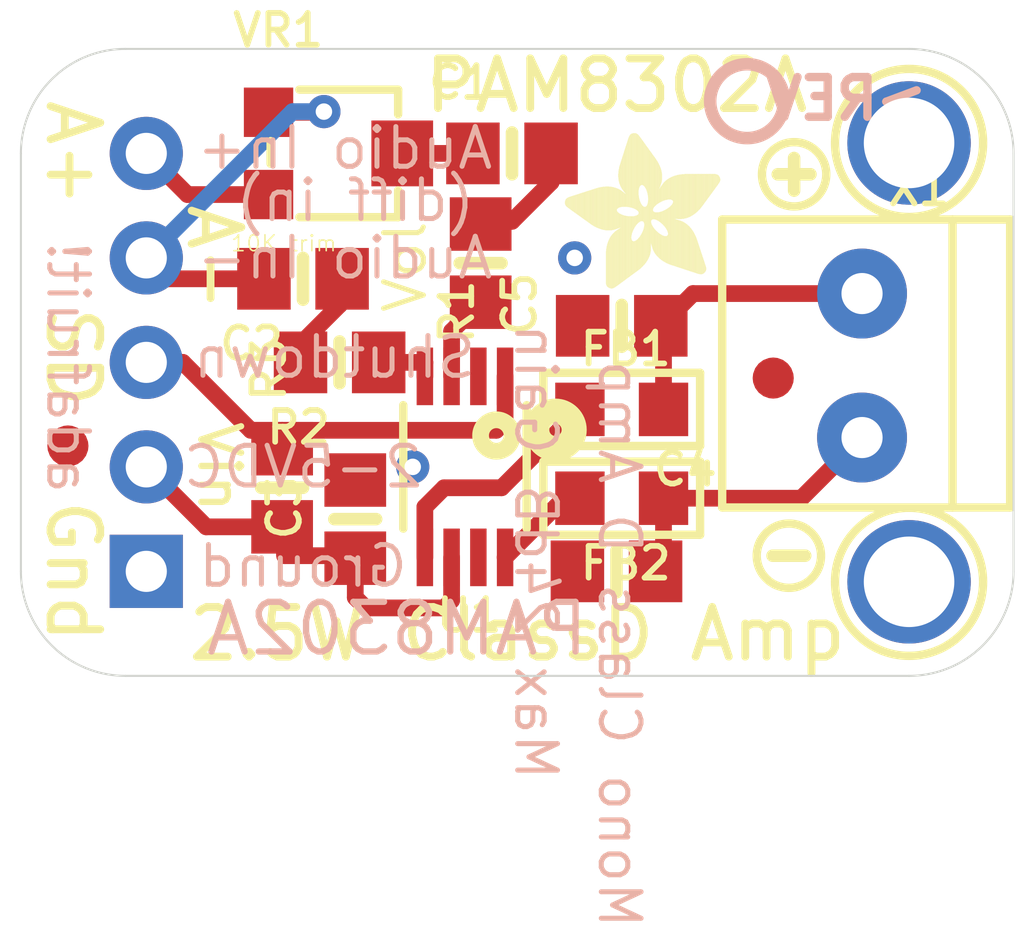
<source format=kicad_pcb>
(kicad_pcb (version 20171130) (host pcbnew "(5.1.9)-1")

  (general
    (thickness 1.6)
    (drawings 29)
    (tracks 56)
    (zones 0)
    (modules 22)
    (nets 16)
  )

  (page A4)
  (layers
    (0 Top signal)
    (31 Bottom signal)
    (32 B.Adhes user)
    (33 F.Adhes user)
    (34 B.Paste user)
    (35 F.Paste user)
    (36 B.SilkS user)
    (37 F.SilkS user)
    (38 B.Mask user)
    (39 F.Mask user)
    (40 Dwgs.User user)
    (41 Cmts.User user)
    (42 Eco1.User user)
    (43 Eco2.User user)
    (44 Edge.Cuts user)
    (45 Margin user)
    (46 B.CrtYd user)
    (47 F.CrtYd user)
    (48 B.Fab user)
    (49 F.Fab user)
  )

  (setup
    (last_trace_width 0.25)
    (trace_clearance 0.2)
    (zone_clearance 0.508)
    (zone_45_only no)
    (trace_min 0.2)
    (via_size 0.8)
    (via_drill 0.4)
    (via_min_size 0.4)
    (via_min_drill 0.3)
    (uvia_size 0.3)
    (uvia_drill 0.1)
    (uvias_allowed no)
    (uvia_min_size 0.2)
    (uvia_min_drill 0.1)
    (edge_width 0.05)
    (segment_width 0.2)
    (pcb_text_width 0.3)
    (pcb_text_size 1.5 1.5)
    (mod_edge_width 0.12)
    (mod_text_size 1 1)
    (mod_text_width 0.15)
    (pad_size 1.524 1.524)
    (pad_drill 0.762)
    (pad_to_mask_clearance 0)
    (aux_axis_origin 0 0)
    (visible_elements FFFFFF7F)
    (pcbplotparams
      (layerselection 0x010fc_ffffffff)
      (usegerberextensions false)
      (usegerberattributes true)
      (usegerberadvancedattributes true)
      (creategerberjobfile true)
      (excludeedgelayer true)
      (linewidth 0.100000)
      (plotframeref false)
      (viasonmask false)
      (mode 1)
      (useauxorigin false)
      (hpglpennumber 1)
      (hpglpenspeed 20)
      (hpglpendiameter 15.000000)
      (psnegative false)
      (psa4output false)
      (plotreference true)
      (plotvalue true)
      (plotinvisibletext false)
      (padsonsilk false)
      (subtractmaskfromsilk false)
      (outputformat 1)
      (mirror false)
      (drillshape 1)
      (scaleselection 1)
      (outputdirectory ""))
  )

  (net 0 "")
  (net 1 VCC)
  (net 2 GND)
  (net 3 "Net-(FB2-Pad1)")
  (net 4 "Net-(FB1-Pad1)")
  (net 5 "Net-(R2-Pad2)")
  (net 6 "Net-(R1-Pad2)")
  (net 7 "Net-(U1-Pad2)")
  (net 8 /SD)
  (net 9 "Net-(C2-Pad1)")
  (net 10 "Net-(C1-Pad2)")
  (net 11 "Net-(C1-Pad1)")
  (net 12 /AIN-)
  (net 13 /VO+)
  (net 14 /VO-)
  (net 15 /AIN+)

  (net_class Default "This is the default net class."
    (clearance 0.2)
    (trace_width 0.25)
    (via_dia 0.8)
    (via_drill 0.4)
    (uvia_dia 0.3)
    (uvia_drill 0.1)
    (add_net /AIN+)
    (add_net /AIN-)
    (add_net /SD)
    (add_net /VO+)
    (add_net /VO-)
    (add_net GND)
    (add_net "Net-(C1-Pad1)")
    (add_net "Net-(C1-Pad2)")
    (add_net "Net-(C2-Pad1)")
    (add_net "Net-(FB1-Pad1)")
    (add_net "Net-(FB2-Pad1)")
    (add_net "Net-(R1-Pad2)")
    (add_net "Net-(R2-Pad2)")
    (add_net "Net-(U1-Pad2)")
    (add_net VCC)
  )

  (module "Adafruit PAM8302:MSOP8_0.65MM" (layer Top) (tedit 0) (tstamp 6043CBBD)
    (at 147.2311 107.5436 180)
    (descr "<b>Source: http://www.intersil.com/data/fn/fn7833.pdf</b>")
    (path /BE654A1E)
    (fp_text reference U1 (at 0.762 -4.064) (layer F.SilkS)
      (effects (font (size 0.77216 0.77216) (thickness 0.138988)) (justify left bottom))
    )
    (fp_text value PAM8302AASCR (at 1.905 -5.842) (layer F.Fab)
      (effects (font (size 0.38608 0.38608) (thickness 0.038608)) (justify left bottom))
    )
    (fp_poly (pts (xy 0.7 3) (xy 1.25 3) (xy 1.25 1.4) (xy 0.7 1.4)) (layer F.Mask) (width 0))
    (fp_poly (pts (xy 0.05 3) (xy 0.6 3) (xy 0.6 1.4) (xy 0.05 1.4)) (layer F.Mask) (width 0))
    (fp_poly (pts (xy -0.6 3) (xy -0.05 3) (xy -0.05 1.4) (xy -0.6 1.4)) (layer F.Mask) (width 0))
    (fp_poly (pts (xy -1.25 3) (xy -0.7 3) (xy -0.7 1.4) (xy -1.25 1.4)) (layer F.Mask) (width 0))
    (fp_poly (pts (xy 0.7 -1.4) (xy 1.25 -1.4) (xy 1.25 -3) (xy 0.7 -3)) (layer F.Mask) (width 0))
    (fp_poly (pts (xy 0.05 -1.4) (xy 0.6 -1.4) (xy 0.6 -3) (xy 0.05 -3)) (layer F.Mask) (width 0))
    (fp_poly (pts (xy -0.6 -1.4) (xy -0.05 -1.4) (xy -0.05 -3) (xy -0.6 -3)) (layer F.Mask) (width 0))
    (fp_poly (pts (xy -1.25 -1.4) (xy -0.7 -1.4) (xy -0.7 -3) (xy -1.25 -3)) (layer F.Mask) (width 0))
    (fp_circle (center -2.2 0.9) (end -2.05 0.9) (layer F.SilkS) (width 0.6096))
    (fp_line (start 1.5 1.5) (end 1.5 -1.5) (layer F.SilkS) (width 0.2032))
    (fp_line (start -1.5 -1.5) (end -1.5 1.5) (layer F.SilkS) (width 0.2032))
    (fp_line (start -1.5 -1.5) (end -1.5 1.5) (layer F.Fab) (width 0.127))
    (fp_line (start 1.5 -1.5) (end -1.5 -1.5) (layer F.Fab) (width 0.2032))
    (fp_line (start 1.5 1.5) (end 1.5 -1.5) (layer F.Fab) (width 0.127))
    (fp_line (start -1.5 1.5) (end 1.5 1.5) (layer F.Fab) (width 0.2032))
    (pad 8 smd rect (at -0.975 -2.2 270) (size 1.4 0.4) (layers Top F.Paste F.Mask)
      (net 3 "Net-(FB2-Pad1)") (solder_mask_margin 0.0508))
    (pad 7 smd rect (at -0.325 -2.2 270) (size 1.4 0.4) (layers Top F.Paste F.Mask)
      (net 2 GND) (solder_mask_margin 0.0508))
    (pad 6 smd rect (at 0.325 -2.2 270) (size 1.4 0.4) (layers Top F.Paste F.Mask)
      (net 1 VCC) (solder_mask_margin 0.0508))
    (pad 5 smd rect (at 0.975 -2.2 270) (size 1.4 0.4) (layers Top F.Paste F.Mask)
      (net 4 "Net-(FB1-Pad1)") (solder_mask_margin 0.0508))
    (pad 4 smd rect (at 0.975 2.2 270) (size 1.4 0.4) (layers Top F.Paste F.Mask)
      (net 5 "Net-(R2-Pad2)") (solder_mask_margin 0.0508))
    (pad 3 smd rect (at 0.325 2.2 270) (size 1.4 0.4) (layers Top F.Paste F.Mask)
      (net 6 "Net-(R1-Pad2)") (solder_mask_margin 0.0508))
    (pad 2 smd rect (at -0.325 2.2 270) (size 1.4 0.4) (layers Top F.Paste F.Mask)
      (net 7 "Net-(U1-Pad2)") (solder_mask_margin 0.0508))
    (pad 1 smd rect (at -0.975 2.2 270) (size 1.4 0.4) (layers Top F.Paste F.Mask)
      (net 8 /SD) (solder_mask_margin 0.0508))
  )

  (module "Adafruit PAM8302:0805-NO" (layer Top) (tedit 0) (tstamp 6043CBD7)
    (at 144.1831 105.0036)
    (path /37FF1F05)
    (fp_text reference R2 (at -1.8415 2.032) (layer F.SilkS)
      (effects (font (size 0.77216 0.77216) (thickness 0.138988)) (justify left bottom))
    )
    (fp_text value 100 (at 1.143 0.4444 90) (layer F.Fab)
      (effects (font (size 0.38608 0.38608) (thickness 0.038608)) (justify left bottom))
    )
    (fp_line (start 0 -0.508) (end 0 0.508) (layer F.SilkS) (width 0.3048))
    (fp_poly (pts (xy 0.3556 0.7239) (xy 1.1057 0.7239) (xy 1.1057 -0.7262) (xy 0.3556 -0.7262)) (layer F.Fab) (width 0))
    (fp_poly (pts (xy -1.0922 0.7239) (xy -0.3421 0.7239) (xy -0.3421 -0.7262) (xy -1.0922 -0.7262)) (layer F.Fab) (width 0))
    (fp_line (start -0.356 0.66) (end 0.381 0.66) (layer F.Fab) (width 0.1016))
    (fp_line (start -0.381 -0.66) (end 0.381 -0.66) (layer F.Fab) (width 0.1016))
    (pad 2 smd rect (at 0.95 0) (size 1.3 1.5) (layers Top F.Paste F.Mask)
      (net 5 "Net-(R2-Pad2)") (solder_mask_margin 0.0508))
    (pad 1 smd rect (at -0.95 0) (size 1.3 1.5) (layers Top F.Paste F.Mask)
      (net 9 "Net-(C2-Pad1)") (solder_mask_margin 0.0508))
  )

  (module "Adafruit PAM8302:0805-NO" (layer Top) (tedit 0) (tstamp 6043CBE1)
    (at 148.3741 99.9236 180)
    (path /C8E3AF05)
    (fp_text reference C1 (at 2.0955 1.27) (layer F.SilkS)
      (effects (font (size 0.77216 0.77216) (thickness 0.138988)) (justify left bottom))
    )
    (fp_text value 1uF (at 0.3176 0.254) (layer F.Fab)
      (effects (font (size 0.38608 0.38608) (thickness 0.038608)) (justify left bottom))
    )
    (fp_line (start 0 -0.508) (end 0 0.508) (layer F.SilkS) (width 0.3048))
    (fp_poly (pts (xy 0.3556 0.7239) (xy 1.1057 0.7239) (xy 1.1057 -0.7262) (xy 0.3556 -0.7262)) (layer F.Fab) (width 0))
    (fp_poly (pts (xy -1.0922 0.7239) (xy -0.3421 0.7239) (xy -0.3421 -0.7262) (xy -1.0922 -0.7262)) (layer F.Fab) (width 0))
    (fp_line (start -0.356 0.66) (end 0.381 0.66) (layer F.Fab) (width 0.1016))
    (fp_line (start -0.381 -0.66) (end 0.381 -0.66) (layer F.Fab) (width 0.1016))
    (pad 2 smd rect (at 0.95 0 180) (size 1.3 1.5) (layers Top F.Paste F.Mask)
      (net 10 "Net-(C1-Pad2)") (solder_mask_margin 0.0508))
    (pad 1 smd rect (at -0.95 0 180) (size 1.3 1.5) (layers Top F.Paste F.Mask)
      (net 11 "Net-(C1-Pad1)") (solder_mask_margin 0.0508))
  )

  (module "Adafruit PAM8302:0805-NO" (layer Top) (tedit 0) (tstamp 6043CBEB)
    (at 143.2941 102.9716 180)
    (path /AC671DB5)
    (fp_text reference C2 (at 2.0955 -2.032) (layer F.SilkS)
      (effects (font (size 0.77216 0.77216) (thickness 0.138988)) (justify left bottom))
    )
    (fp_text value 1uF (at 0.4446 0.254) (layer F.Fab)
      (effects (font (size 0.38608 0.38608) (thickness 0.038608)) (justify left bottom))
    )
    (fp_line (start 0 -0.508) (end 0 0.508) (layer F.SilkS) (width 0.3048))
    (fp_poly (pts (xy 0.3556 0.7239) (xy 1.1057 0.7239) (xy 1.1057 -0.7262) (xy 0.3556 -0.7262)) (layer F.Fab) (width 0))
    (fp_poly (pts (xy -1.0922 0.7239) (xy -0.3421 0.7239) (xy -0.3421 -0.7262) (xy -1.0922 -0.7262)) (layer F.Fab) (width 0))
    (fp_line (start -0.356 0.66) (end 0.381 0.66) (layer F.Fab) (width 0.1016))
    (fp_line (start -0.381 -0.66) (end 0.381 -0.66) (layer F.Fab) (width 0.1016))
    (pad 2 smd rect (at 0.95 0 180) (size 1.3 1.5) (layers Top F.Paste F.Mask)
      (net 12 /AIN-) (solder_mask_margin 0.0508))
    (pad 1 smd rect (at -0.95 0 180) (size 1.3 1.5) (layers Top F.Paste F.Mask)
      (net 9 "Net-(C2-Pad1)") (solder_mask_margin 0.0508))
  )

  (module "Adafruit PAM8302:0805-NO" (layer Top) (tedit 0) (tstamp 6043CBF5)
    (at 144.5641 108.8136 90)
    (path /C3EA450F)
    (fp_text reference C3 (at -0.5715 -1.27 90) (layer F.SilkS)
      (effects (font (size 0.77216 0.77216) (thickness 0.138988)) (justify left bottom))
    )
    (fp_text value 10uF (at -0.889 0.8254) (layer F.Fab)
      (effects (font (size 0.38608 0.38608) (thickness 0.038608)) (justify left bottom))
    )
    (fp_line (start 0 -0.508) (end 0 0.508) (layer F.SilkS) (width 0.3048))
    (fp_poly (pts (xy 0.3556 0.7239) (xy 1.1057 0.7239) (xy 1.1057 -0.7262) (xy 0.3556 -0.7262)) (layer F.Fab) (width 0))
    (fp_poly (pts (xy -1.0922 0.7239) (xy -0.3421 0.7239) (xy -0.3421 -0.7262) (xy -1.0922 -0.7262)) (layer F.Fab) (width 0))
    (fp_line (start -0.356 0.66) (end 0.381 0.66) (layer F.Fab) (width 0.1016))
    (fp_line (start -0.381 -0.66) (end 0.381 -0.66) (layer F.Fab) (width 0.1016))
    (pad 2 smd rect (at 0.95 0 90) (size 1.3 1.5) (layers Top F.Paste F.Mask)
      (net 2 GND) (solder_mask_margin 0.0508))
    (pad 1 smd rect (at -0.95 0 90) (size 1.3 1.5) (layers Top F.Paste F.Mask)
      (net 1 VCC) (solder_mask_margin 0.0508))
  )

  (module "Adafruit PAM8302:FIDUCIAL_1MM" (layer Top) (tedit 0) (tstamp 6043CBFF)
    (at 154.7241 105.3846)
    (path /57AF2ED6)
    (fp_text reference FID1 (at 0 0) (layer F.SilkS) hide
      (effects (font (size 1.27 1.27) (thickness 0.15)))
    )
    (fp_text value FIDUCIAL"" (at 0 0) (layer F.SilkS) hide
      (effects (font (size 1.27 1.27) (thickness 0.15)))
    )
    (fp_arc (start 0 0) (end 0 0.75) (angle 90) (layer Dwgs.User) (width 0.5))
    (fp_arc (start 0 0) (end 0.75 0) (angle 90) (layer Dwgs.User) (width 0.5))
    (fp_arc (start 0 0) (end 0 -0.75) (angle 90) (layer Dwgs.User) (width 0.5))
    (fp_arc (start 0 0) (end -0.75 0) (angle 90) (layer Dwgs.User) (width 0.5))
    (fp_arc (start 0 0) (end 0 0.75) (angle 90) (layer Dwgs.User) (width 0.5))
    (fp_arc (start 0 0) (end 0.75 0) (angle 90) (layer Dwgs.User) (width 0.5))
    (fp_arc (start 0 0) (end 0 -0.75) (angle 90) (layer Dwgs.User) (width 0.5))
    (fp_arc (start 0 0) (end -0.75 0) (angle 90) (layer Dwgs.User) (width 0.5))
    (fp_arc (start 0 0) (end 0 0.75) (angle 90) (layer F.Mask) (width 0.5))
    (fp_arc (start 0 0) (end 0.75 0) (angle 90) (layer F.Mask) (width 0.5))
    (fp_arc (start 0 0) (end 0 -0.75) (angle 90) (layer F.Mask) (width 0.5))
    (fp_arc (start 0 0) (end -0.75 0) (angle 90) (layer F.Mask) (width 0.5))
    (pad 1 smd roundrect (at 0 0) (size 1 1) (layers Top F.Mask) (roundrect_rratio 0.5)
      (solder_mask_margin 0.0508))
  )

  (module "Adafruit PAM8302:FIDUCIAL_1MM" (layer Top) (tedit 0) (tstamp 6043CC0F)
    (at 137.5791 107.0356)
    (path /AD69ACBC)
    (fp_text reference FID2 (at 0 0) (layer F.SilkS) hide
      (effects (font (size 1.27 1.27) (thickness 0.15)))
    )
    (fp_text value FIDUCIAL"" (at 0 0) (layer F.SilkS) hide
      (effects (font (size 1.27 1.27) (thickness 0.15)))
    )
    (fp_arc (start 0 0) (end 0 0.75) (angle 90) (layer Dwgs.User) (width 0.5))
    (fp_arc (start 0 0) (end 0.75 0) (angle 90) (layer Dwgs.User) (width 0.5))
    (fp_arc (start 0 0) (end 0 -0.75) (angle 90) (layer Dwgs.User) (width 0.5))
    (fp_arc (start 0 0) (end -0.75 0) (angle 90) (layer Dwgs.User) (width 0.5))
    (fp_arc (start 0 0) (end 0 0.75) (angle 90) (layer Dwgs.User) (width 0.5))
    (fp_arc (start 0 0) (end 0.75 0) (angle 90) (layer Dwgs.User) (width 0.5))
    (fp_arc (start 0 0) (end 0 -0.75) (angle 90) (layer Dwgs.User) (width 0.5))
    (fp_arc (start 0 0) (end -0.75 0) (angle 90) (layer Dwgs.User) (width 0.5))
    (fp_arc (start 0 0) (end 0 0.75) (angle 90) (layer F.Mask) (width 0.5))
    (fp_arc (start 0 0) (end 0.75 0) (angle 90) (layer F.Mask) (width 0.5))
    (fp_arc (start 0 0) (end 0 -0.75) (angle 90) (layer F.Mask) (width 0.5))
    (fp_arc (start 0 0) (end -0.75 0) (angle 90) (layer F.Mask) (width 0.5))
    (pad 1 smd roundrect (at 0 0) (size 1 1) (layers Top F.Mask) (roundrect_rratio 0.5)
      (solder_mask_margin 0.0508))
  )

  (module "Adafruit PAM8302:_0805" (layer Top) (tedit 0) (tstamp 6043CC1F)
    (at 151.0411 106.1466)
    (descr <b>0805</b>)
    (path /3443911B)
    (fp_text reference FB1 (at -1.0795 -1.016) (layer F.SilkS)
      (effects (font (size 0.77216 0.77216) (thickness 0.138988)) (justify left bottom))
    )
    (fp_text value Ferrite (at -0.8254 0.127) (layer F.Fab)
      (effects (font (size 0.38608 0.38608) (thickness 0.038608)) (justify left bottom))
    )
    (fp_poly (pts (xy -0.1999 0.5001) (xy 0.1999 0.5001) (xy 0.1999 -0.5001) (xy -0.1999 -0.5001)) (layer F.Adhes) (width 0))
    (fp_poly (pts (xy -1.0668 0.65) (xy -0.4168 0.65) (xy -0.4168 -0.65) (xy -1.0668 -0.65)) (layer F.Fab) (width 0))
    (fp_poly (pts (xy 0.4064 0.65) (xy 1.0564 0.65) (xy 1.0564 -0.65) (xy 0.4064 -0.65)) (layer F.Fab) (width 0))
    (fp_line (start -1.905 0.889) (end -1.905 -0.889) (layer F.SilkS) (width 0.2032))
    (fp_line (start 1.905 0.889) (end -1.905 0.889) (layer F.SilkS) (width 0.2032))
    (fp_line (start 1.905 -0.889) (end 1.905 0.889) (layer F.SilkS) (width 0.2032))
    (fp_line (start -1.905 -0.889) (end 1.905 -0.889) (layer F.SilkS) (width 0.2032))
    (fp_line (start -0.41 0.585) (end 0.41 0.585) (layer F.Fab) (width 0.1016))
    (fp_line (start -0.41 -0.585) (end 0.41 -0.585) (layer F.Fab) (width 0.1016))
    (pad 2 smd rect (at 1.016 0) (size 1.2 1.3) (layers Top F.Paste F.Mask)
      (net 13 /VO+) (solder_mask_margin 0.0508))
    (pad 1 smd rect (at -1.016 0) (size 1.2 1.3) (layers Top F.Paste F.Mask)
      (net 4 "Net-(FB1-Pad1)") (solder_mask_margin 0.0508))
  )

  (module "Adafruit PAM8302:_0805" (layer Top) (tedit 0) (tstamp 6043CC2D)
    (at 151.0411 108.3056)
    (descr <b>0805</b>)
    (path /365E8BC3)
    (fp_text reference FB2 (at -1.0795 2.032) (layer F.SilkS)
      (effects (font (size 0.77216 0.77216) (thickness 0.138988)) (justify left bottom))
    )
    (fp_text value Ferrite (at -1.0794 0.127) (layer F.Fab)
      (effects (font (size 0.38608 0.38608) (thickness 0.038608)) (justify left bottom))
    )
    (fp_poly (pts (xy -0.1999 0.5001) (xy 0.1999 0.5001) (xy 0.1999 -0.5001) (xy -0.1999 -0.5001)) (layer F.Adhes) (width 0))
    (fp_poly (pts (xy -1.0668 0.65) (xy -0.4168 0.65) (xy -0.4168 -0.65) (xy -1.0668 -0.65)) (layer F.Fab) (width 0))
    (fp_poly (pts (xy 0.4064 0.65) (xy 1.0564 0.65) (xy 1.0564 -0.65) (xy 0.4064 -0.65)) (layer F.Fab) (width 0))
    (fp_line (start -1.905 0.889) (end -1.905 -0.889) (layer F.SilkS) (width 0.2032))
    (fp_line (start 1.905 0.889) (end -1.905 0.889) (layer F.SilkS) (width 0.2032))
    (fp_line (start 1.905 -0.889) (end 1.905 0.889) (layer F.SilkS) (width 0.2032))
    (fp_line (start -1.905 -0.889) (end 1.905 -0.889) (layer F.SilkS) (width 0.2032))
    (fp_line (start -0.41 0.585) (end 0.41 0.585) (layer F.Fab) (width 0.1016))
    (fp_line (start -0.41 -0.585) (end 0.41 -0.585) (layer F.Fab) (width 0.1016))
    (pad 2 smd rect (at 1.016 0) (size 1.2 1.3) (layers Top F.Paste F.Mask)
      (net 14 /VO-) (solder_mask_margin 0.0508))
    (pad 1 smd rect (at -1.016 0) (size 1.2 1.3) (layers Top F.Paste F.Mask)
      (net 3 "Net-(FB2-Pad1)") (solder_mask_margin 0.0508))
  )

  (module "Adafruit PAM8302:0805-NO" (layer Top) (tedit 0) (tstamp 6043CC3B)
    (at 150.9141 110.0836 180)
    (path /77B54C0A)
    (fp_text reference C4 (at -0.8255 2.032) (layer F.SilkS)
      (effects (font (size 0.77216 0.77216) (thickness 0.138988)) (justify left bottom))
    )
    (fp_text value 220pF (at -0.9526 -0.254) (layer F.Fab)
      (effects (font (size 0.38608 0.38608) (thickness 0.038608)) (justify left bottom))
    )
    (fp_line (start 0 -0.508) (end 0 0.508) (layer F.SilkS) (width 0.3048))
    (fp_poly (pts (xy 0.3556 0.7239) (xy 1.1057 0.7239) (xy 1.1057 -0.7262) (xy 0.3556 -0.7262)) (layer F.Fab) (width 0))
    (fp_poly (pts (xy -1.0922 0.7239) (xy -0.3421 0.7239) (xy -0.3421 -0.7262) (xy -1.0922 -0.7262)) (layer F.Fab) (width 0))
    (fp_line (start -0.356 0.66) (end 0.381 0.66) (layer F.Fab) (width 0.1016))
    (fp_line (start -0.381 -0.66) (end 0.381 -0.66) (layer F.Fab) (width 0.1016))
    (pad 2 smd rect (at 0.95 0 180) (size 1.3 1.5) (layers Top F.Paste F.Mask)
      (net 2 GND) (solder_mask_margin 0.0508))
    (pad 1 smd rect (at -0.95 0 180) (size 1.3 1.5) (layers Top F.Paste F.Mask)
      (net 14 /VO-) (solder_mask_margin 0.0508))
  )

  (module "Adafruit PAM8302:0805-NO" (layer Top) (tedit 0) (tstamp 6043CC45)
    (at 151.0411 104.1146 180)
    (path /5FB3C2EC)
    (fp_text reference C5 (at 2.032 -0.3175 90) (layer F.SilkS)
      (effects (font (size 0.77216 0.77216) (thickness 0.138988)) (justify left bottom))
    )
    (fp_text value 220pF (at 2.3494 -0.254) (layer F.Fab)
      (effects (font (size 0.38608 0.38608) (thickness 0.038608)) (justify left bottom))
    )
    (fp_line (start 0 -0.508) (end 0 0.508) (layer F.SilkS) (width 0.3048))
    (fp_poly (pts (xy 0.3556 0.7239) (xy 1.1057 0.7239) (xy 1.1057 -0.7262) (xy 0.3556 -0.7262)) (layer F.Fab) (width 0))
    (fp_poly (pts (xy -1.0922 0.7239) (xy -0.3421 0.7239) (xy -0.3421 -0.7262) (xy -1.0922 -0.7262)) (layer F.Fab) (width 0))
    (fp_line (start -0.356 0.66) (end 0.381 0.66) (layer F.Fab) (width 0.1016))
    (fp_line (start -0.381 -0.66) (end 0.381 -0.66) (layer F.Fab) (width 0.1016))
    (pad 2 smd rect (at 0.95 0 180) (size 1.3 1.5) (layers Top F.Paste F.Mask)
      (net 2 GND) (solder_mask_margin 0.0508))
    (pad 1 smd rect (at -0.95 0 180) (size 1.3 1.5) (layers Top F.Paste F.Mask)
      (net 13 /VO+) (solder_mask_margin 0.0508))
  )

  (module "Adafruit PAM8302:1X05_ROUND_70" (layer Top) (tedit 0) (tstamp 6043CC4F)
    (at 139.4841 105.0036 90)
    (path /0B60073D)
    (fp_text reference JP1 (at -6.4262 -1.8288 90) (layer F.SilkS) hide
      (effects (font (size 0.77216 0.77216) (thickness 0.146304)) (justify left bottom))
    )
    (fp_text value HEADER-1X570MIL (at -6.35 1.905 90) (layer F.Fab)
      (effects (font (size 0.38608 0.38608) (thickness 0.038608)) (justify left bottom))
    )
    (fp_poly (pts (xy 4.826 0.254) (xy 5.334 0.254) (xy 5.334 -0.254) (xy 4.826 -0.254)) (layer F.Fab) (width 0))
    (fp_poly (pts (xy -5.334 0.254) (xy -4.826 0.254) (xy -4.826 -0.254) (xy -5.334 -0.254)) (layer F.Fab) (width 0))
    (fp_poly (pts (xy -2.794 0.254) (xy -2.286 0.254) (xy -2.286 -0.254) (xy -2.794 -0.254)) (layer F.Fab) (width 0))
    (fp_poly (pts (xy -0.254 0.254) (xy 0.254 0.254) (xy 0.254 -0.254) (xy -0.254 -0.254)) (layer F.Fab) (width 0))
    (fp_poly (pts (xy 2.286 0.254) (xy 2.794 0.254) (xy 2.794 -0.254) (xy 2.286 -0.254)) (layer F.Fab) (width 0))
    (fp_line (start -6.35 -0.635) (end -6.35 0.635) (layer F.Fab) (width 0.2032))
    (pad 5 thru_hole circle (at 5.08 0 180) (size 1.778 1.778) (drill 1) (layers *.Cu *.Mask)
      (net 15 /AIN+) (solder_mask_margin 0.0508))
    (pad 4 thru_hole circle (at 2.54 0 180) (size 1.778 1.778) (drill 1) (layers *.Cu *.Mask)
      (net 12 /AIN-) (solder_mask_margin 0.0508))
    (pad 3 thru_hole circle (at 0 0 180) (size 1.778 1.778) (drill 1) (layers *.Cu *.Mask)
      (net 8 /SD) (solder_mask_margin 0.0508))
    (pad 2 thru_hole circle (at -2.54 0 180) (size 1.778 1.778) (drill 1) (layers *.Cu *.Mask)
      (net 1 VCC) (solder_mask_margin 0.0508))
    (pad 1 thru_hole rect (at -5.08 0 180) (size 1.778 1.778) (drill 1) (layers *.Cu *.Mask)
      (net 2 GND) (solder_mask_margin 0.0508))
  )

  (module "Adafruit PAM8302:TERMBLOCK_1X2-3.5MM" (layer Top) (tedit 0) (tstamp 6043CC5D)
    (at 156.8831 105.1306 90)
    (path /8679BB61)
    (fp_text reference X1 (at 3.89 0.556) (layer F.SilkS)
      (effects (font (size 0.77216 0.77216) (thickness 0.138988)) (justify left bottom))
    )
    (fp_text value TERMBLOCK_1X2 (at -3.048 3.048 90) (layer F.Fab)
      (effects (font (size 0.38608 0.38608) (thickness 0.038608)) (justify left bottom))
    )
    (fp_line (start -3.4 2.2) (end 3.6 2.2) (layer F.SilkS) (width 0.2032))
    (fp_line (start 3.6 -3.4) (end -3.4 -3.4) (layer F.SilkS) (width 0.2032))
    (fp_line (start 3.6 2.2) (end 3.6 -3.4) (layer F.SilkS) (width 0.2032))
    (fp_line (start 3.6 3.6) (end 3.6 2.2) (layer F.SilkS) (width 0.2032))
    (fp_line (start -3.4 3.6) (end 3.6 3.6) (layer F.SilkS) (width 0.2032))
    (fp_line (start -3.4 2.2) (end -3.4 3.6) (layer F.SilkS) (width 0.2032))
    (fp_line (start -3.4 -3.4) (end -3.4 2.2) (layer F.SilkS) (width 0.2032))
    (pad 2 thru_hole circle (at -1.7 0 90) (size 2.1844 2.1844) (drill 1) (layers *.Cu *.Mask)
      (net 14 /VO-) (solder_mask_margin 0.0508))
    (pad 1 thru_hole circle (at 1.8 0 90) (size 2.1844 2.1844) (drill 1) (layers *.Cu *.Mask)
      (net 13 /VO+) (solder_mask_margin 0.0508))
  )

  (module "Adafruit PAM8302:SYMBOL_PLUS" (layer Top) (tedit 0) (tstamp 6043CC69)
    (at 155.2321 100.4316 180)
    (descr "<b>ICON</b><p> Plus Sign Symbol")
    (fp_text reference U$3 (at 0 0 180) (layer F.SilkS) hide
      (effects (font (size 1.27 1.27) (thickness 0.15)) (justify right top))
    )
    (fp_text value "" (at 0 0 180) (layer F.SilkS) hide
      (effects (font (size 1.27 1.27) (thickness 0.15)) (justify right top))
    )
    (fp_circle (center 0 0) (end 0.7817 0) (layer F.SilkS) (width 0.2032))
    (fp_line (start 0 -0.3968) (end 0 0.3968) (layer F.SilkS) (width 0.3048))
    (fp_line (start 0.3968 0) (end -0.3969 0) (layer F.SilkS) (width 0.3048))
  )

  (module "Adafruit PAM8302:SYMBOL_MINUS" (layer Top) (tedit 0) (tstamp 6043CC6F)
    (at 155.1051 109.7026)
    (descr "<b>ICON</b><p> Minus Symbol")
    (fp_text reference U$4 (at 0 0) (layer F.SilkS) hide
      (effects (font (size 1.27 1.27) (thickness 0.15)))
    )
    (fp_text value "" (at 0 0) (layer F.SilkS) hide
      (effects (font (size 1.27 1.27) (thickness 0.15)))
    )
    (fp_circle (center 0 0) (end 0.7817 0) (layer F.SilkS) (width 0.2032))
    (fp_line (start 0.3968 0) (end -0.3969 0) (layer F.SilkS) (width 0.3048))
  )

  (module "Adafruit PAM8302:ADAFRUIT_3.5MM" (layer Top) (tedit 0) (tstamp 6043CC74)
    (at 153.4541 103.2256 90)
    (fp_text reference U$5 (at 0 0 90) (layer F.SilkS) hide
      (effects (font (size 1.27 1.27) (thickness 0.15)))
    )
    (fp_text value "" (at 0 0 90) (layer F.SilkS) hide
      (effects (font (size 1.27 1.27) (thickness 0.15)))
    )
    (fp_poly (pts (xy 2.0733 -3.7878) (xy 2.1368 -3.7878) (xy 2.1368 -3.7941) (xy 2.0733 -3.7941)) (layer F.SilkS) (width 0))
    (fp_poly (pts (xy 2.0542 -3.7814) (xy 2.1558 -3.7814) (xy 2.1558 -3.7878) (xy 2.0542 -3.7878)) (layer F.SilkS) (width 0))
    (fp_poly (pts (xy 2.0415 -3.7751) (xy 2.1749 -3.7751) (xy 2.1749 -3.7814) (xy 2.0415 -3.7814)) (layer F.SilkS) (width 0))
    (fp_poly (pts (xy 2.0352 -3.7687) (xy 2.1876 -3.7687) (xy 2.1876 -3.7751) (xy 2.0352 -3.7751)) (layer F.SilkS) (width 0))
    (fp_poly (pts (xy 2.0225 -3.7624) (xy 2.1939 -3.7624) (xy 2.1939 -3.7687) (xy 2.0225 -3.7687)) (layer F.SilkS) (width 0))
    (fp_poly (pts (xy 2.0161 -3.756) (xy 2.2003 -3.756) (xy 2.2003 -3.7624) (xy 2.0161 -3.7624)) (layer F.SilkS) (width 0))
    (fp_poly (pts (xy 2.0098 -3.7497) (xy 2.2066 -3.7497) (xy 2.2066 -3.756) (xy 2.0098 -3.756)) (layer F.SilkS) (width 0))
    (fp_poly (pts (xy 2.0034 -3.7433) (xy 2.213 -3.7433) (xy 2.213 -3.7497) (xy 2.0034 -3.7497)) (layer F.SilkS) (width 0))
    (fp_poly (pts (xy 1.9971 -3.737) (xy 2.2193 -3.737) (xy 2.2193 -3.7433) (xy 1.9971 -3.7433)) (layer F.SilkS) (width 0))
    (fp_poly (pts (xy 1.9971 -3.7306) (xy 2.2193 -3.7306) (xy 2.2193 -3.737) (xy 1.9971 -3.737)) (layer F.SilkS) (width 0))
    (fp_poly (pts (xy 1.9907 -3.7243) (xy 2.2257 -3.7243) (xy 2.2257 -3.7306) (xy 1.9907 -3.7306)) (layer F.SilkS) (width 0))
    (fp_poly (pts (xy 1.9844 -3.7179) (xy 2.2257 -3.7179) (xy 2.2257 -3.7243) (xy 1.9844 -3.7243)) (layer F.SilkS) (width 0))
    (fp_poly (pts (xy 1.978 -3.7116) (xy 2.232 -3.7116) (xy 2.232 -3.7179) (xy 1.978 -3.7179)) (layer F.SilkS) (width 0))
    (fp_poly (pts (xy 1.9717 -3.7052) (xy 2.232 -3.7052) (xy 2.232 -3.7116) (xy 1.9717 -3.7116)) (layer F.SilkS) (width 0))
    (fp_poly (pts (xy 1.9717 -3.6989) (xy 2.2384 -3.6989) (xy 2.2384 -3.7052) (xy 1.9717 -3.7052)) (layer F.SilkS) (width 0))
    (fp_poly (pts (xy 1.9653 -3.6925) (xy 2.2384 -3.6925) (xy 2.2384 -3.6989) (xy 1.9653 -3.6989)) (layer F.SilkS) (width 0))
    (fp_poly (pts (xy 1.959 -3.6862) (xy 2.2447 -3.6862) (xy 2.2447 -3.6925) (xy 1.959 -3.6925)) (layer F.SilkS) (width 0))
    (fp_poly (pts (xy 1.9526 -3.6798) (xy 2.2447 -3.6798) (xy 2.2447 -3.6862) (xy 1.9526 -3.6862)) (layer F.SilkS) (width 0))
    (fp_poly (pts (xy 1.9526 -3.6735) (xy 2.2447 -3.6735) (xy 2.2447 -3.6798) (xy 1.9526 -3.6798)) (layer F.SilkS) (width 0))
    (fp_poly (pts (xy 1.9463 -3.6671) (xy 2.2511 -3.6671) (xy 2.2511 -3.6735) (xy 1.9463 -3.6735)) (layer F.SilkS) (width 0))
    (fp_poly (pts (xy 1.9399 -3.6608) (xy 2.2511 -3.6608) (xy 2.2511 -3.6671) (xy 1.9399 -3.6671)) (layer F.SilkS) (width 0))
    (fp_poly (pts (xy 1.9399 -3.6544) (xy 2.2511 -3.6544) (xy 2.2511 -3.6608) (xy 1.9399 -3.6608)) (layer F.SilkS) (width 0))
    (fp_poly (pts (xy 1.9336 -3.6481) (xy 2.2574 -3.6481) (xy 2.2574 -3.6544) (xy 1.9336 -3.6544)) (layer F.SilkS) (width 0))
    (fp_poly (pts (xy 1.9272 -3.6417) (xy 2.2574 -3.6417) (xy 2.2574 -3.6481) (xy 1.9272 -3.6481)) (layer F.SilkS) (width 0))
    (fp_poly (pts (xy 1.9209 -3.6354) (xy 2.2574 -3.6354) (xy 2.2574 -3.6417) (xy 1.9209 -3.6417)) (layer F.SilkS) (width 0))
    (fp_poly (pts (xy 1.9209 -3.629) (xy 2.2638 -3.629) (xy 2.2638 -3.6354) (xy 1.9209 -3.6354)) (layer F.SilkS) (width 0))
    (fp_poly (pts (xy 1.9145 -3.6227) (xy 2.2638 -3.6227) (xy 2.2638 -3.629) (xy 1.9145 -3.629)) (layer F.SilkS) (width 0))
    (fp_poly (pts (xy 1.9082 -3.6163) (xy 2.2638 -3.6163) (xy 2.2638 -3.6227) (xy 1.9082 -3.6227)) (layer F.SilkS) (width 0))
    (fp_poly (pts (xy 1.9018 -3.61) (xy 2.2701 -3.61) (xy 2.2701 -3.6163) (xy 1.9018 -3.6163)) (layer F.SilkS) (width 0))
    (fp_poly (pts (xy 1.9018 -3.6036) (xy 2.2701 -3.6036) (xy 2.2701 -3.61) (xy 1.9018 -3.61)) (layer F.SilkS) (width 0))
    (fp_poly (pts (xy 1.8955 -3.5973) (xy 2.2701 -3.5973) (xy 2.2701 -3.6036) (xy 1.8955 -3.6036)) (layer F.SilkS) (width 0))
    (fp_poly (pts (xy 1.8891 -3.5909) (xy 2.2765 -3.5909) (xy 2.2765 -3.5973) (xy 1.8891 -3.5973)) (layer F.SilkS) (width 0))
    (fp_poly (pts (xy 1.8891 -3.5846) (xy 2.2765 -3.5846) (xy 2.2765 -3.5909) (xy 1.8891 -3.5909)) (layer F.SilkS) (width 0))
    (fp_poly (pts (xy 1.8828 -3.5782) (xy 2.2765 -3.5782) (xy 2.2765 -3.5846) (xy 1.8828 -3.5846)) (layer F.SilkS) (width 0))
    (fp_poly (pts (xy 1.8764 -3.5719) (xy 2.2828 -3.5719) (xy 2.2828 -3.5782) (xy 1.8764 -3.5782)) (layer F.SilkS) (width 0))
    (fp_poly (pts (xy 1.8701 -3.5655) (xy 2.2828 -3.5655) (xy 2.2828 -3.5719) (xy 1.8701 -3.5719)) (layer F.SilkS) (width 0))
    (fp_poly (pts (xy 1.8701 -3.5592) (xy 2.2828 -3.5592) (xy 2.2828 -3.5655) (xy 1.8701 -3.5655)) (layer F.SilkS) (width 0))
    (fp_poly (pts (xy 1.8637 -3.5528) (xy 2.2828 -3.5528) (xy 2.2828 -3.5592) (xy 1.8637 -3.5592)) (layer F.SilkS) (width 0))
    (fp_poly (pts (xy 1.8574 -3.5465) (xy 2.2892 -3.5465) (xy 2.2892 -3.5528) (xy 1.8574 -3.5528)) (layer F.SilkS) (width 0))
    (fp_poly (pts (xy 1.8574 -3.5401) (xy 2.2892 -3.5401) (xy 2.2892 -3.5465) (xy 1.8574 -3.5465)) (layer F.SilkS) (width 0))
    (fp_poly (pts (xy 1.851 -3.5338) (xy 2.2955 -3.5338) (xy 2.2955 -3.5401) (xy 1.851 -3.5401)) (layer F.SilkS) (width 0))
    (fp_poly (pts (xy 1.8447 -3.5274) (xy 2.2955 -3.5274) (xy 2.2955 -3.5338) (xy 1.8447 -3.5338)) (layer F.SilkS) (width 0))
    (fp_poly (pts (xy 1.8447 -3.5211) (xy 2.2955 -3.5211) (xy 2.2955 -3.5274) (xy 1.8447 -3.5274)) (layer F.SilkS) (width 0))
    (fp_poly (pts (xy 1.8383 -3.5147) (xy 2.2955 -3.5147) (xy 2.2955 -3.5211) (xy 1.8383 -3.5211)) (layer F.SilkS) (width 0))
    (fp_poly (pts (xy 1.832 -3.5084) (xy 2.3019 -3.5084) (xy 2.3019 -3.5147) (xy 1.832 -3.5147)) (layer F.SilkS) (width 0))
    (fp_poly (pts (xy 1.8256 -3.502) (xy 2.3019 -3.502) (xy 2.3019 -3.5084) (xy 1.8256 -3.5084)) (layer F.SilkS) (width 0))
    (fp_poly (pts (xy 1.8256 -3.4957) (xy 2.3019 -3.4957) (xy 2.3019 -3.502) (xy 1.8256 -3.502)) (layer F.SilkS) (width 0))
    (fp_poly (pts (xy 1.8193 -3.4893) (xy 2.3082 -3.4893) (xy 2.3082 -3.4957) (xy 1.8193 -3.4957)) (layer F.SilkS) (width 0))
    (fp_poly (pts (xy 1.8129 -3.483) (xy 2.3082 -3.483) (xy 2.3082 -3.4893) (xy 1.8129 -3.4893)) (layer F.SilkS) (width 0))
    (fp_poly (pts (xy 1.8066 -3.4766) (xy 2.3082 -3.4766) (xy 2.3082 -3.483) (xy 1.8066 -3.483)) (layer F.SilkS) (width 0))
    (fp_poly (pts (xy 1.8066 -3.4703) (xy 2.3146 -3.4703) (xy 2.3146 -3.4766) (xy 1.8066 -3.4766)) (layer F.SilkS) (width 0))
    (fp_poly (pts (xy 1.8002 -3.4639) (xy 2.3146 -3.4639) (xy 2.3146 -3.4703) (xy 1.8002 -3.4703)) (layer F.SilkS) (width 0))
    (fp_poly (pts (xy 1.7939 -3.4576) (xy 2.3146 -3.4576) (xy 2.3146 -3.4639) (xy 1.7939 -3.4639)) (layer F.SilkS) (width 0))
    (fp_poly (pts (xy 1.7939 -3.4512) (xy 2.3209 -3.4512) (xy 2.3209 -3.4576) (xy 1.7939 -3.4576)) (layer F.SilkS) (width 0))
    (fp_poly (pts (xy 1.7875 -3.4449) (xy 2.3209 -3.4449) (xy 2.3209 -3.4512) (xy 1.7875 -3.4512)) (layer F.SilkS) (width 0))
    (fp_poly (pts (xy 1.7812 -3.4385) (xy 2.3209 -3.4385) (xy 2.3209 -3.4449) (xy 1.7812 -3.4449)) (layer F.SilkS) (width 0))
    (fp_poly (pts (xy 1.7748 -3.4322) (xy 2.3273 -3.4322) (xy 2.3273 -3.4385) (xy 1.7748 -3.4385)) (layer F.SilkS) (width 0))
    (fp_poly (pts (xy 1.7748 -3.4258) (xy 2.3273 -3.4258) (xy 2.3273 -3.4322) (xy 1.7748 -3.4322)) (layer F.SilkS) (width 0))
    (fp_poly (pts (xy 1.7685 -3.4195) (xy 2.3273 -3.4195) (xy 2.3273 -3.4258) (xy 1.7685 -3.4258)) (layer F.SilkS) (width 0))
    (fp_poly (pts (xy 1.7621 -3.4131) (xy 2.3336 -3.4131) (xy 2.3336 -3.4195) (xy 1.7621 -3.4195)) (layer F.SilkS) (width 0))
    (fp_poly (pts (xy 1.7621 -3.4068) (xy 2.3336 -3.4068) (xy 2.3336 -3.4131) (xy 1.7621 -3.4131)) (layer F.SilkS) (width 0))
    (fp_poly (pts (xy 1.7558 -3.4004) (xy 2.3336 -3.4004) (xy 2.3336 -3.4068) (xy 1.7558 -3.4068)) (layer F.SilkS) (width 0))
    (fp_poly (pts (xy 1.7494 -3.3941) (xy 2.34 -3.3941) (xy 2.34 -3.4004) (xy 1.7494 -3.4004)) (layer F.SilkS) (width 0))
    (fp_poly (pts (xy 1.7431 -3.3877) (xy 2.34 -3.3877) (xy 2.34 -3.3941) (xy 1.7431 -3.3941)) (layer F.SilkS) (width 0))
    (fp_poly (pts (xy 1.7431 -3.3814) (xy 2.34 -3.3814) (xy 2.34 -3.3877) (xy 1.7431 -3.3877)) (layer F.SilkS) (width 0))
    (fp_poly (pts (xy 1.7367 -3.375) (xy 2.3463 -3.375) (xy 2.3463 -3.3814) (xy 1.7367 -3.3814)) (layer F.SilkS) (width 0))
    (fp_poly (pts (xy 1.7304 -3.3687) (xy 2.3463 -3.3687) (xy 2.3463 -3.375) (xy 1.7304 -3.375)) (layer F.SilkS) (width 0))
    (fp_poly (pts (xy 1.724 -3.3623) (xy 2.3463 -3.3623) (xy 2.3463 -3.3687) (xy 1.724 -3.3687)) (layer F.SilkS) (width 0))
    (fp_poly (pts (xy 1.724 -3.356) (xy 2.3527 -3.356) (xy 2.3527 -3.3623) (xy 1.724 -3.3623)) (layer F.SilkS) (width 0))
    (fp_poly (pts (xy 1.7177 -3.3496) (xy 2.3527 -3.3496) (xy 2.3527 -3.356) (xy 1.7177 -3.356)) (layer F.SilkS) (width 0))
    (fp_poly (pts (xy 1.7113 -3.3433) (xy 2.3527 -3.3433) (xy 2.3527 -3.3496) (xy 1.7113 -3.3496)) (layer F.SilkS) (width 0))
    (fp_poly (pts (xy 1.7113 -3.3369) (xy 2.3527 -3.3369) (xy 2.3527 -3.3433) (xy 1.7113 -3.3433)) (layer F.SilkS) (width 0))
    (fp_poly (pts (xy 1.705 -3.3306) (xy 2.359 -3.3306) (xy 2.359 -3.3369) (xy 1.705 -3.3369)) (layer F.SilkS) (width 0))
    (fp_poly (pts (xy 1.6986 -3.3242) (xy 2.359 -3.3242) (xy 2.359 -3.3306) (xy 1.6986 -3.3306)) (layer F.SilkS) (width 0))
    (fp_poly (pts (xy 1.6923 -3.3179) (xy 2.359 -3.3179) (xy 2.359 -3.3242) (xy 1.6923 -3.3242)) (layer F.SilkS) (width 0))
    (fp_poly (pts (xy 1.6923 -3.3115) (xy 2.3654 -3.3115) (xy 2.3654 -3.3179) (xy 1.6923 -3.3179)) (layer F.SilkS) (width 0))
    (fp_poly (pts (xy 1.6859 -3.3052) (xy 2.3654 -3.3052) (xy 2.3654 -3.3115) (xy 1.6859 -3.3115)) (layer F.SilkS) (width 0))
    (fp_poly (pts (xy 1.6796 -3.2988) (xy 2.3654 -3.2988) (xy 2.3654 -3.3052) (xy 1.6796 -3.3052)) (layer F.SilkS) (width 0))
    (fp_poly (pts (xy 1.6796 -3.2925) (xy 2.3717 -3.2925) (xy 2.3717 -3.2988) (xy 1.6796 -3.2988)) (layer F.SilkS) (width 0))
    (fp_poly (pts (xy 1.6732 -3.2861) (xy 2.3717 -3.2861) (xy 2.3717 -3.2925) (xy 1.6732 -3.2925)) (layer F.SilkS) (width 0))
    (fp_poly (pts (xy 1.6669 -3.2798) (xy 2.3717 -3.2798) (xy 2.3717 -3.2861) (xy 1.6669 -3.2861)) (layer F.SilkS) (width 0))
    (fp_poly (pts (xy 1.6669 -3.2734) (xy 2.3781 -3.2734) (xy 2.3781 -3.2798) (xy 1.6669 -3.2798)) (layer F.SilkS) (width 0))
    (fp_poly (pts (xy 1.6605 -3.2671) (xy 2.3781 -3.2671) (xy 2.3781 -3.2734) (xy 1.6605 -3.2734)) (layer F.SilkS) (width 0))
    (fp_poly (pts (xy 1.6542 -3.2607) (xy 2.3781 -3.2607) (xy 2.3781 -3.2671) (xy 1.6542 -3.2671)) (layer F.SilkS) (width 0))
    (fp_poly (pts (xy 1.6478 -3.2544) (xy 2.3844 -3.2544) (xy 2.3844 -3.2607) (xy 1.6478 -3.2607)) (layer F.SilkS) (width 0))
    (fp_poly (pts (xy 1.6478 -3.248) (xy 2.3844 -3.248) (xy 2.3844 -3.2544) (xy 1.6478 -3.2544)) (layer F.SilkS) (width 0))
    (fp_poly (pts (xy 1.6415 -3.2417) (xy 2.3844 -3.2417) (xy 2.3844 -3.248) (xy 1.6415 -3.248)) (layer F.SilkS) (width 0))
    (fp_poly (pts (xy 1.6351 -3.2353) (xy 2.3908 -3.2353) (xy 2.3908 -3.2417) (xy 1.6351 -3.2417)) (layer F.SilkS) (width 0))
    (fp_poly (pts (xy 1.6288 -3.229) (xy 2.3908 -3.229) (xy 2.3908 -3.2353) (xy 1.6288 -3.2353)) (layer F.SilkS) (width 0))
    (fp_poly (pts (xy 1.6288 -3.2226) (xy 2.3908 -3.2226) (xy 2.3908 -3.229) (xy 1.6288 -3.229)) (layer F.SilkS) (width 0))
    (fp_poly (pts (xy 1.6224 -3.2163) (xy 2.3908 -3.2163) (xy 2.3908 -3.2226) (xy 1.6224 -3.2226)) (layer F.SilkS) (width 0))
    (fp_poly (pts (xy 1.6161 -3.2099) (xy 2.3971 -3.2099) (xy 2.3971 -3.2163) (xy 1.6161 -3.2163)) (layer F.SilkS) (width 0))
    (fp_poly (pts (xy 1.6161 -3.2036) (xy 2.3971 -3.2036) (xy 2.3971 -3.2099) (xy 1.6161 -3.2099)) (layer F.SilkS) (width 0))
    (fp_poly (pts (xy 1.6097 -3.1972) (xy 2.4035 -3.1972) (xy 2.4035 -3.2036) (xy 1.6097 -3.2036)) (layer F.SilkS) (width 0))
    (fp_poly (pts (xy 1.6034 -3.1909) (xy 2.4035 -3.1909) (xy 2.4035 -3.1972) (xy 1.6034 -3.1972)) (layer F.SilkS) (width 0))
    (fp_poly (pts (xy 1.597 -3.1845) (xy 2.4035 -3.1845) (xy 2.4035 -3.1909) (xy 1.597 -3.1909)) (layer F.SilkS) (width 0))
    (fp_poly (pts (xy 1.597 -3.1782) (xy 2.4035 -3.1782) (xy 2.4035 -3.1845) (xy 1.597 -3.1845)) (layer F.SilkS) (width 0))
    (fp_poly (pts (xy 1.5907 -3.1718) (xy 2.4098 -3.1718) (xy 2.4098 -3.1782) (xy 1.5907 -3.1782)) (layer F.SilkS) (width 0))
    (fp_poly (pts (xy 1.5843 -3.1655) (xy 2.4098 -3.1655) (xy 2.4098 -3.1718) (xy 1.5843 -3.1718)) (layer F.SilkS) (width 0))
    (fp_poly (pts (xy 1.578 -3.1591) (xy 2.4098 -3.1591) (xy 2.4098 -3.1655) (xy 1.578 -3.1655)) (layer F.SilkS) (width 0))
    (fp_poly (pts (xy 1.578 -3.1528) (xy 2.4162 -3.1528) (xy 2.4162 -3.1591) (xy 1.578 -3.1591)) (layer F.SilkS) (width 0))
    (fp_poly (pts (xy 1.5716 -3.1464) (xy 2.4162 -3.1464) (xy 2.4162 -3.1528) (xy 1.5716 -3.1528)) (layer F.SilkS) (width 0))
    (fp_poly (pts (xy 1.5653 -3.1401) (xy 2.4162 -3.1401) (xy 2.4162 -3.1464) (xy 1.5653 -3.1464)) (layer F.SilkS) (width 0))
    (fp_poly (pts (xy 1.5653 -3.1337) (xy 2.4225 -3.1337) (xy 2.4225 -3.1401) (xy 1.5653 -3.1401)) (layer F.SilkS) (width 0))
    (fp_poly (pts (xy 1.5589 -3.1274) (xy 2.4225 -3.1274) (xy 2.4225 -3.1337) (xy 1.5589 -3.1337)) (layer F.SilkS) (width 0))
    (fp_poly (pts (xy 1.5589 -3.121) (xy 2.4225 -3.121) (xy 2.4225 -3.1274) (xy 1.5589 -3.1274)) (layer F.SilkS) (width 0))
    (fp_poly (pts (xy 1.5526 -3.1147) (xy 2.4289 -3.1147) (xy 2.4289 -3.121) (xy 1.5526 -3.121)) (layer F.SilkS) (width 0))
    (fp_poly (pts (xy 1.5462 -3.1083) (xy 2.4289 -3.1083) (xy 2.4289 -3.1147) (xy 1.5462 -3.1147)) (layer F.SilkS) (width 0))
    (fp_poly (pts (xy 1.5462 -3.102) (xy 2.4289 -3.102) (xy 2.4289 -3.1083) (xy 1.5462 -3.1083)) (layer F.SilkS) (width 0))
    (fp_poly (pts (xy 1.5399 -3.0956) (xy 2.4352 -3.0956) (xy 2.4352 -3.102) (xy 1.5399 -3.102)) (layer F.SilkS) (width 0))
    (fp_poly (pts (xy 1.5335 -3.0893) (xy 2.4352 -3.0893) (xy 2.4352 -3.0956) (xy 1.5335 -3.0956)) (layer F.SilkS) (width 0))
    (fp_poly (pts (xy 1.5335 -3.0829) (xy 2.4352 -3.0829) (xy 2.4352 -3.0893) (xy 1.5335 -3.0893)) (layer F.SilkS) (width 0))
    (fp_poly (pts (xy 1.5272 -3.0766) (xy 2.4416 -3.0766) (xy 2.4416 -3.0829) (xy 1.5272 -3.0829)) (layer F.SilkS) (width 0))
    (fp_poly (pts (xy 1.5272 -3.0702) (xy 2.4416 -3.0702) (xy 2.4416 -3.0766) (xy 1.5272 -3.0766)) (layer F.SilkS) (width 0))
    (fp_poly (pts (xy 1.5208 -3.0639) (xy 2.4416 -3.0639) (xy 2.4416 -3.0702) (xy 1.5208 -3.0702)) (layer F.SilkS) (width 0))
    (fp_poly (pts (xy 1.5208 -3.0575) (xy 2.4479 -3.0575) (xy 2.4479 -3.0639) (xy 1.5208 -3.0639)) (layer F.SilkS) (width 0))
    (fp_poly (pts (xy 1.5145 -3.0512) (xy 2.4479 -3.0512) (xy 2.4479 -3.0575) (xy 1.5145 -3.0575)) (layer F.SilkS) (width 0))
    (fp_poly (pts (xy 1.5145 -3.0448) (xy 2.4479 -3.0448) (xy 2.4479 -3.0512) (xy 1.5145 -3.0512)) (layer F.SilkS) (width 0))
    (fp_poly (pts (xy 1.5081 -3.0385) (xy 2.4479 -3.0385) (xy 2.4479 -3.0448) (xy 1.5081 -3.0448)) (layer F.SilkS) (width 0))
    (fp_poly (pts (xy 1.5081 -3.0321) (xy 2.4543 -3.0321) (xy 2.4543 -3.0385) (xy 1.5081 -3.0385)) (layer F.SilkS) (width 0))
    (fp_poly (pts (xy 1.5018 -3.0258) (xy 2.4543 -3.0258) (xy 2.4543 -3.0321) (xy 1.5018 -3.0321)) (layer F.SilkS) (width 0))
    (fp_poly (pts (xy 1.5018 -3.0194) (xy 2.4606 -3.0194) (xy 2.4606 -3.0258) (xy 1.5018 -3.0258)) (layer F.SilkS) (width 0))
    (fp_poly (pts (xy 1.4954 -3.0131) (xy 2.4606 -3.0131) (xy 2.4606 -3.0194) (xy 1.4954 -3.0194)) (layer F.SilkS) (width 0))
    (fp_poly (pts (xy 1.4954 -3.0067) (xy 2.4606 -3.0067) (xy 2.4606 -3.0131) (xy 1.4954 -3.0131)) (layer F.SilkS) (width 0))
    (fp_poly (pts (xy 1.4891 -3.0004) (xy 2.4606 -3.0004) (xy 2.4606 -3.0067) (xy 1.4891 -3.0067)) (layer F.SilkS) (width 0))
    (fp_poly (pts (xy 1.4891 -2.994) (xy 2.467 -2.994) (xy 2.467 -3.0004) (xy 1.4891 -3.0004)) (layer F.SilkS) (width 0))
    (fp_poly (pts (xy 1.4891 -2.9877) (xy 2.467 -2.9877) (xy 2.467 -2.994) (xy 1.4891 -2.994)) (layer F.SilkS) (width 0))
    (fp_poly (pts (xy 1.4827 -2.9813) (xy 2.467 -2.9813) (xy 2.467 -2.9877) (xy 1.4827 -2.9877)) (layer F.SilkS) (width 0))
    (fp_poly (pts (xy 1.4827 -2.975) (xy 2.4733 -2.975) (xy 2.4733 -2.9813) (xy 1.4827 -2.9813)) (layer F.SilkS) (width 0))
    (fp_poly (pts (xy 1.4764 -2.9686) (xy 2.4733 -2.9686) (xy 2.4733 -2.975) (xy 1.4764 -2.975)) (layer F.SilkS) (width 0))
    (fp_poly (pts (xy 1.4764 -2.9623) (xy 2.4733 -2.9623) (xy 2.4733 -2.9686) (xy 1.4764 -2.9686)) (layer F.SilkS) (width 0))
    (fp_poly (pts (xy 1.4764 -2.9559) (xy 2.4733 -2.9559) (xy 2.4733 -2.9623) (xy 1.4764 -2.9623)) (layer F.SilkS) (width 0))
    (fp_poly (pts (xy 1.47 -2.9496) (xy 2.4733 -2.9496) (xy 2.4733 -2.9559) (xy 1.47 -2.9559)) (layer F.SilkS) (width 0))
    (fp_poly (pts (xy 1.47 -2.9432) (xy 2.4797 -2.9432) (xy 2.4797 -2.9496) (xy 1.47 -2.9496)) (layer F.SilkS) (width 0))
    (fp_poly (pts (xy 1.47 -2.9369) (xy 2.4797 -2.9369) (xy 2.4797 -2.9432) (xy 1.47 -2.9432)) (layer F.SilkS) (width 0))
    (fp_poly (pts (xy 1.4637 -2.9305) (xy 2.4797 -2.9305) (xy 2.4797 -2.9369) (xy 1.4637 -2.9369)) (layer F.SilkS) (width 0))
    (fp_poly (pts (xy 1.4637 -2.9242) (xy 2.4797 -2.9242) (xy 2.4797 -2.9305) (xy 1.4637 -2.9305)) (layer F.SilkS) (width 0))
    (fp_poly (pts (xy 1.4637 -2.9178) (xy 2.4797 -2.9178) (xy 2.4797 -2.9242) (xy 1.4637 -2.9242)) (layer F.SilkS) (width 0))
    (fp_poly (pts (xy 1.4573 -2.9115) (xy 2.486 -2.9115) (xy 2.486 -2.9178) (xy 1.4573 -2.9178)) (layer F.SilkS) (width 0))
    (fp_poly (pts (xy 1.4573 -2.9051) (xy 2.486 -2.9051) (xy 2.486 -2.9115) (xy 1.4573 -2.9115)) (layer F.SilkS) (width 0))
    (fp_poly (pts (xy 1.4573 -2.8988) (xy 2.486 -2.8988) (xy 2.486 -2.9051) (xy 1.4573 -2.9051)) (layer F.SilkS) (width 0))
    (fp_poly (pts (xy 1.451 -2.8924) (xy 2.486 -2.8924) (xy 2.486 -2.8988) (xy 1.451 -2.8988)) (layer F.SilkS) (width 0))
    (fp_poly (pts (xy 1.451 -2.8861) (xy 2.486 -2.8861) (xy 2.486 -2.8924) (xy 1.451 -2.8924)) (layer F.SilkS) (width 0))
    (fp_poly (pts (xy 1.451 -2.8797) (xy 2.486 -2.8797) (xy 2.486 -2.8861) (xy 1.451 -2.8861)) (layer F.SilkS) (width 0))
    (fp_poly (pts (xy 1.451 -2.8734) (xy 2.4924 -2.8734) (xy 2.4924 -2.8797) (xy 1.451 -2.8797)) (layer F.SilkS) (width 0))
    (fp_poly (pts (xy 1.4446 -2.867) (xy 2.4924 -2.867) (xy 2.4924 -2.8734) (xy 1.4446 -2.8734)) (layer F.SilkS) (width 0))
    (fp_poly (pts (xy 1.4446 -2.8607) (xy 2.4924 -2.8607) (xy 2.4924 -2.867) (xy 1.4446 -2.867)) (layer F.SilkS) (width 0))
    (fp_poly (pts (xy 1.4446 -2.8543) (xy 2.4924 -2.8543) (xy 2.4924 -2.8607) (xy 1.4446 -2.8607)) (layer F.SilkS) (width 0))
    (fp_poly (pts (xy 1.4446 -2.848) (xy 2.4924 -2.848) (xy 2.4924 -2.8543) (xy 1.4446 -2.8543)) (layer F.SilkS) (width 0))
    (fp_poly (pts (xy 1.4446 -2.8416) (xy 2.4924 -2.8416) (xy 2.4924 -2.848) (xy 1.4446 -2.848)) (layer F.SilkS) (width 0))
    (fp_poly (pts (xy 1.4383 -2.8353) (xy 2.4924 -2.8353) (xy 2.4924 -2.8416) (xy 1.4383 -2.8416)) (layer F.SilkS) (width 0))
    (fp_poly (pts (xy 1.4383 -2.8289) (xy 2.4924 -2.8289) (xy 2.4924 -2.8353) (xy 1.4383 -2.8353)) (layer F.SilkS) (width 0))
    (fp_poly (pts (xy 1.4383 -2.8226) (xy 2.4924 -2.8226) (xy 2.4924 -2.8289) (xy 1.4383 -2.8289)) (layer F.SilkS) (width 0))
    (fp_poly (pts (xy 1.4383 -2.8162) (xy 2.4924 -2.8162) (xy 2.4924 -2.8226) (xy 1.4383 -2.8226)) (layer F.SilkS) (width 0))
    (fp_poly (pts (xy 1.4383 -2.8099) (xy 2.4924 -2.8099) (xy 2.4924 -2.8162) (xy 1.4383 -2.8162)) (layer F.SilkS) (width 0))
    (fp_poly (pts (xy 1.4319 -2.8035) (xy 2.4987 -2.8035) (xy 2.4987 -2.8099) (xy 1.4319 -2.8099)) (layer F.SilkS) (width 0))
    (fp_poly (pts (xy 1.4319 -2.7972) (xy 2.4987 -2.7972) (xy 2.4987 -2.8035) (xy 1.4319 -2.8035)) (layer F.SilkS) (width 0))
    (fp_poly (pts (xy 1.4319 -2.7908) (xy 2.4987 -2.7908) (xy 2.4987 -2.7972) (xy 1.4319 -2.7972)) (layer F.SilkS) (width 0))
    (fp_poly (pts (xy 0.1302 -2.7908) (xy 0.9239 -2.7908) (xy 0.9239 -2.7972) (xy 0.1302 -2.7972)) (layer F.SilkS) (width 0))
    (fp_poly (pts (xy 1.4319 -2.7845) (xy 2.4987 -2.7845) (xy 2.4987 -2.7908) (xy 1.4319 -2.7908)) (layer F.SilkS) (width 0))
    (fp_poly (pts (xy 0.1048 -2.7845) (xy 0.9811 -2.7845) (xy 0.9811 -2.7908) (xy 0.1048 -2.7908)) (layer F.SilkS) (width 0))
    (fp_poly (pts (xy 1.4319 -2.7781) (xy 2.4987 -2.7781) (xy 2.4987 -2.7845) (xy 1.4319 -2.7845)) (layer F.SilkS) (width 0))
    (fp_poly (pts (xy 0.0921 -2.7781) (xy 1.0192 -2.7781) (xy 1.0192 -2.7845) (xy 0.0921 -2.7845)) (layer F.SilkS) (width 0))
    (fp_poly (pts (xy 1.4319 -2.7718) (xy 2.4987 -2.7718) (xy 2.4987 -2.7781) (xy 1.4319 -2.7781)) (layer F.SilkS) (width 0))
    (fp_poly (pts (xy 0.0794 -2.7718) (xy 1.0509 -2.7718) (xy 1.0509 -2.7781) (xy 0.0794 -2.7781)) (layer F.SilkS) (width 0))
    (fp_poly (pts (xy 1.4319 -2.7654) (xy 2.4987 -2.7654) (xy 2.4987 -2.7718) (xy 1.4319 -2.7718)) (layer F.SilkS) (width 0))
    (fp_poly (pts (xy 0.0667 -2.7654) (xy 1.0763 -2.7654) (xy 1.0763 -2.7718) (xy 0.0667 -2.7718)) (layer F.SilkS) (width 0))
    (fp_poly (pts (xy 1.4319 -2.7591) (xy 2.4987 -2.7591) (xy 2.4987 -2.7654) (xy 1.4319 -2.7654)) (layer F.SilkS) (width 0))
    (fp_poly (pts (xy 0.0603 -2.7591) (xy 1.1017 -2.7591) (xy 1.1017 -2.7654) (xy 0.0603 -2.7654)) (layer F.SilkS) (width 0))
    (fp_poly (pts (xy 1.4319 -2.7527) (xy 2.4987 -2.7527) (xy 2.4987 -2.7591) (xy 1.4319 -2.7591)) (layer F.SilkS) (width 0))
    (fp_poly (pts (xy 0.054 -2.7527) (xy 1.1208 -2.7527) (xy 1.1208 -2.7591) (xy 0.054 -2.7591)) (layer F.SilkS) (width 0))
    (fp_poly (pts (xy 1.4319 -2.7464) (xy 2.4987 -2.7464) (xy 2.4987 -2.7527) (xy 1.4319 -2.7527)) (layer F.SilkS) (width 0))
    (fp_poly (pts (xy 0.054 -2.7464) (xy 1.1398 -2.7464) (xy 1.1398 -2.7527) (xy 0.054 -2.7527)) (layer F.SilkS) (width 0))
    (fp_poly (pts (xy 1.4319 -2.74) (xy 2.4987 -2.74) (xy 2.4987 -2.7464) (xy 1.4319 -2.7464)) (layer F.SilkS) (width 0))
    (fp_poly (pts (xy 0.0476 -2.74) (xy 1.1589 -2.74) (xy 1.1589 -2.7464) (xy 0.0476 -2.7464)) (layer F.SilkS) (width 0))
    (fp_poly (pts (xy 1.4319 -2.7337) (xy 2.4987 -2.7337) (xy 2.4987 -2.74) (xy 1.4319 -2.74)) (layer F.SilkS) (width 0))
    (fp_poly (pts (xy 0.0413 -2.7337) (xy 1.1716 -2.7337) (xy 1.1716 -2.74) (xy 0.0413 -2.74)) (layer F.SilkS) (width 0))
    (fp_poly (pts (xy 1.4319 -2.7273) (xy 2.4987 -2.7273) (xy 2.4987 -2.7337) (xy 1.4319 -2.7337)) (layer F.SilkS) (width 0))
    (fp_poly (pts (xy 0.0413 -2.7273) (xy 1.1906 -2.7273) (xy 1.1906 -2.7337) (xy 0.0413 -2.7337)) (layer F.SilkS) (width 0))
    (fp_poly (pts (xy 1.4319 -2.721) (xy 2.4987 -2.721) (xy 2.4987 -2.7273) (xy 1.4319 -2.7273)) (layer F.SilkS) (width 0))
    (fp_poly (pts (xy 0.0349 -2.721) (xy 1.2033 -2.721) (xy 1.2033 -2.7273) (xy 0.0349 -2.7273)) (layer F.SilkS) (width 0))
    (fp_poly (pts (xy 1.4319 -2.7146) (xy 2.4924 -2.7146) (xy 2.4924 -2.721) (xy 1.4319 -2.721)) (layer F.SilkS) (width 0))
    (fp_poly (pts (xy 0.0286 -2.7146) (xy 1.216 -2.7146) (xy 1.216 -2.721) (xy 0.0286 -2.721)) (layer F.SilkS) (width 0))
    (fp_poly (pts (xy 1.4319 -2.7083) (xy 2.4924 -2.7083) (xy 2.4924 -2.7146) (xy 1.4319 -2.7146)) (layer F.SilkS) (width 0))
    (fp_poly (pts (xy 0.0286 -2.7083) (xy 1.2287 -2.7083) (xy 1.2287 -2.7146) (xy 0.0286 -2.7146)) (layer F.SilkS) (width 0))
    (fp_poly (pts (xy 1.4319 -2.7019) (xy 2.4924 -2.7019) (xy 2.4924 -2.7083) (xy 1.4319 -2.7083)) (layer F.SilkS) (width 0))
    (fp_poly (pts (xy 0.0286 -2.7019) (xy 1.2414 -2.7019) (xy 1.2414 -2.7083) (xy 0.0286 -2.7083)) (layer F.SilkS) (width 0))
    (fp_poly (pts (xy 1.4319 -2.6956) (xy 2.4924 -2.6956) (xy 2.4924 -2.7019) (xy 1.4319 -2.7019)) (layer F.SilkS) (width 0))
    (fp_poly (pts (xy 0.0222 -2.6956) (xy 1.2541 -2.6956) (xy 1.2541 -2.7019) (xy 0.0222 -2.7019)) (layer F.SilkS) (width 0))
    (fp_poly (pts (xy 1.4319 -2.6892) (xy 2.4924 -2.6892) (xy 2.4924 -2.6956) (xy 1.4319 -2.6956)) (layer F.SilkS) (width 0))
    (fp_poly (pts (xy 0.0222 -2.6892) (xy 1.2668 -2.6892) (xy 1.2668 -2.6956) (xy 0.0222 -2.6956)) (layer F.SilkS) (width 0))
    (fp_poly (pts (xy 1.4319 -2.6829) (xy 2.4924 -2.6829) (xy 2.4924 -2.6892) (xy 1.4319 -2.6892)) (layer F.SilkS) (width 0))
    (fp_poly (pts (xy 0.0222 -2.6829) (xy 1.2732 -2.6829) (xy 1.2732 -2.6892) (xy 0.0222 -2.6892)) (layer F.SilkS) (width 0))
    (fp_poly (pts (xy 1.4319 -2.6765) (xy 2.4924 -2.6765) (xy 2.4924 -2.6829) (xy 1.4319 -2.6829)) (layer F.SilkS) (width 0))
    (fp_poly (pts (xy 0.0222 -2.6765) (xy 1.2859 -2.6765) (xy 1.2859 -2.6829) (xy 0.0222 -2.6829)) (layer F.SilkS) (width 0))
    (fp_poly (pts (xy 1.4319 -2.6702) (xy 2.4924 -2.6702) (xy 2.4924 -2.6765) (xy 1.4319 -2.6765)) (layer F.SilkS) (width 0))
    (fp_poly (pts (xy 0.0159 -2.6702) (xy 1.2922 -2.6702) (xy 1.2922 -2.6765) (xy 0.0159 -2.6765)) (layer F.SilkS) (width 0))
    (fp_poly (pts (xy 1.4319 -2.6638) (xy 2.4924 -2.6638) (xy 2.4924 -2.6702) (xy 1.4319 -2.6702)) (layer F.SilkS) (width 0))
    (fp_poly (pts (xy 0.0159 -2.6638) (xy 1.3049 -2.6638) (xy 1.3049 -2.6702) (xy 0.0159 -2.6702)) (layer F.SilkS) (width 0))
    (fp_poly (pts (xy 1.4319 -2.6575) (xy 2.4924 -2.6575) (xy 2.4924 -2.6638) (xy 1.4319 -2.6638)) (layer F.SilkS) (width 0))
    (fp_poly (pts (xy 0.0159 -2.6575) (xy 1.3113 -2.6575) (xy 1.3113 -2.6638) (xy 0.0159 -2.6638)) (layer F.SilkS) (width 0))
    (fp_poly (pts (xy 1.4319 -2.6511) (xy 2.486 -2.6511) (xy 2.486 -2.6575) (xy 1.4319 -2.6575)) (layer F.SilkS) (width 0))
    (fp_poly (pts (xy 0.0159 -2.6511) (xy 1.3176 -2.6511) (xy 1.3176 -2.6575) (xy 0.0159 -2.6575)) (layer F.SilkS) (width 0))
    (fp_poly (pts (xy 1.4383 -2.6448) (xy 2.486 -2.6448) (xy 2.486 -2.6511) (xy 1.4383 -2.6511)) (layer F.SilkS) (width 0))
    (fp_poly (pts (xy 0.0159 -2.6448) (xy 1.3303 -2.6448) (xy 1.3303 -2.6511) (xy 0.0159 -2.6511)) (layer F.SilkS) (width 0))
    (fp_poly (pts (xy 1.4383 -2.6384) (xy 2.486 -2.6384) (xy 2.486 -2.6448) (xy 1.4383 -2.6448)) (layer F.SilkS) (width 0))
    (fp_poly (pts (xy 0.0222 -2.6384) (xy 1.3367 -2.6384) (xy 1.3367 -2.6448) (xy 0.0222 -2.6448)) (layer F.SilkS) (width 0))
    (fp_poly (pts (xy 1.4383 -2.6321) (xy 2.486 -2.6321) (xy 2.486 -2.6384) (xy 1.4383 -2.6384)) (layer F.SilkS) (width 0))
    (fp_poly (pts (xy 0.0222 -2.6321) (xy 1.343 -2.6321) (xy 1.343 -2.6384) (xy 0.0222 -2.6384)) (layer F.SilkS) (width 0))
    (fp_poly (pts (xy 1.4383 -2.6257) (xy 2.486 -2.6257) (xy 2.486 -2.6321) (xy 1.4383 -2.6321)) (layer F.SilkS) (width 0))
    (fp_poly (pts (xy 0.0222 -2.6257) (xy 1.3494 -2.6257) (xy 1.3494 -2.6321) (xy 0.0222 -2.6321)) (layer F.SilkS) (width 0))
    (fp_poly (pts (xy 1.4383 -2.6194) (xy 2.4797 -2.6194) (xy 2.4797 -2.6257) (xy 1.4383 -2.6257)) (layer F.SilkS) (width 0))
    (fp_poly (pts (xy 0.0222 -2.6194) (xy 1.3557 -2.6194) (xy 1.3557 -2.6257) (xy 0.0222 -2.6257)) (layer F.SilkS) (width 0))
    (fp_poly (pts (xy 1.4446 -2.613) (xy 2.4797 -2.613) (xy 2.4797 -2.6194) (xy 1.4446 -2.6194)) (layer F.SilkS) (width 0))
    (fp_poly (pts (xy 0.0286 -2.613) (xy 1.3621 -2.613) (xy 1.3621 -2.6194) (xy 0.0286 -2.6194)) (layer F.SilkS) (width 0))
    (fp_poly (pts (xy 1.4446 -2.6067) (xy 2.4797 -2.6067) (xy 2.4797 -2.613) (xy 1.4446 -2.613)) (layer F.SilkS) (width 0))
    (fp_poly (pts (xy 0.0286 -2.6067) (xy 1.3684 -2.6067) (xy 1.3684 -2.613) (xy 0.0286 -2.613)) (layer F.SilkS) (width 0))
    (fp_poly (pts (xy 1.4446 -2.6003) (xy 2.4797 -2.6003) (xy 2.4797 -2.6067) (xy 1.4446 -2.6067)) (layer F.SilkS) (width 0))
    (fp_poly (pts (xy 0.0349 -2.6003) (xy 1.3748 -2.6003) (xy 1.3748 -2.6067) (xy 0.0349 -2.6067)) (layer F.SilkS) (width 0))
    (fp_poly (pts (xy 1.4446 -2.594) (xy 2.4733 -2.594) (xy 2.4733 -2.6003) (xy 1.4446 -2.6003)) (layer F.SilkS) (width 0))
    (fp_poly (pts (xy 0.0349 -2.594) (xy 1.3811 -2.594) (xy 1.3811 -2.6003) (xy 0.0349 -2.6003)) (layer F.SilkS) (width 0))
    (fp_poly (pts (xy 1.451 -2.5876) (xy 2.4733 -2.5876) (xy 2.4733 -2.594) (xy 1.451 -2.594)) (layer F.SilkS) (width 0))
    (fp_poly (pts (xy 0.0413 -2.5876) (xy 1.3875 -2.5876) (xy 1.3875 -2.594) (xy 0.0413 -2.594)) (layer F.SilkS) (width 0))
    (fp_poly (pts (xy 1.451 -2.5813) (xy 2.4733 -2.5813) (xy 2.4733 -2.5876) (xy 1.451 -2.5876)) (layer F.SilkS) (width 0))
    (fp_poly (pts (xy 0.0413 -2.5813) (xy 1.3938 -2.5813) (xy 1.3938 -2.5876) (xy 0.0413 -2.5876)) (layer F.SilkS) (width 0))
    (fp_poly (pts (xy 1.451 -2.5749) (xy 2.4733 -2.5749) (xy 2.4733 -2.5813) (xy 1.451 -2.5813)) (layer F.SilkS) (width 0))
    (fp_poly (pts (xy 0.0476 -2.5749) (xy 1.4002 -2.5749) (xy 1.4002 -2.5813) (xy 0.0476 -2.5813)) (layer F.SilkS) (width 0))
    (fp_poly (pts (xy 1.451 -2.5686) (xy 2.467 -2.5686) (xy 2.467 -2.5749) (xy 1.451 -2.5749)) (layer F.SilkS) (width 0))
    (fp_poly (pts (xy 0.0476 -2.5686) (xy 1.4065 -2.5686) (xy 1.4065 -2.5749) (xy 0.0476 -2.5749)) (layer F.SilkS) (width 0))
    (fp_poly (pts (xy 1.4573 -2.5622) (xy 2.467 -2.5622) (xy 2.467 -2.5686) (xy 1.4573 -2.5686)) (layer F.SilkS) (width 0))
    (fp_poly (pts (xy 0.054 -2.5622) (xy 1.4129 -2.5622) (xy 1.4129 -2.5686) (xy 0.054 -2.5686)) (layer F.SilkS) (width 0))
    (fp_poly (pts (xy 1.4573 -2.5559) (xy 2.467 -2.5559) (xy 2.467 -2.5622) (xy 1.4573 -2.5622)) (layer F.SilkS) (width 0))
    (fp_poly (pts (xy 0.0603 -2.5559) (xy 1.4129 -2.5559) (xy 1.4129 -2.5622) (xy 0.0603 -2.5622)) (layer F.SilkS) (width 0))
    (fp_poly (pts (xy 1.4573 -2.5495) (xy 2.4606 -2.5495) (xy 2.4606 -2.5559) (xy 1.4573 -2.5559)) (layer F.SilkS) (width 0))
    (fp_poly (pts (xy 0.0667 -2.5495) (xy 1.4192 -2.5495) (xy 1.4192 -2.5559) (xy 0.0667 -2.5559)) (layer F.SilkS) (width 0))
    (fp_poly (pts (xy 1.4637 -2.5432) (xy 2.4606 -2.5432) (xy 2.4606 -2.5495) (xy 1.4637 -2.5495)) (layer F.SilkS) (width 0))
    (fp_poly (pts (xy 0.0667 -2.5432) (xy 1.4256 -2.5432) (xy 1.4256 -2.5495) (xy 0.0667 -2.5495)) (layer F.SilkS) (width 0))
    (fp_poly (pts (xy 1.4637 -2.5368) (xy 2.4606 -2.5368) (xy 2.4606 -2.5432) (xy 1.4637 -2.5432)) (layer F.SilkS) (width 0))
    (fp_poly (pts (xy 0.073 -2.5368) (xy 1.4319 -2.5368) (xy 1.4319 -2.5432) (xy 0.073 -2.5432)) (layer F.SilkS) (width 0))
    (fp_poly (pts (xy 1.4637 -2.5305) (xy 2.4543 -2.5305) (xy 2.4543 -2.5368) (xy 1.4637 -2.5368)) (layer F.SilkS) (width 0))
    (fp_poly (pts (xy 0.0794 -2.5305) (xy 1.4319 -2.5305) (xy 1.4319 -2.5368) (xy 0.0794 -2.5368)) (layer F.SilkS) (width 0))
    (fp_poly (pts (xy 1.9463 -2.5241) (xy 2.4543 -2.5241) (xy 2.4543 -2.5305) (xy 1.9463 -2.5305)) (layer F.SilkS) (width 0))
    (fp_poly (pts (xy 1.47 -2.5241) (xy 1.9018 -2.5241) (xy 1.9018 -2.5305) (xy 1.47 -2.5305)) (layer F.SilkS) (width 0))
    (fp_poly (pts (xy 0.0794 -2.5241) (xy 1.4383 -2.5241) (xy 1.4383 -2.5305) (xy 0.0794 -2.5305)) (layer F.SilkS) (width 0))
    (fp_poly (pts (xy 1.9526 -2.5178) (xy 2.4479 -2.5178) (xy 2.4479 -2.5241) (xy 1.9526 -2.5241)) (layer F.SilkS) (width 0))
    (fp_poly (pts (xy 1.47 -2.5178) (xy 1.8891 -2.5178) (xy 1.8891 -2.5241) (xy 1.47 -2.5241)) (layer F.SilkS) (width 0))
    (fp_poly (pts (xy 0.0857 -2.5178) (xy 1.4446 -2.5178) (xy 1.4446 -2.5241) (xy 0.0857 -2.5241)) (layer F.SilkS) (width 0))
    (fp_poly (pts (xy 1.959 -2.5114) (xy 2.4479 -2.5114) (xy 2.4479 -2.5178) (xy 1.959 -2.5178)) (layer F.SilkS) (width 0))
    (fp_poly (pts (xy 1.4764 -2.5114) (xy 1.8828 -2.5114) (xy 1.8828 -2.5178) (xy 1.4764 -2.5178)) (layer F.SilkS) (width 0))
    (fp_poly (pts (xy 0.0921 -2.5114) (xy 1.4446 -2.5114) (xy 1.4446 -2.5178) (xy 0.0921 -2.5178)) (layer F.SilkS) (width 0))
    (fp_poly (pts (xy 1.9653 -2.5051) (xy 2.4479 -2.5051) (xy 2.4479 -2.5114) (xy 1.9653 -2.5114)) (layer F.SilkS) (width 0))
    (fp_poly (pts (xy 1.4764 -2.5051) (xy 1.8764 -2.5051) (xy 1.8764 -2.5114) (xy 1.4764 -2.5114)) (layer F.SilkS) (width 0))
    (fp_poly (pts (xy 0.0984 -2.5051) (xy 1.451 -2.5051) (xy 1.451 -2.5114) (xy 0.0984 -2.5114)) (layer F.SilkS) (width 0))
    (fp_poly (pts (xy 1.9717 -2.4987) (xy 2.4416 -2.4987) (xy 2.4416 -2.5051) (xy 1.9717 -2.5051)) (layer F.SilkS) (width 0))
    (fp_poly (pts (xy 1.4764 -2.4987) (xy 1.8701 -2.4987) (xy 1.8701 -2.5051) (xy 1.4764 -2.5051)) (layer F.SilkS) (width 0))
    (fp_poly (pts (xy 0.0984 -2.4987) (xy 1.4573 -2.4987) (xy 1.4573 -2.5051) (xy 0.0984 -2.5051)) (layer F.SilkS) (width 0))
    (fp_poly (pts (xy 2.721 -2.4924) (xy 2.8099 -2.4924) (xy 2.8099 -2.4987) (xy 2.721 -2.4987)) (layer F.SilkS) (width 0))
    (fp_poly (pts (xy 1.9717 -2.4924) (xy 2.4416 -2.4924) (xy 2.4416 -2.4987) (xy 1.9717 -2.4987)) (layer F.SilkS) (width 0))
    (fp_poly (pts (xy 1.4827 -2.4924) (xy 1.8637 -2.4924) (xy 1.8637 -2.4987) (xy 1.4827 -2.4987)) (layer F.SilkS) (width 0))
    (fp_poly (pts (xy 0.1048 -2.4924) (xy 1.4573 -2.4924) (xy 1.4573 -2.4987) (xy 0.1048 -2.4987)) (layer F.SilkS) (width 0))
    (fp_poly (pts (xy 2.6638 -2.486) (xy 2.8734 -2.486) (xy 2.8734 -2.4924) (xy 2.6638 -2.4924)) (layer F.SilkS) (width 0))
    (fp_poly (pts (xy 1.978 -2.486) (xy 2.4352 -2.486) (xy 2.4352 -2.4924) (xy 1.978 -2.4924)) (layer F.SilkS) (width 0))
    (fp_poly (pts (xy 1.4827 -2.486) (xy 1.8574 -2.486) (xy 1.8574 -2.4924) (xy 1.4827 -2.4924)) (layer F.SilkS) (width 0))
    (fp_poly (pts (xy 0.1111 -2.486) (xy 1.4637 -2.486) (xy 1.4637 -2.4924) (xy 0.1111 -2.4924)) (layer F.SilkS) (width 0))
    (fp_poly (pts (xy 2.6257 -2.4797) (xy 2.9178 -2.4797) (xy 2.9178 -2.486) (xy 2.6257 -2.486)) (layer F.SilkS) (width 0))
    (fp_poly (pts (xy 1.9844 -2.4797) (xy 2.4352 -2.4797) (xy 2.4352 -2.486) (xy 1.9844 -2.486)) (layer F.SilkS) (width 0))
    (fp_poly (pts (xy 1.4827 -2.4797) (xy 1.851 -2.4797) (xy 1.851 -2.486) (xy 1.4827 -2.486)) (layer F.SilkS) (width 0))
    (fp_poly (pts (xy 0.1111 -2.4797) (xy 1.47 -2.4797) (xy 1.47 -2.486) (xy 0.1111 -2.486)) (layer F.SilkS) (width 0))
    (fp_poly (pts (xy 2.6003 -2.4733) (xy 2.9496 -2.4733) (xy 2.9496 -2.4797) (xy 2.6003 -2.4797)) (layer F.SilkS) (width 0))
    (fp_poly (pts (xy 1.9844 -2.4733) (xy 2.4289 -2.4733) (xy 2.4289 -2.4797) (xy 1.9844 -2.4797)) (layer F.SilkS) (width 0))
    (fp_poly (pts (xy 1.4891 -2.4733) (xy 1.851 -2.4733) (xy 1.851 -2.4797) (xy 1.4891 -2.4797)) (layer F.SilkS) (width 0))
    (fp_poly (pts (xy 0.1175 -2.4733) (xy 1.47 -2.4733) (xy 1.47 -2.4797) (xy 0.1175 -2.4797)) (layer F.SilkS) (width 0))
    (fp_poly (pts (xy 2.5749 -2.467) (xy 2.9813 -2.467) (xy 2.9813 -2.4733) (xy 2.5749 -2.4733)) (layer F.SilkS) (width 0))
    (fp_poly (pts (xy 1.9844 -2.467) (xy 2.4289 -2.467) (xy 2.4289 -2.4733) (xy 1.9844 -2.4733)) (layer F.SilkS) (width 0))
    (fp_poly (pts (xy 1.4891 -2.467) (xy 1.8447 -2.467) (xy 1.8447 -2.4733) (xy 1.4891 -2.4733)) (layer F.SilkS) (width 0))
    (fp_poly (pts (xy 0.1238 -2.467) (xy 1.4764 -2.467) (xy 1.4764 -2.4733) (xy 0.1238 -2.4733)) (layer F.SilkS) (width 0))
    (fp_poly (pts (xy 2.5559 -2.4606) (xy 3.0004 -2.4606) (xy 3.0004 -2.467) (xy 2.5559 -2.467)) (layer F.SilkS) (width 0))
    (fp_poly (pts (xy 1.9907 -2.4606) (xy 2.4225 -2.4606) (xy 2.4225 -2.467) (xy 1.9907 -2.467)) (layer F.SilkS) (width 0))
    (fp_poly (pts (xy 1.4891 -2.4606) (xy 1.8383 -2.4606) (xy 1.8383 -2.467) (xy 1.4891 -2.467)) (layer F.SilkS) (width 0))
    (fp_poly (pts (xy 0.1302 -2.4606) (xy 1.4827 -2.4606) (xy 1.4827 -2.467) (xy 0.1302 -2.467)) (layer F.SilkS) (width 0))
    (fp_poly (pts (xy 2.5432 -2.4543) (xy 3.0194 -2.4543) (xy 3.0194 -2.4606) (xy 2.5432 -2.4606)) (layer F.SilkS) (width 0))
    (fp_poly (pts (xy 1.9907 -2.4543) (xy 2.4225 -2.4543) (xy 2.4225 -2.4606) (xy 1.9907 -2.4606)) (layer F.SilkS) (width 0))
    (fp_poly (pts (xy 1.4954 -2.4543) (xy 1.8383 -2.4543) (xy 1.8383 -2.4606) (xy 1.4954 -2.4606)) (layer F.SilkS) (width 0))
    (fp_poly (pts (xy 0.1302 -2.4543) (xy 1.4827 -2.4543) (xy 1.4827 -2.4606) (xy 0.1302 -2.4606)) (layer F.SilkS) (width 0))
    (fp_poly (pts (xy 2.5241 -2.4479) (xy 3.0448 -2.4479) (xy 3.0448 -2.4543) (xy 2.5241 -2.4543)) (layer F.SilkS) (width 0))
    (fp_poly (pts (xy 1.9907 -2.4479) (xy 2.4162 -2.4479) (xy 2.4162 -2.4543) (xy 1.9907 -2.4543)) (layer F.SilkS) (width 0))
    (fp_poly (pts (xy 1.4954 -2.4479) (xy 1.832 -2.4479) (xy 1.832 -2.4543) (xy 1.4954 -2.4543)) (layer F.SilkS) (width 0))
    (fp_poly (pts (xy 0.1365 -2.4479) (xy 1.4891 -2.4479) (xy 1.4891 -2.4543) (xy 0.1365 -2.4543)) (layer F.SilkS) (width 0))
    (fp_poly (pts (xy 2.5114 -2.4416) (xy 3.0575 -2.4416) (xy 3.0575 -2.4479) (xy 2.5114 -2.4479)) (layer F.SilkS) (width 0))
    (fp_poly (pts (xy 1.9971 -2.4416) (xy 2.4098 -2.4416) (xy 2.4098 -2.4479) (xy 1.9971 -2.4479)) (layer F.SilkS) (width 0))
    (fp_poly (pts (xy 1.5018 -2.4416) (xy 1.832 -2.4416) (xy 1.832 -2.4479) (xy 1.5018 -2.4479)) (layer F.SilkS) (width 0))
    (fp_poly (pts (xy 0.1429 -2.4416) (xy 1.4954 -2.4416) (xy 1.4954 -2.4479) (xy 0.1429 -2.4479)) (layer F.SilkS) (width 0))
    (fp_poly (pts (xy 2.4924 -2.4352) (xy 3.0829 -2.4352) (xy 3.0829 -2.4416) (xy 2.4924 -2.4416)) (layer F.SilkS) (width 0))
    (fp_poly (pts (xy 1.9971 -2.4352) (xy 2.4098 -2.4352) (xy 2.4098 -2.4416) (xy 1.9971 -2.4416)) (layer F.SilkS) (width 0))
    (fp_poly (pts (xy 0.1492 -2.4352) (xy 1.8256 -2.4352) (xy 1.8256 -2.4416) (xy 0.1492 -2.4416)) (layer F.SilkS) (width 0))
    (fp_poly (pts (xy 2.486 -2.4289) (xy 3.102 -2.4289) (xy 3.102 -2.4352) (xy 2.486 -2.4352)) (layer F.SilkS) (width 0))
    (fp_poly (pts (xy 1.9971 -2.4289) (xy 2.4035 -2.4289) (xy 2.4035 -2.4352) (xy 1.9971 -2.4352)) (layer F.SilkS) (width 0))
    (fp_poly (pts (xy 0.1492 -2.4289) (xy 1.8256 -2.4289) (xy 1.8256 -2.4352) (xy 0.1492 -2.4352)) (layer F.SilkS) (width 0))
    (fp_poly (pts (xy 2.4733 -2.4225) (xy 3.121 -2.4225) (xy 3.121 -2.4289) (xy 2.4733 -2.4289)) (layer F.SilkS) (width 0))
    (fp_poly (pts (xy 1.9971 -2.4225) (xy 2.3971 -2.4225) (xy 2.3971 -2.4289) (xy 1.9971 -2.4289)) (layer F.SilkS) (width 0))
    (fp_poly (pts (xy 0.1556 -2.4225) (xy 1.8193 -2.4225) (xy 1.8193 -2.4289) (xy 0.1556 -2.4289)) (layer F.SilkS) (width 0))
    (fp_poly (pts (xy 2.4606 -2.4162) (xy 3.1401 -2.4162) (xy 3.1401 -2.4225) (xy 2.4606 -2.4225)) (layer F.SilkS) (width 0))
    (fp_poly (pts (xy 1.9971 -2.4162) (xy 2.3971 -2.4162) (xy 2.3971 -2.4225) (xy 1.9971 -2.4225)) (layer F.SilkS) (width 0))
    (fp_poly (pts (xy 0.1619 -2.4162) (xy 1.8193 -2.4162) (xy 1.8193 -2.4225) (xy 0.1619 -2.4225)) (layer F.SilkS) (width 0))
    (fp_poly (pts (xy 2.4479 -2.4098) (xy 3.1655 -2.4098) (xy 3.1655 -2.4162) (xy 2.4479 -2.4162)) (layer F.SilkS) (width 0))
    (fp_poly (pts (xy 2.0034 -2.4098) (xy 2.3908 -2.4098) (xy 2.3908 -2.4162) (xy 2.0034 -2.4162)) (layer F.SilkS) (width 0))
    (fp_poly (pts (xy 0.1683 -2.4098) (xy 1.8129 -2.4098) (xy 1.8129 -2.4162) (xy 0.1683 -2.4162)) (layer F.SilkS) (width 0))
    (fp_poly (pts (xy 2.4416 -2.4035) (xy 3.1782 -2.4035) (xy 3.1782 -2.4098) (xy 2.4416 -2.4098)) (layer F.SilkS) (width 0))
    (fp_poly (pts (xy 2.0034 -2.4035) (xy 2.3844 -2.4035) (xy 2.3844 -2.4098) (xy 2.0034 -2.4098)) (layer F.SilkS) (width 0))
    (fp_poly (pts (xy 0.1683 -2.4035) (xy 1.8129 -2.4035) (xy 1.8129 -2.4098) (xy 0.1683 -2.4098)) (layer F.SilkS) (width 0))
    (fp_poly (pts (xy 2.4289 -2.3971) (xy 3.2036 -2.3971) (xy 3.2036 -2.4035) (xy 2.4289 -2.4035)) (layer F.SilkS) (width 0))
    (fp_poly (pts (xy 2.0034 -2.3971) (xy 2.3781 -2.3971) (xy 2.3781 -2.4035) (xy 2.0034 -2.4035)) (layer F.SilkS) (width 0))
    (fp_poly (pts (xy 0.1746 -2.3971) (xy 1.8129 -2.3971) (xy 1.8129 -2.4035) (xy 0.1746 -2.4035)) (layer F.SilkS) (width 0))
    (fp_poly (pts (xy 2.4225 -2.3908) (xy 3.2226 -2.3908) (xy 3.2226 -2.3971) (xy 2.4225 -2.3971)) (layer F.SilkS) (width 0))
    (fp_poly (pts (xy 2.0034 -2.3908) (xy 2.3781 -2.3908) (xy 2.3781 -2.3971) (xy 2.0034 -2.3971)) (layer F.SilkS) (width 0))
    (fp_poly (pts (xy 0.181 -2.3908) (xy 1.8066 -2.3908) (xy 1.8066 -2.3971) (xy 0.181 -2.3971)) (layer F.SilkS) (width 0))
    (fp_poly (pts (xy 2.4098 -2.3844) (xy 3.2417 -2.3844) (xy 3.2417 -2.3908) (xy 2.4098 -2.3908)) (layer F.SilkS) (width 0))
    (fp_poly (pts (xy 2.0034 -2.3844) (xy 2.3717 -2.3844) (xy 2.3717 -2.3908) (xy 2.0034 -2.3908)) (layer F.SilkS) (width 0))
    (fp_poly (pts (xy 0.181 -2.3844) (xy 1.8066 -2.3844) (xy 1.8066 -2.3908) (xy 0.181 -2.3908)) (layer F.SilkS) (width 0))
    (fp_poly (pts (xy 2.4035 -2.3781) (xy 3.2607 -2.3781) (xy 3.2607 -2.3844) (xy 2.4035 -2.3844)) (layer F.SilkS) (width 0))
    (fp_poly (pts (xy 2.0034 -2.3781) (xy 2.3654 -2.3781) (xy 2.3654 -2.3844) (xy 2.0034 -2.3844)) (layer F.SilkS) (width 0))
    (fp_poly (pts (xy 0.1873 -2.3781) (xy 1.8002 -2.3781) (xy 1.8002 -2.3844) (xy 0.1873 -2.3844)) (layer F.SilkS) (width 0))
    (fp_poly (pts (xy 2.3971 -2.3717) (xy 3.2798 -2.3717) (xy 3.2798 -2.3781) (xy 2.3971 -2.3781)) (layer F.SilkS) (width 0))
    (fp_poly (pts (xy 2.0034 -2.3717) (xy 2.359 -2.3717) (xy 2.359 -2.3781) (xy 2.0034 -2.3781)) (layer F.SilkS) (width 0))
    (fp_poly (pts (xy 0.1937 -2.3717) (xy 1.8002 -2.3717) (xy 1.8002 -2.3781) (xy 0.1937 -2.3781)) (layer F.SilkS) (width 0))
    (fp_poly (pts (xy 2.3844 -2.3654) (xy 3.3052 -2.3654) (xy 3.3052 -2.3717) (xy 2.3844 -2.3717)) (layer F.SilkS) (width 0))
    (fp_poly (pts (xy 2.0034 -2.3654) (xy 2.359 -2.3654) (xy 2.359 -2.3717) (xy 2.0034 -2.3717)) (layer F.SilkS) (width 0))
    (fp_poly (pts (xy 0.2 -2.3654) (xy 1.8002 -2.3654) (xy 1.8002 -2.3717) (xy 0.2 -2.3717)) (layer F.SilkS) (width 0))
    (fp_poly (pts (xy 2.3781 -2.359) (xy 3.3179 -2.359) (xy 3.3179 -2.3654) (xy 2.3781 -2.3654)) (layer F.SilkS) (width 0))
    (fp_poly (pts (xy 2.0034 -2.359) (xy 2.3527 -2.359) (xy 2.3527 -2.3654) (xy 2.0034 -2.3654)) (layer F.SilkS) (width 0))
    (fp_poly (pts (xy 0.2 -2.359) (xy 1.8002 -2.359) (xy 1.8002 -2.3654) (xy 0.2 -2.3654)) (layer F.SilkS) (width 0))
    (fp_poly (pts (xy 2.3717 -2.3527) (xy 3.3433 -2.3527) (xy 3.3433 -2.359) (xy 2.3717 -2.359)) (layer F.SilkS) (width 0))
    (fp_poly (pts (xy 2.0034 -2.3527) (xy 2.3463 -2.3527) (xy 2.3463 -2.359) (xy 2.0034 -2.359)) (layer F.SilkS) (width 0))
    (fp_poly (pts (xy 0.2064 -2.3527) (xy 1.7939 -2.3527) (xy 1.7939 -2.359) (xy 0.2064 -2.359)) (layer F.SilkS) (width 0))
    (fp_poly (pts (xy 2.3654 -2.3463) (xy 3.3623 -2.3463) (xy 3.3623 -2.3527) (xy 2.3654 -2.3527)) (layer F.SilkS) (width 0))
    (fp_poly (pts (xy 2.0034 -2.3463) (xy 2.34 -2.3463) (xy 2.34 -2.3527) (xy 2.0034 -2.3527)) (layer F.SilkS) (width 0))
    (fp_poly (pts (xy 0.2127 -2.3463) (xy 1.7939 -2.3463) (xy 1.7939 -2.3527) (xy 0.2127 -2.3527)) (layer F.SilkS) (width 0))
    (fp_poly (pts (xy 2.3527 -2.34) (xy 3.3814 -2.34) (xy 3.3814 -2.3463) (xy 2.3527 -2.3463)) (layer F.SilkS) (width 0))
    (fp_poly (pts (xy 2.0034 -2.34) (xy 2.3336 -2.34) (xy 2.3336 -2.3463) (xy 2.0034 -2.3463)) (layer F.SilkS) (width 0))
    (fp_poly (pts (xy 0.2191 -2.34) (xy 1.7939 -2.34) (xy 1.7939 -2.3463) (xy 0.2191 -2.3463)) (layer F.SilkS) (width 0))
    (fp_poly (pts (xy 2.3463 -2.3336) (xy 3.4004 -2.3336) (xy 3.4004 -2.34) (xy 2.3463 -2.34)) (layer F.SilkS) (width 0))
    (fp_poly (pts (xy 2.0034 -2.3336) (xy 2.3336 -2.3336) (xy 2.3336 -2.34) (xy 2.0034 -2.34)) (layer F.SilkS) (width 0))
    (fp_poly (pts (xy 0.2191 -2.3336) (xy 1.7875 -2.3336) (xy 1.7875 -2.34) (xy 0.2191 -2.34)) (layer F.SilkS) (width 0))
    (fp_poly (pts (xy 2.34 -2.3273) (xy 3.4258 -2.3273) (xy 3.4258 -2.3336) (xy 2.34 -2.3336)) (layer F.SilkS) (width 0))
    (fp_poly (pts (xy 2.0034 -2.3273) (xy 2.3273 -2.3273) (xy 2.3273 -2.3336) (xy 2.0034 -2.3336)) (layer F.SilkS) (width 0))
    (fp_poly (pts (xy 0.2254 -2.3273) (xy 1.7875 -2.3273) (xy 1.7875 -2.3336) (xy 0.2254 -2.3336)) (layer F.SilkS) (width 0))
    (fp_poly (pts (xy 2.3336 -2.3209) (xy 3.4385 -2.3209) (xy 3.4385 -2.3273) (xy 2.3336 -2.3273)) (layer F.SilkS) (width 0))
    (fp_poly (pts (xy 2.0034 -2.3209) (xy 2.3209 -2.3209) (xy 2.3209 -2.3273) (xy 2.0034 -2.3273)) (layer F.SilkS) (width 0))
    (fp_poly (pts (xy 0.2318 -2.3209) (xy 1.7875 -2.3209) (xy 1.7875 -2.3273) (xy 0.2318 -2.3273)) (layer F.SilkS) (width 0))
    (fp_poly (pts (xy 2.3209 -2.3146) (xy 3.4639 -2.3146) (xy 3.4639 -2.3209) (xy 2.3209 -2.3209)) (layer F.SilkS) (width 0))
    (fp_poly (pts (xy 2.0034 -2.3146) (xy 2.3146 -2.3146) (xy 2.3146 -2.3209) (xy 2.0034 -2.3209)) (layer F.SilkS) (width 0))
    (fp_poly (pts (xy 0.2381 -2.3146) (xy 1.7875 -2.3146) (xy 1.7875 -2.3209) (xy 0.2381 -2.3209)) (layer F.SilkS) (width 0))
    (fp_poly (pts (xy 2.0034 -2.3082) (xy 3.483 -2.3082) (xy 3.483 -2.3146) (xy 2.0034 -2.3146)) (layer F.SilkS) (width 0))
    (fp_poly (pts (xy 0.2381 -2.3082) (xy 1.7875 -2.3082) (xy 1.7875 -2.3146) (xy 0.2381 -2.3146)) (layer F.SilkS) (width 0))
    (fp_poly (pts (xy 2.0034 -2.3019) (xy 3.4957 -2.3019) (xy 3.4957 -2.3082) (xy 2.0034 -2.3082)) (layer F.SilkS) (width 0))
    (fp_poly (pts (xy 0.2445 -2.3019) (xy 1.7812 -2.3019) (xy 1.7812 -2.3082) (xy 0.2445 -2.3082)) (layer F.SilkS) (width 0))
    (fp_poly (pts (xy 2.0034 -2.2955) (xy 3.5211 -2.2955) (xy 3.5211 -2.3019) (xy 2.0034 -2.3019)) (layer F.SilkS) (width 0))
    (fp_poly (pts (xy 0.2508 -2.2955) (xy 1.7812 -2.2955) (xy 1.7812 -2.3019) (xy 0.2508 -2.3019)) (layer F.SilkS) (width 0))
    (fp_poly (pts (xy 2.0034 -2.2892) (xy 3.5401 -2.2892) (xy 3.5401 -2.2955) (xy 2.0034 -2.2955)) (layer F.SilkS) (width 0))
    (fp_poly (pts (xy 0.2572 -2.2892) (xy 1.7812 -2.2892) (xy 1.7812 -2.2955) (xy 0.2572 -2.2955)) (layer F.SilkS) (width 0))
    (fp_poly (pts (xy 2.0034 -2.2828) (xy 3.5592 -2.2828) (xy 3.5592 -2.2892) (xy 2.0034 -2.2892)) (layer F.SilkS) (width 0))
    (fp_poly (pts (xy 0.2572 -2.2828) (xy 1.7812 -2.2828) (xy 1.7812 -2.2892) (xy 0.2572 -2.2892)) (layer F.SilkS) (width 0))
    (fp_poly (pts (xy 2.0034 -2.2765) (xy 3.5782 -2.2765) (xy 3.5782 -2.2828) (xy 2.0034 -2.2828)) (layer F.SilkS) (width 0))
    (fp_poly (pts (xy 0.2635 -2.2765) (xy 1.7812 -2.2765) (xy 1.7812 -2.2828) (xy 0.2635 -2.2828)) (layer F.SilkS) (width 0))
    (fp_poly (pts (xy 2.0034 -2.2701) (xy 3.6036 -2.2701) (xy 3.6036 -2.2765) (xy 2.0034 -2.2765)) (layer F.SilkS) (width 0))
    (fp_poly (pts (xy 0.2699 -2.2701) (xy 1.7812 -2.2701) (xy 1.7812 -2.2765) (xy 0.2699 -2.2765)) (layer F.SilkS) (width 0))
    (fp_poly (pts (xy 1.9971 -2.2638) (xy 3.6163 -2.2638) (xy 3.6163 -2.2701) (xy 1.9971 -2.2701)) (layer F.SilkS) (width 0))
    (fp_poly (pts (xy 0.2762 -2.2638) (xy 1.7748 -2.2638) (xy 1.7748 -2.2701) (xy 0.2762 -2.2701)) (layer F.SilkS) (width 0))
    (fp_poly (pts (xy 1.9971 -2.2574) (xy 3.6417 -2.2574) (xy 3.6417 -2.2638) (xy 1.9971 -2.2638)) (layer F.SilkS) (width 0))
    (fp_poly (pts (xy 0.2762 -2.2574) (xy 1.7748 -2.2574) (xy 1.7748 -2.2638) (xy 0.2762 -2.2638)) (layer F.SilkS) (width 0))
    (fp_poly (pts (xy 1.9971 -2.2511) (xy 3.6608 -2.2511) (xy 3.6608 -2.2574) (xy 1.9971 -2.2574)) (layer F.SilkS) (width 0))
    (fp_poly (pts (xy 0.2826 -2.2511) (xy 1.7748 -2.2511) (xy 1.7748 -2.2574) (xy 0.2826 -2.2574)) (layer F.SilkS) (width 0))
    (fp_poly (pts (xy 1.9971 -2.2447) (xy 3.6798 -2.2447) (xy 3.6798 -2.2511) (xy 1.9971 -2.2511)) (layer F.SilkS) (width 0))
    (fp_poly (pts (xy 0.2889 -2.2447) (xy 1.7748 -2.2447) (xy 1.7748 -2.2511) (xy 0.2889 -2.2511)) (layer F.SilkS) (width 0))
    (fp_poly (pts (xy 1.9971 -2.2384) (xy 3.6925 -2.2384) (xy 3.6925 -2.2447) (xy 1.9971 -2.2447)) (layer F.SilkS) (width 0))
    (fp_poly (pts (xy 0.2889 -2.2384) (xy 1.7748 -2.2384) (xy 1.7748 -2.2447) (xy 0.2889 -2.2447)) (layer F.SilkS) (width 0))
    (fp_poly (pts (xy 1.9971 -2.232) (xy 3.7116 -2.232) (xy 3.7116 -2.2384) (xy 1.9971 -2.2384)) (layer F.SilkS) (width 0))
    (fp_poly (pts (xy 0.2953 -2.232) (xy 1.7748 -2.232) (xy 1.7748 -2.2384) (xy 0.2953 -2.2384)) (layer F.SilkS) (width 0))
    (fp_poly (pts (xy 1.9971 -2.2257) (xy 3.7243 -2.2257) (xy 3.7243 -2.232) (xy 1.9971 -2.232)) (layer F.SilkS) (width 0))
    (fp_poly (pts (xy 0.3016 -2.2257) (xy 1.7748 -2.2257) (xy 1.7748 -2.232) (xy 0.3016 -2.232)) (layer F.SilkS) (width 0))
    (fp_poly (pts (xy 1.9907 -2.2193) (xy 3.7306 -2.2193) (xy 3.7306 -2.2257) (xy 1.9907 -2.2257)) (layer F.SilkS) (width 0))
    (fp_poly (pts (xy 0.308 -2.2193) (xy 1.7748 -2.2193) (xy 1.7748 -2.2257) (xy 0.308 -2.2257)) (layer F.SilkS) (width 0))
    (fp_poly (pts (xy 1.9907 -2.213) (xy 3.7433 -2.213) (xy 3.7433 -2.2193) (xy 1.9907 -2.2193)) (layer F.SilkS) (width 0))
    (fp_poly (pts (xy 0.308 -2.213) (xy 1.7748 -2.213) (xy 1.7748 -2.2193) (xy 0.308 -2.2193)) (layer F.SilkS) (width 0))
    (fp_poly (pts (xy 1.9907 -2.2066) (xy 3.7497 -2.2066) (xy 3.7497 -2.213) (xy 1.9907 -2.213)) (layer F.SilkS) (width 0))
    (fp_poly (pts (xy 0.3143 -2.2066) (xy 1.7748 -2.2066) (xy 1.7748 -2.213) (xy 0.3143 -2.213)) (layer F.SilkS) (width 0))
    (fp_poly (pts (xy 1.9907 -2.2003) (xy 3.7624 -2.2003) (xy 3.7624 -2.2066) (xy 1.9907 -2.2066)) (layer F.SilkS) (width 0))
    (fp_poly (pts (xy 0.3207 -2.2003) (xy 1.7748 -2.2003) (xy 1.7748 -2.2066) (xy 0.3207 -2.2066)) (layer F.SilkS) (width 0))
    (fp_poly (pts (xy 1.9844 -2.1939) (xy 3.7687 -2.1939) (xy 3.7687 -2.2003) (xy 1.9844 -2.2003)) (layer F.SilkS) (width 0))
    (fp_poly (pts (xy 0.327 -2.1939) (xy 1.7748 -2.1939) (xy 1.7748 -2.2003) (xy 0.327 -2.2003)) (layer F.SilkS) (width 0))
    (fp_poly (pts (xy 1.9844 -2.1876) (xy 3.7687 -2.1876) (xy 3.7687 -2.1939) (xy 1.9844 -2.1939)) (layer F.SilkS) (width 0))
    (fp_poly (pts (xy 0.327 -2.1876) (xy 1.7748 -2.1876) (xy 1.7748 -2.1939) (xy 0.327 -2.1939)) (layer F.SilkS) (width 0))
    (fp_poly (pts (xy 1.9844 -2.1812) (xy 3.7751 -2.1812) (xy 3.7751 -2.1876) (xy 1.9844 -2.1876)) (layer F.SilkS) (width 0))
    (fp_poly (pts (xy 0.3334 -2.1812) (xy 1.7748 -2.1812) (xy 1.7748 -2.1876) (xy 0.3334 -2.1876)) (layer F.SilkS) (width 0))
    (fp_poly (pts (xy 1.9844 -2.1749) (xy 3.7814 -2.1749) (xy 3.7814 -2.1812) (xy 1.9844 -2.1812)) (layer F.SilkS) (width 0))
    (fp_poly (pts (xy 1.2732 -2.1749) (xy 1.7748 -2.1749) (xy 1.7748 -2.1812) (xy 1.2732 -2.1812)) (layer F.SilkS) (width 0))
    (fp_poly (pts (xy 0.3397 -2.1749) (xy 1.2414 -2.1749) (xy 1.2414 -2.1812) (xy 0.3397 -2.1812)) (layer F.SilkS) (width 0))
    (fp_poly (pts (xy 1.9844 -2.1685) (xy 3.7814 -2.1685) (xy 3.7814 -2.1749) (xy 1.9844 -2.1749)) (layer F.SilkS) (width 0))
    (fp_poly (pts (xy 1.3176 -2.1685) (xy 1.7748 -2.1685) (xy 1.7748 -2.1749) (xy 1.3176 -2.1749)) (layer F.SilkS) (width 0))
    (fp_poly (pts (xy 0.3461 -2.1685) (xy 1.2097 -2.1685) (xy 1.2097 -2.1749) (xy 0.3461 -2.1749)) (layer F.SilkS) (width 0))
    (fp_poly (pts (xy 1.978 -2.1622) (xy 3.7814 -2.1622) (xy 3.7814 -2.1685) (xy 1.978 -2.1685)) (layer F.SilkS) (width 0))
    (fp_poly (pts (xy 1.3494 -2.1622) (xy 1.7748 -2.1622) (xy 1.7748 -2.1685) (xy 1.3494 -2.1685)) (layer F.SilkS) (width 0))
    (fp_poly (pts (xy 0.3461 -2.1622) (xy 1.1906 -2.1622) (xy 1.1906 -2.1685) (xy 0.3461 -2.1685)) (layer F.SilkS) (width 0))
    (fp_poly (pts (xy 1.978 -2.1558) (xy 3.7878 -2.1558) (xy 3.7878 -2.1622) (xy 1.978 -2.1622)) (layer F.SilkS) (width 0))
    (fp_poly (pts (xy 1.3684 -2.1558) (xy 1.7748 -2.1558) (xy 1.7748 -2.1622) (xy 1.3684 -2.1622)) (layer F.SilkS) (width 0))
    (fp_poly (pts (xy 0.3524 -2.1558) (xy 1.1843 -2.1558) (xy 1.1843 -2.1622) (xy 0.3524 -2.1622)) (layer F.SilkS) (width 0))
    (fp_poly (pts (xy 1.9717 -2.1495) (xy 3.7878 -2.1495) (xy 3.7878 -2.1558) (xy 1.9717 -2.1558)) (layer F.SilkS) (width 0))
    (fp_poly (pts (xy 1.3875 -2.1495) (xy 1.7748 -2.1495) (xy 1.7748 -2.1558) (xy 1.3875 -2.1558)) (layer F.SilkS) (width 0))
    (fp_poly (pts (xy 0.3588 -2.1495) (xy 1.1779 -2.1495) (xy 1.1779 -2.1558) (xy 0.3588 -2.1558)) (layer F.SilkS) (width 0))
    (fp_poly (pts (xy 1.9717 -2.1431) (xy 3.7878 -2.1431) (xy 3.7878 -2.1495) (xy 1.9717 -2.1495)) (layer F.SilkS) (width 0))
    (fp_poly (pts (xy 1.4002 -2.1431) (xy 1.7748 -2.1431) (xy 1.7748 -2.1495) (xy 1.4002 -2.1495)) (layer F.SilkS) (width 0))
    (fp_poly (pts (xy 0.3588 -2.1431) (xy 1.1716 -2.1431) (xy 1.1716 -2.1495) (xy 0.3588 -2.1495)) (layer F.SilkS) (width 0))
    (fp_poly (pts (xy 1.9717 -2.1368) (xy 3.7941 -2.1368) (xy 3.7941 -2.1431) (xy 1.9717 -2.1431)) (layer F.SilkS) (width 0))
    (fp_poly (pts (xy 1.4192 -2.1368) (xy 1.7748 -2.1368) (xy 1.7748 -2.1431) (xy 1.4192 -2.1431)) (layer F.SilkS) (width 0))
    (fp_poly (pts (xy 0.3651 -2.1368) (xy 1.1716 -2.1368) (xy 1.1716 -2.1431) (xy 0.3651 -2.1431)) (layer F.SilkS) (width 0))
    (fp_poly (pts (xy 1.9717 -2.1304) (xy 3.7941 -2.1304) (xy 3.7941 -2.1368) (xy 1.9717 -2.1368)) (layer F.SilkS) (width 0))
    (fp_poly (pts (xy 1.4319 -2.1304) (xy 1.7748 -2.1304) (xy 1.7748 -2.1368) (xy 1.4319 -2.1368)) (layer F.SilkS) (width 0))
    (fp_poly (pts (xy 0.3715 -2.1304) (xy 1.1652 -2.1304) (xy 1.1652 -2.1368) (xy 0.3715 -2.1368)) (layer F.SilkS) (width 0))
    (fp_poly (pts (xy 1.9653 -2.1241) (xy 3.7941 -2.1241) (xy 3.7941 -2.1304) (xy 1.9653 -2.1304)) (layer F.SilkS) (width 0))
    (fp_poly (pts (xy 1.451 -2.1241) (xy 1.7748 -2.1241) (xy 1.7748 -2.1304) (xy 1.451 -2.1304)) (layer F.SilkS) (width 0))
    (fp_poly (pts (xy 0.3778 -2.1241) (xy 1.1652 -2.1241) (xy 1.1652 -2.1304) (xy 0.3778 -2.1304)) (layer F.SilkS) (width 0))
    (fp_poly (pts (xy 1.9653 -2.1177) (xy 3.7941 -2.1177) (xy 3.7941 -2.1241) (xy 1.9653 -2.1241)) (layer F.SilkS) (width 0))
    (fp_poly (pts (xy 1.4573 -2.1177) (xy 1.7748 -2.1177) (xy 1.7748 -2.1241) (xy 1.4573 -2.1241)) (layer F.SilkS) (width 0))
    (fp_poly (pts (xy 0.3778 -2.1177) (xy 1.1652 -2.1177) (xy 1.1652 -2.1241) (xy 0.3778 -2.1241)) (layer F.SilkS) (width 0))
    (fp_poly (pts (xy 1.959 -2.1114) (xy 3.7941 -2.1114) (xy 3.7941 -2.1177) (xy 1.959 -2.1177)) (layer F.SilkS) (width 0))
    (fp_poly (pts (xy 1.47 -2.1114) (xy 1.7748 -2.1114) (xy 1.7748 -2.1177) (xy 1.47 -2.1177)) (layer F.SilkS) (width 0))
    (fp_poly (pts (xy 0.3842 -2.1114) (xy 1.1652 -2.1114) (xy 1.1652 -2.1177) (xy 0.3842 -2.1177)) (layer F.SilkS) (width 0))
    (fp_poly (pts (xy 1.959 -2.105) (xy 3.7941 -2.105) (xy 3.7941 -2.1114) (xy 1.959 -2.1114)) (layer F.SilkS) (width 0))
    (fp_poly (pts (xy 1.4827 -2.105) (xy 1.7812 -2.105) (xy 1.7812 -2.1114) (xy 1.4827 -2.1114)) (layer F.SilkS) (width 0))
    (fp_poly (pts (xy 0.3905 -2.105) (xy 1.1652 -2.105) (xy 1.1652 -2.1114) (xy 0.3905 -2.1114)) (layer F.SilkS) (width 0))
    (fp_poly (pts (xy 1.9526 -2.0987) (xy 3.7941 -2.0987) (xy 3.7941 -2.105) (xy 1.9526 -2.105)) (layer F.SilkS) (width 0))
    (fp_poly (pts (xy 1.4954 -2.0987) (xy 1.7812 -2.0987) (xy 1.7812 -2.105) (xy 1.4954 -2.105)) (layer F.SilkS) (width 0))
    (fp_poly (pts (xy 0.3969 -2.0987) (xy 1.1716 -2.0987) (xy 1.1716 -2.105) (xy 0.3969 -2.105)) (layer F.SilkS) (width 0))
    (fp_poly (pts (xy 1.9526 -2.0923) (xy 3.7941 -2.0923) (xy 3.7941 -2.0987) (xy 1.9526 -2.0987)) (layer F.SilkS) (width 0))
    (fp_poly (pts (xy 1.5081 -2.0923) (xy 1.7812 -2.0923) (xy 1.7812 -2.0987) (xy 1.5081 -2.0987)) (layer F.SilkS) (width 0))
    (fp_poly (pts (xy 0.3969 -2.0923) (xy 1.1716 -2.0923) (xy 1.1716 -2.0987) (xy 0.3969 -2.0987)) (layer F.SilkS) (width 0))
    (fp_poly (pts (xy 1.9463 -2.086) (xy 3.7941 -2.086) (xy 3.7941 -2.0923) (xy 1.9463 -2.0923)) (layer F.SilkS) (width 0))
    (fp_poly (pts (xy 1.5145 -2.086) (xy 1.7812 -2.086) (xy 1.7812 -2.0923) (xy 1.5145 -2.0923)) (layer F.SilkS) (width 0))
    (fp_poly (pts (xy 0.4032 -2.086) (xy 1.1716 -2.086) (xy 1.1716 -2.0923) (xy 0.4032 -2.0923)) (layer F.SilkS) (width 0))
    (fp_poly (pts (xy 1.9463 -2.0796) (xy 3.7941 -2.0796) (xy 3.7941 -2.086) (xy 1.9463 -2.086)) (layer F.SilkS) (width 0))
    (fp_poly (pts (xy 1.5272 -2.0796) (xy 1.7875 -2.0796) (xy 1.7875 -2.086) (xy 1.5272 -2.086)) (layer F.SilkS) (width 0))
    (fp_poly (pts (xy 0.4096 -2.0796) (xy 1.1779 -2.0796) (xy 1.1779 -2.086) (xy 0.4096 -2.086)) (layer F.SilkS) (width 0))
    (fp_poly (pts (xy 1.9399 -2.0733) (xy 3.7941 -2.0733) (xy 3.7941 -2.0796) (xy 1.9399 -2.0796)) (layer F.SilkS) (width 0))
    (fp_poly (pts (xy 1.5335 -2.0733) (xy 1.7875 -2.0733) (xy 1.7875 -2.0796) (xy 1.5335 -2.0796)) (layer F.SilkS) (width 0))
    (fp_poly (pts (xy 0.4159 -2.0733) (xy 1.1779 -2.0733) (xy 1.1779 -2.0796) (xy 0.4159 -2.0796)) (layer F.SilkS) (width 0))
    (fp_poly (pts (xy 1.9399 -2.0669) (xy 3.7941 -2.0669) (xy 3.7941 -2.0733) (xy 1.9399 -2.0733)) (layer F.SilkS) (width 0))
    (fp_poly (pts (xy 1.5462 -2.0669) (xy 1.7875 -2.0669) (xy 1.7875 -2.0733) (xy 1.5462 -2.0733)) (layer F.SilkS) (width 0))
    (fp_poly (pts (xy 0.4159 -2.0669) (xy 1.1843 -2.0669) (xy 1.1843 -2.0733) (xy 0.4159 -2.0733)) (layer F.SilkS) (width 0))
    (fp_poly (pts (xy 1.9336 -2.0606) (xy 3.7878 -2.0606) (xy 3.7878 -2.0669) (xy 1.9336 -2.0669)) (layer F.SilkS) (width 0))
    (fp_poly (pts (xy 1.5526 -2.0606) (xy 1.7875 -2.0606) (xy 1.7875 -2.0669) (xy 1.5526 -2.0669)) (layer F.SilkS) (width 0))
    (fp_poly (pts (xy 0.4223 -2.0606) (xy 1.1906 -2.0606) (xy 1.1906 -2.0669) (xy 0.4223 -2.0669)) (layer F.SilkS) (width 0))
    (fp_poly (pts (xy 1.9336 -2.0542) (xy 3.7878 -2.0542) (xy 3.7878 -2.0606) (xy 1.9336 -2.0606)) (layer F.SilkS) (width 0))
    (fp_poly (pts (xy 1.5589 -2.0542) (xy 1.7939 -2.0542) (xy 1.7939 -2.0606) (xy 1.5589 -2.0606)) (layer F.SilkS) (width 0))
    (fp_poly (pts (xy 0.4286 -2.0542) (xy 1.1906 -2.0542) (xy 1.1906 -2.0606) (xy 0.4286 -2.0606)) (layer F.SilkS) (width 0))
    (fp_poly (pts (xy 1.9272 -2.0479) (xy 3.7814 -2.0479) (xy 3.7814 -2.0542) (xy 1.9272 -2.0542)) (layer F.SilkS) (width 0))
    (fp_poly (pts (xy 1.5716 -2.0479) (xy 1.7939 -2.0479) (xy 1.7939 -2.0542) (xy 1.5716 -2.0542)) (layer F.SilkS) (width 0))
    (fp_poly (pts (xy 0.4286 -2.0479) (xy 1.197 -2.0479) (xy 1.197 -2.0542) (xy 0.4286 -2.0542)) (layer F.SilkS) (width 0))
    (fp_poly (pts (xy 1.9209 -2.0415) (xy 3.7814 -2.0415) (xy 3.7814 -2.0479) (xy 1.9209 -2.0479)) (layer F.SilkS) (width 0))
    (fp_poly (pts (xy 1.578 -2.0415) (xy 1.8002 -2.0415) (xy 1.8002 -2.0479) (xy 1.578 -2.0479)) (layer F.SilkS) (width 0))
    (fp_poly (pts (xy 0.435 -2.0415) (xy 1.2033 -2.0415) (xy 1.2033 -2.0479) (xy 0.435 -2.0479)) (layer F.SilkS) (width 0))
    (fp_poly (pts (xy 1.9145 -2.0352) (xy 3.7751 -2.0352) (xy 3.7751 -2.0415) (xy 1.9145 -2.0415)) (layer F.SilkS) (width 0))
    (fp_poly (pts (xy 1.5843 -2.0352) (xy 1.8002 -2.0352) (xy 1.8002 -2.0415) (xy 1.5843 -2.0415)) (layer F.SilkS) (width 0))
    (fp_poly (pts (xy 0.4413 -2.0352) (xy 1.2097 -2.0352) (xy 1.2097 -2.0415) (xy 0.4413 -2.0415)) (layer F.SilkS) (width 0))
    (fp_poly (pts (xy 1.9145 -2.0288) (xy 3.7751 -2.0288) (xy 3.7751 -2.0352) (xy 1.9145 -2.0352)) (layer F.SilkS) (width 0))
    (fp_poly (pts (xy 1.5907 -2.0288) (xy 1.8066 -2.0288) (xy 1.8066 -2.0352) (xy 1.5907 -2.0352)) (layer F.SilkS) (width 0))
    (fp_poly (pts (xy 0.4477 -2.0288) (xy 1.2097 -2.0288) (xy 1.2097 -2.0352) (xy 0.4477 -2.0352)) (layer F.SilkS) (width 0))
    (fp_poly (pts (xy 1.9018 -2.0225) (xy 3.7687 -2.0225) (xy 3.7687 -2.0288) (xy 1.9018 -2.0288)) (layer F.SilkS) (width 0))
    (fp_poly (pts (xy 1.597 -2.0225) (xy 1.8066 -2.0225) (xy 1.8066 -2.0288) (xy 1.597 -2.0288)) (layer F.SilkS) (width 0))
    (fp_poly (pts (xy 0.4477 -2.0225) (xy 1.2224 -2.0225) (xy 1.2224 -2.0288) (xy 0.4477 -2.0288)) (layer F.SilkS) (width 0))
    (fp_poly (pts (xy 1.9018 -2.0161) (xy 3.7624 -2.0161) (xy 3.7624 -2.0225) (xy 1.9018 -2.0225)) (layer F.SilkS) (width 0))
    (fp_poly (pts (xy 1.6034 -2.0161) (xy 1.8129 -2.0161) (xy 1.8129 -2.0225) (xy 1.6034 -2.0225)) (layer F.SilkS) (width 0))
    (fp_poly (pts (xy 0.454 -2.0161) (xy 1.2224 -2.0161) (xy 1.2224 -2.0225) (xy 0.454 -2.0225)) (layer F.SilkS) (width 0))
    (fp_poly (pts (xy 1.8891 -2.0098) (xy 3.756 -2.0098) (xy 3.756 -2.0161) (xy 1.8891 -2.0161)) (layer F.SilkS) (width 0))
    (fp_poly (pts (xy 1.6097 -2.0098) (xy 1.8193 -2.0098) (xy 1.8193 -2.0161) (xy 1.6097 -2.0161)) (layer F.SilkS) (width 0))
    (fp_poly (pts (xy 0.4604 -2.0098) (xy 1.2351 -2.0098) (xy 1.2351 -2.0161) (xy 0.4604 -2.0161)) (layer F.SilkS) (width 0))
    (fp_poly (pts (xy 1.8828 -2.0034) (xy 3.7497 -2.0034) (xy 3.7497 -2.0098) (xy 1.8828 -2.0098)) (layer F.SilkS) (width 0))
    (fp_poly (pts (xy 1.6161 -2.0034) (xy 1.832 -2.0034) (xy 1.832 -2.0098) (xy 1.6161 -2.0098)) (layer F.SilkS) (width 0))
    (fp_poly (pts (xy 0.4667 -2.0034) (xy 1.2414 -2.0034) (xy 1.2414 -2.0098) (xy 0.4667 -2.0098)) (layer F.SilkS) (width 0))
    (fp_poly (pts (xy 2.4098 -1.9971) (xy 3.7433 -1.9971) (xy 3.7433 -2.0034) (xy 2.4098 -2.0034)) (layer F.SilkS) (width 0))
    (fp_poly (pts (xy 1.8574 -1.9971) (xy 2.2828 -1.9971) (xy 2.2828 -2.0034) (xy 1.8574 -2.0034)) (layer F.SilkS) (width 0))
    (fp_poly (pts (xy 1.6224 -1.9971) (xy 1.851 -1.9971) (xy 1.851 -2.0034) (xy 1.6224 -2.0034)) (layer F.SilkS) (width 0))
    (fp_poly (pts (xy 0.4667 -1.9971) (xy 1.2478 -1.9971) (xy 1.2478 -2.0034) (xy 0.4667 -2.0034)) (layer F.SilkS) (width 0))
    (fp_poly (pts (xy 2.4416 -1.9907) (xy 3.737 -1.9907) (xy 3.737 -1.9971) (xy 2.4416 -1.9971)) (layer F.SilkS) (width 0))
    (fp_poly (pts (xy 1.6224 -1.9907) (xy 2.2384 -1.9907) (xy 2.2384 -1.9971) (xy 1.6224 -1.9971)) (layer F.SilkS) (width 0))
    (fp_poly (pts (xy 0.4731 -1.9907) (xy 1.2541 -1.9907) (xy 1.2541 -1.9971) (xy 0.4731 -1.9971)) (layer F.SilkS) (width 0))
    (fp_poly (pts (xy 2.467 -1.9844) (xy 3.7243 -1.9844) (xy 3.7243 -1.9907) (xy 2.467 -1.9907)) (layer F.SilkS) (width 0))
    (fp_poly (pts (xy 1.6288 -1.9844) (xy 2.2066 -1.9844) (xy 2.2066 -1.9907) (xy 1.6288 -1.9907)) (layer F.SilkS) (width 0))
    (fp_poly (pts (xy 0.4794 -1.9844) (xy 1.2605 -1.9844) (xy 1.2605 -1.9907) (xy 0.4794 -1.9907)) (layer F.SilkS) (width 0))
    (fp_poly (pts (xy 2.4797 -1.978) (xy 3.7179 -1.978) (xy 3.7179 -1.9844) (xy 2.4797 -1.9844)) (layer F.SilkS) (width 0))
    (fp_poly (pts (xy 1.6351 -1.978) (xy 2.1812 -1.978) (xy 2.1812 -1.9844) (xy 1.6351 -1.9844)) (layer F.SilkS) (width 0))
    (fp_poly (pts (xy 0.4858 -1.978) (xy 1.2668 -1.978) (xy 1.2668 -1.9844) (xy 0.4858 -1.9844)) (layer F.SilkS) (width 0))
    (fp_poly (pts (xy 2.4987 -1.9717) (xy 3.7116 -1.9717) (xy 3.7116 -1.978) (xy 2.4987 -1.978)) (layer F.SilkS) (width 0))
    (fp_poly (pts (xy 1.6415 -1.9717) (xy 2.1558 -1.9717) (xy 2.1558 -1.978) (xy 1.6415 -1.978)) (layer F.SilkS) (width 0))
    (fp_poly (pts (xy 0.4858 -1.9717) (xy 1.2795 -1.9717) (xy 1.2795 -1.978) (xy 0.4858 -1.978)) (layer F.SilkS) (width 0))
    (fp_poly (pts (xy 2.5051 -1.9653) (xy 3.6989 -1.9653) (xy 3.6989 -1.9717) (xy 2.5051 -1.9717)) (layer F.SilkS) (width 0))
    (fp_poly (pts (xy 1.6415 -1.9653) (xy 2.1431 -1.9653) (xy 2.1431 -1.9717) (xy 1.6415 -1.9717)) (layer F.SilkS) (width 0))
    (fp_poly (pts (xy 0.4921 -1.9653) (xy 1.2859 -1.9653) (xy 1.2859 -1.9717) (xy 0.4921 -1.9717)) (layer F.SilkS) (width 0))
    (fp_poly (pts (xy 2.5114 -1.959) (xy 3.6925 -1.959) (xy 3.6925 -1.9653) (xy 2.5114 -1.9653)) (layer F.SilkS) (width 0))
    (fp_poly (pts (xy 1.6478 -1.959) (xy 2.1241 -1.959) (xy 2.1241 -1.9653) (xy 1.6478 -1.9653)) (layer F.SilkS) (width 0))
    (fp_poly (pts (xy 0.4985 -1.959) (xy 1.2986 -1.959) (xy 1.2986 -1.9653) (xy 0.4985 -1.9653)) (layer F.SilkS) (width 0))
    (fp_poly (pts (xy 2.5178 -1.9526) (xy 3.6862 -1.9526) (xy 3.6862 -1.959) (xy 2.5178 -1.959)) (layer F.SilkS) (width 0))
    (fp_poly (pts (xy 1.6478 -1.9526) (xy 2.1114 -1.9526) (xy 2.1114 -1.959) (xy 1.6478 -1.959)) (layer F.SilkS) (width 0))
    (fp_poly (pts (xy 0.5048 -1.9526) (xy 1.3049 -1.9526) (xy 1.3049 -1.959) (xy 0.5048 -1.959)) (layer F.SilkS) (width 0))
    (fp_poly (pts (xy 2.5241 -1.9463) (xy 3.6735 -1.9463) (xy 3.6735 -1.9526) (xy 2.5241 -1.9526)) (layer F.SilkS) (width 0))
    (fp_poly (pts (xy 1.6542 -1.9463) (xy 2.0923 -1.9463) (xy 2.0923 -1.9526) (xy 1.6542 -1.9526)) (layer F.SilkS) (width 0))
    (fp_poly (pts (xy 0.5112 -1.9463) (xy 1.3176 -1.9463) (xy 1.3176 -1.9526) (xy 0.5112 -1.9526)) (layer F.SilkS) (width 0))
    (fp_poly (pts (xy 2.5305 -1.9399) (xy 3.6671 -1.9399) (xy 3.6671 -1.9463) (xy 2.5305 -1.9463)) (layer F.SilkS) (width 0))
    (fp_poly (pts (xy 1.6542 -1.9399) (xy 2.086 -1.9399) (xy 2.086 -1.9463) (xy 1.6542 -1.9463)) (layer F.SilkS) (width 0))
    (fp_poly (pts (xy 0.5175 -1.9399) (xy 1.3303 -1.9399) (xy 1.3303 -1.9463) (xy 0.5175 -1.9463)) (layer F.SilkS) (width 0))
    (fp_poly (pts (xy 2.5305 -1.9336) (xy 3.6608 -1.9336) (xy 3.6608 -1.9399) (xy 2.5305 -1.9399)) (layer F.SilkS) (width 0))
    (fp_poly (pts (xy 1.6542 -1.9336) (xy 2.0733 -1.9336) (xy 2.0733 -1.9399) (xy 1.6542 -1.9399)) (layer F.SilkS) (width 0))
    (fp_poly (pts (xy 0.5239 -1.9336) (xy 1.3367 -1.9336) (xy 1.3367 -1.9399) (xy 0.5239 -1.9399)) (layer F.SilkS) (width 0))
    (fp_poly (pts (xy 2.5368 -1.9272) (xy 3.6481 -1.9272) (xy 3.6481 -1.9336) (xy 2.5368 -1.9336)) (layer F.SilkS) (width 0))
    (fp_poly (pts (xy 1.6542 -1.9272) (xy 2.0606 -1.9272) (xy 2.0606 -1.9336) (xy 1.6542 -1.9336)) (layer F.SilkS) (width 0))
    (fp_poly (pts (xy 0.5302 -1.9272) (xy 1.3494 -1.9272) (xy 1.3494 -1.9336) (xy 0.5302 -1.9336)) (layer F.SilkS) (width 0))
    (fp_poly (pts (xy 2.5368 -1.9209) (xy 3.6417 -1.9209) (xy 3.6417 -1.9272) (xy 2.5368 -1.9272)) (layer F.SilkS) (width 0))
    (fp_poly (pts (xy 1.6542 -1.9209) (xy 2.0542 -1.9209) (xy 2.0542 -1.9272) (xy 1.6542 -1.9272)) (layer F.SilkS) (width 0))
    (fp_poly (pts (xy 0.5366 -1.9209) (xy 1.3621 -1.9209) (xy 1.3621 -1.9272) (xy 0.5366 -1.9272)) (layer F.SilkS) (width 0))
    (fp_poly (pts (xy 2.5368 -1.9145) (xy 3.629 -1.9145) (xy 3.629 -1.9209) (xy 2.5368 -1.9209)) (layer F.SilkS) (width 0))
    (fp_poly (pts (xy 1.6542 -1.9145) (xy 2.0415 -1.9145) (xy 2.0415 -1.9209) (xy 1.6542 -1.9209)) (layer F.SilkS) (width 0))
    (fp_poly (pts (xy 0.5429 -1.9145) (xy 1.3748 -1.9145) (xy 1.3748 -1.9209) (xy 0.5429 -1.9209)) (layer F.SilkS) (width 0))
    (fp_poly (pts (xy 2.5305 -1.9082) (xy 3.6227 -1.9082) (xy 3.6227 -1.9145) (xy 2.5305 -1.9145)) (layer F.SilkS) (width 0))
    (fp_poly (pts (xy 1.6542 -1.9082) (xy 2.0352 -1.9082) (xy 2.0352 -1.9145) (xy 1.6542 -1.9145)) (layer F.SilkS) (width 0))
    (fp_poly (pts (xy 0.5429 -1.9082) (xy 1.3875 -1.9082) (xy 1.3875 -1.9145) (xy 0.5429 -1.9145)) (layer F.SilkS) (width 0))
    (fp_poly (pts (xy 2.5305 -1.9018) (xy 3.6163 -1.9018) (xy 3.6163 -1.9082) (xy 2.5305 -1.9082)) (layer F.SilkS) (width 0))
    (fp_poly (pts (xy 1.6542 -1.9018) (xy 2.0288 -1.9018) (xy 2.0288 -1.9082) (xy 1.6542 -1.9082)) (layer F.SilkS) (width 0))
    (fp_poly (pts (xy 0.5556 -1.9018) (xy 1.4002 -1.9018) (xy 1.4002 -1.9082) (xy 0.5556 -1.9082)) (layer F.SilkS) (width 0))
    (fp_poly (pts (xy 2.5305 -1.8955) (xy 3.6036 -1.8955) (xy 3.6036 -1.9018) (xy 2.5305 -1.9018)) (layer F.SilkS) (width 0))
    (fp_poly (pts (xy 1.6478 -1.8955) (xy 2.0225 -1.8955) (xy 2.0225 -1.9018) (xy 1.6478 -1.9018)) (layer F.SilkS) (width 0))
    (fp_poly (pts (xy 0.562 -1.8955) (xy 1.4192 -1.8955) (xy 1.4192 -1.9018) (xy 0.562 -1.9018)) (layer F.SilkS) (width 0))
    (fp_poly (pts (xy 2.5241 -1.8891) (xy 3.5973 -1.8891) (xy 3.5973 -1.8955) (xy 2.5241 -1.8955)) (layer F.SilkS) (width 0))
    (fp_poly (pts (xy 1.6478 -1.8891) (xy 2.0161 -1.8891) (xy 2.0161 -1.8955) (xy 1.6478 -1.8955)) (layer F.SilkS) (width 0))
    (fp_poly (pts (xy 0.5683 -1.8891) (xy 1.4319 -1.8891) (xy 1.4319 -1.8955) (xy 0.5683 -1.8955)) (layer F.SilkS) (width 0))
    (fp_poly (pts (xy 2.5178 -1.8828) (xy 3.5909 -1.8828) (xy 3.5909 -1.8891) (xy 2.5178 -1.8891)) (layer F.SilkS) (width 0))
    (fp_poly (pts (xy 1.6415 -1.8828) (xy 2.0161 -1.8828) (xy 2.0161 -1.8891) (xy 1.6415 -1.8891)) (layer F.SilkS) (width 0))
    (fp_poly (pts (xy 0.5747 -1.8828) (xy 1.451 -1.8828) (xy 1.451 -1.8891) (xy 0.5747 -1.8891)) (layer F.SilkS) (width 0))
    (fp_poly (pts (xy 2.5178 -1.8764) (xy 3.5782 -1.8764) (xy 3.5782 -1.8828) (xy 2.5178 -1.8828)) (layer F.SilkS) (width 0))
    (fp_poly (pts (xy 1.6351 -1.8764) (xy 2.0098 -1.8764) (xy 2.0098 -1.8828) (xy 1.6351 -1.8828)) (layer F.SilkS) (width 0))
    (fp_poly (pts (xy 0.581 -1.8764) (xy 1.47 -1.8764) (xy 1.47 -1.8828) (xy 0.581 -1.8828)) (layer F.SilkS) (width 0))
    (fp_poly (pts (xy 2.5114 -1.8701) (xy 3.5719 -1.8701) (xy 3.5719 -1.8764) (xy 2.5114 -1.8764)) (layer F.SilkS) (width 0))
    (fp_poly (pts (xy 1.6161 -1.8701) (xy 2.0098 -1.8701) (xy 2.0098 -1.8764) (xy 1.6161 -1.8764)) (layer F.SilkS) (width 0))
    (fp_poly (pts (xy 0.5874 -1.8701) (xy 1.5018 -1.8701) (xy 1.5018 -1.8764) (xy 0.5874 -1.8764)) (layer F.SilkS) (width 0))
    (fp_poly (pts (xy 2.5051 -1.8637) (xy 3.5592 -1.8637) (xy 3.5592 -1.8701) (xy 2.5051 -1.8701)) (layer F.SilkS) (width 0))
    (fp_poly (pts (xy 1.597 -1.8637) (xy 2.0034 -1.8637) (xy 2.0034 -1.8701) (xy 1.597 -1.8701)) (layer F.SilkS) (width 0))
    (fp_poly (pts (xy 0.5937 -1.8637) (xy 1.5335 -1.8637) (xy 1.5335 -1.8701) (xy 0.5937 -1.8701)) (layer F.SilkS) (width 0))
    (fp_poly (pts (xy 2.4987 -1.8574) (xy 3.5528 -1.8574) (xy 3.5528 -1.8637) (xy 2.4987 -1.8637)) (layer F.SilkS) (width 0))
    (fp_poly (pts (xy 0.6001 -1.8574) (xy 2.0034 -1.8574) (xy 2.0034 -1.8637) (xy 0.6001 -1.8637)) (layer F.SilkS) (width 0))
    (fp_poly (pts (xy 2.486 -1.851) (xy 3.5465 -1.851) (xy 3.5465 -1.8574) (xy 2.486 -1.8574)) (layer F.SilkS) (width 0))
    (fp_poly (pts (xy 0.6064 -1.851) (xy 2.0034 -1.851) (xy 2.0034 -1.8574) (xy 0.6064 -1.8574)) (layer F.SilkS) (width 0))
    (fp_poly (pts (xy 2.4797 -1.8447) (xy 3.5338 -1.8447) (xy 3.5338 -1.851) (xy 2.4797 -1.851)) (layer F.SilkS) (width 0))
    (fp_poly (pts (xy 0.6191 -1.8447) (xy 2.0034 -1.8447) (xy 2.0034 -1.851) (xy 0.6191 -1.851)) (layer F.SilkS) (width 0))
    (fp_poly (pts (xy 2.467 -1.8383) (xy 3.5274 -1.8383) (xy 3.5274 -1.8447) (xy 2.467 -1.8447)) (layer F.SilkS) (width 0))
    (fp_poly (pts (xy 0.6255 -1.8383) (xy 2.0034 -1.8383) (xy 2.0034 -1.8447) (xy 0.6255 -1.8447)) (layer F.SilkS) (width 0))
    (fp_poly (pts (xy 2.4606 -1.832) (xy 3.5147 -1.832) (xy 3.5147 -1.8383) (xy 2.4606 -1.8383)) (layer F.SilkS) (width 0))
    (fp_poly (pts (xy 0.6318 -1.832) (xy 2.0034 -1.832) (xy 2.0034 -1.8383) (xy 0.6318 -1.8383)) (layer F.SilkS) (width 0))
    (fp_poly (pts (xy 2.4479 -1.8256) (xy 3.5084 -1.8256) (xy 3.5084 -1.832) (xy 2.4479 -1.832)) (layer F.SilkS) (width 0))
    (fp_poly (pts (xy 0.6382 -1.8256) (xy 2.0098 -1.8256) (xy 2.0098 -1.832) (xy 0.6382 -1.832)) (layer F.SilkS) (width 0))
    (fp_poly (pts (xy 2.4352 -1.8193) (xy 3.4957 -1.8193) (xy 3.4957 -1.8256) (xy 2.4352 -1.8256)) (layer F.SilkS) (width 0))
    (fp_poly (pts (xy 0.6509 -1.8193) (xy 2.0098 -1.8193) (xy 2.0098 -1.8256) (xy 0.6509 -1.8256)) (layer F.SilkS) (width 0))
    (fp_poly (pts (xy 2.4225 -1.8129) (xy 3.4893 -1.8129) (xy 3.4893 -1.8193) (xy 2.4225 -1.8193)) (layer F.SilkS) (width 0))
    (fp_poly (pts (xy 0.6572 -1.8129) (xy 2.0161 -1.8129) (xy 2.0161 -1.8193) (xy 0.6572 -1.8193)) (layer F.SilkS) (width 0))
    (fp_poly (pts (xy 2.4035 -1.8066) (xy 3.483 -1.8066) (xy 3.483 -1.8129) (xy 2.4035 -1.8129)) (layer F.SilkS) (width 0))
    (fp_poly (pts (xy 0.6699 -1.8066) (xy 2.0225 -1.8066) (xy 2.0225 -1.8129) (xy 0.6699 -1.8129)) (layer F.SilkS) (width 0))
    (fp_poly (pts (xy 2.3844 -1.8002) (xy 3.4703 -1.8002) (xy 3.4703 -1.8066) (xy 2.3844 -1.8066)) (layer F.SilkS) (width 0))
    (fp_poly (pts (xy 0.6763 -1.8002) (xy 2.0352 -1.8002) (xy 2.0352 -1.8066) (xy 0.6763 -1.8066)) (layer F.SilkS) (width 0))
    (fp_poly (pts (xy 2.3654 -1.7939) (xy 3.4639 -1.7939) (xy 3.4639 -1.8002) (xy 2.3654 -1.8002)) (layer F.SilkS) (width 0))
    (fp_poly (pts (xy 0.689 -1.7939) (xy 2.0415 -1.7939) (xy 2.0415 -1.8002) (xy 0.689 -1.8002)) (layer F.SilkS) (width 0))
    (fp_poly (pts (xy 2.34 -1.7875) (xy 3.4576 -1.7875) (xy 3.4576 -1.7939) (xy 2.34 -1.7939)) (layer F.SilkS) (width 0))
    (fp_poly (pts (xy 0.6953 -1.7875) (xy 2.0606 -1.7875) (xy 2.0606 -1.7939) (xy 0.6953 -1.7939)) (layer F.SilkS) (width 0))
    (fp_poly (pts (xy 2.3209 -1.7812) (xy 3.4449 -1.7812) (xy 3.4449 -1.7875) (xy 2.3209 -1.7875)) (layer F.SilkS) (width 0))
    (fp_poly (pts (xy 0.708 -1.7812) (xy 2.0733 -1.7812) (xy 2.0733 -1.7875) (xy 0.708 -1.7875)) (layer F.SilkS) (width 0))
    (fp_poly (pts (xy 2.2828 -1.7748) (xy 3.4385 -1.7748) (xy 3.4385 -1.7812) (xy 2.2828 -1.7812)) (layer F.SilkS) (width 0))
    (fp_poly (pts (xy 0.7207 -1.7748) (xy 2.105 -1.7748) (xy 2.105 -1.7812) (xy 0.7207 -1.7812)) (layer F.SilkS) (width 0))
    (fp_poly (pts (xy 2.232 -1.7685) (xy 3.4322 -1.7685) (xy 3.4322 -1.7748) (xy 2.232 -1.7748)) (layer F.SilkS) (width 0))
    (fp_poly (pts (xy 0.7271 -1.7685) (xy 2.1495 -1.7685) (xy 2.1495 -1.7748) (xy 0.7271 -1.7748)) (layer F.SilkS) (width 0))
    (fp_poly (pts (xy 0.7461 -1.7621) (xy 3.4195 -1.7621) (xy 3.4195 -1.7685) (xy 0.7461 -1.7685)) (layer F.SilkS) (width 0))
    (fp_poly (pts (xy 0.7525 -1.7558) (xy 3.4131 -1.7558) (xy 3.4131 -1.7621) (xy 0.7525 -1.7621)) (layer F.SilkS) (width 0))
    (fp_poly (pts (xy 0.7715 -1.7494) (xy 3.4004 -1.7494) (xy 3.4004 -1.7558) (xy 0.7715 -1.7558)) (layer F.SilkS) (width 0))
    (fp_poly (pts (xy 0.7842 -1.7431) (xy 3.3941 -1.7431) (xy 3.3941 -1.7494) (xy 0.7842 -1.7494)) (layer F.SilkS) (width 0))
    (fp_poly (pts (xy 0.7969 -1.7367) (xy 3.3814 -1.7367) (xy 3.3814 -1.7431) (xy 0.7969 -1.7431)) (layer F.SilkS) (width 0))
    (fp_poly (pts (xy 0.816 -1.7304) (xy 3.375 -1.7304) (xy 3.375 -1.7367) (xy 0.816 -1.7367)) (layer F.SilkS) (width 0))
    (fp_poly (pts (xy 0.835 -1.724) (xy 3.3687 -1.724) (xy 3.3687 -1.7304) (xy 0.835 -1.7304)) (layer F.SilkS) (width 0))
    (fp_poly (pts (xy 0.8541 -1.7177) (xy 3.356 -1.7177) (xy 3.356 -1.724) (xy 0.8541 -1.724)) (layer F.SilkS) (width 0))
    (fp_poly (pts (xy 0.8795 -1.7113) (xy 3.3496 -1.7113) (xy 3.3496 -1.7177) (xy 0.8795 -1.7177)) (layer F.SilkS) (width 0))
    (fp_poly (pts (xy 0.9176 -1.705) (xy 3.3433 -1.705) (xy 3.3433 -1.7113) (xy 0.9176 -1.7113)) (layer F.SilkS) (width 0))
    (fp_poly (pts (xy 1.1208 -1.6986) (xy 3.3306 -1.6986) (xy 3.3306 -1.705) (xy 1.1208 -1.705)) (layer F.SilkS) (width 0))
    (fp_poly (pts (xy 1.6669 -1.6923) (xy 3.3242 -1.6923) (xy 3.3242 -1.6986) (xy 1.6669 -1.6986)) (layer F.SilkS) (width 0))
    (fp_poly (pts (xy 1.0954 -1.6923) (xy 1.6161 -1.6923) (xy 1.6161 -1.6986) (xy 1.0954 -1.6986)) (layer F.SilkS) (width 0))
    (fp_poly (pts (xy 1.6796 -1.6859) (xy 3.3179 -1.6859) (xy 3.3179 -1.6923) (xy 1.6796 -1.6923)) (layer F.SilkS) (width 0))
    (fp_poly (pts (xy 1.0763 -1.6859) (xy 1.5907 -1.6859) (xy 1.5907 -1.6923) (xy 1.0763 -1.6923)) (layer F.SilkS) (width 0))
    (fp_poly (pts (xy 1.6859 -1.6796) (xy 3.3052 -1.6796) (xy 3.3052 -1.6859) (xy 1.6859 -1.6859)) (layer F.SilkS) (width 0))
    (fp_poly (pts (xy 1.0509 -1.6796) (xy 1.5716 -1.6796) (xy 1.5716 -1.6859) (xy 1.0509 -1.6859)) (layer F.SilkS) (width 0))
    (fp_poly (pts (xy 1.6923 -1.6732) (xy 3.2988 -1.6732) (xy 3.2988 -1.6796) (xy 1.6923 -1.6796)) (layer F.SilkS) (width 0))
    (fp_poly (pts (xy 1.0319 -1.6732) (xy 1.5653 -1.6732) (xy 1.5653 -1.6796) (xy 1.0319 -1.6796)) (layer F.SilkS) (width 0))
    (fp_poly (pts (xy 1.6923 -1.6669) (xy 3.2861 -1.6669) (xy 3.2861 -1.6732) (xy 1.6923 -1.6732)) (layer F.SilkS) (width 0))
    (fp_poly (pts (xy 1.0128 -1.6669) (xy 1.5462 -1.6669) (xy 1.5462 -1.6732) (xy 1.0128 -1.6732)) (layer F.SilkS) (width 0))
    (fp_poly (pts (xy 1.6986 -1.6605) (xy 3.2798 -1.6605) (xy 3.2798 -1.6669) (xy 1.6986 -1.6669)) (layer F.SilkS) (width 0))
    (fp_poly (pts (xy 0.9874 -1.6605) (xy 1.5399 -1.6605) (xy 1.5399 -1.6669) (xy 0.9874 -1.6669)) (layer F.SilkS) (width 0))
    (fp_poly (pts (xy 1.6986 -1.6542) (xy 3.2671 -1.6542) (xy 3.2671 -1.6605) (xy 1.6986 -1.6605)) (layer F.SilkS) (width 0))
    (fp_poly (pts (xy 0.9747 -1.6542) (xy 1.5272 -1.6542) (xy 1.5272 -1.6605) (xy 0.9747 -1.6605)) (layer F.SilkS) (width 0))
    (fp_poly (pts (xy 1.9463 -1.6478) (xy 3.2607 -1.6478) (xy 3.2607 -1.6542) (xy 1.9463 -1.6542)) (layer F.SilkS) (width 0))
    (fp_poly (pts (xy 1.6986 -1.6478) (xy 1.9082 -1.6478) (xy 1.9082 -1.6542) (xy 1.6986 -1.6542)) (layer F.SilkS) (width 0))
    (fp_poly (pts (xy 0.9557 -1.6478) (xy 1.5145 -1.6478) (xy 1.5145 -1.6542) (xy 0.9557 -1.6542)) (layer F.SilkS) (width 0))
    (fp_poly (pts (xy 1.9653 -1.6415) (xy 3.2544 -1.6415) (xy 3.2544 -1.6478) (xy 1.9653 -1.6478)) (layer F.SilkS) (width 0))
    (fp_poly (pts (xy 1.6986 -1.6415) (xy 1.8955 -1.6415) (xy 1.8955 -1.6478) (xy 1.6986 -1.6478)) (layer F.SilkS) (width 0))
    (fp_poly (pts (xy 0.943 -1.6415) (xy 1.5081 -1.6415) (xy 1.5081 -1.6478) (xy 0.943 -1.6478)) (layer F.SilkS) (width 0))
    (fp_poly (pts (xy 1.978 -1.6351) (xy 3.2417 -1.6351) (xy 3.2417 -1.6415) (xy 1.978 -1.6415)) (layer F.SilkS) (width 0))
    (fp_poly (pts (xy 1.705 -1.6351) (xy 1.8891 -1.6351) (xy 1.8891 -1.6415) (xy 1.705 -1.6415)) (layer F.SilkS) (width 0))
    (fp_poly (pts (xy 0.9303 -1.6351) (xy 1.4954 -1.6351) (xy 1.4954 -1.6415) (xy 0.9303 -1.6415)) (layer F.SilkS) (width 0))
    (fp_poly (pts (xy 1.9844 -1.6288) (xy 3.2353 -1.6288) (xy 3.2353 -1.6351) (xy 1.9844 -1.6351)) (layer F.SilkS) (width 0))
    (fp_poly (pts (xy 1.6986 -1.6288) (xy 1.8828 -1.6288) (xy 1.8828 -1.6351) (xy 1.6986 -1.6351)) (layer F.SilkS) (width 0))
    (fp_poly (pts (xy 0.9176 -1.6288) (xy 1.4891 -1.6288) (xy 1.4891 -1.6351) (xy 0.9176 -1.6351)) (layer F.SilkS) (width 0))
    (fp_poly (pts (xy 1.9971 -1.6224) (xy 3.229 -1.6224) (xy 3.229 -1.6288) (xy 1.9971 -1.6288)) (layer F.SilkS) (width 0))
    (fp_poly (pts (xy 1.6986 -1.6224) (xy 1.8828 -1.6224) (xy 1.8828 -1.6288) (xy 1.6986 -1.6288)) (layer F.SilkS) (width 0))
    (fp_poly (pts (xy 0.9049 -1.6224) (xy 1.4827 -1.6224) (xy 1.4827 -1.6288) (xy 0.9049 -1.6288)) (layer F.SilkS) (width 0))
    (fp_poly (pts (xy 2.0034 -1.6161) (xy 3.2163 -1.6161) (xy 3.2163 -1.6224) (xy 2.0034 -1.6224)) (layer F.SilkS) (width 0))
    (fp_poly (pts (xy 1.6986 -1.6161) (xy 1.8764 -1.6161) (xy 1.8764 -1.6224) (xy 1.6986 -1.6224)) (layer F.SilkS) (width 0))
    (fp_poly (pts (xy 0.8922 -1.6161) (xy 1.47 -1.6161) (xy 1.47 -1.6224) (xy 0.8922 -1.6224)) (layer F.SilkS) (width 0))
    (fp_poly (pts (xy 2.0098 -1.6097) (xy 3.2099 -1.6097) (xy 3.2099 -1.6161) (xy 2.0098 -1.6161)) (layer F.SilkS) (width 0))
    (fp_poly (pts (xy 1.6986 -1.6097) (xy 1.8764 -1.6097) (xy 1.8764 -1.6161) (xy 1.6986 -1.6161)) (layer F.SilkS) (width 0))
    (fp_poly (pts (xy 0.8858 -1.6097) (xy 1.4637 -1.6097) (xy 1.4637 -1.6161) (xy 0.8858 -1.6161)) (layer F.SilkS) (width 0))
    (fp_poly (pts (xy 2.0161 -1.6034) (xy 3.2036 -1.6034) (xy 3.2036 -1.6097) (xy 2.0161 -1.6097)) (layer F.SilkS) (width 0))
    (fp_poly (pts (xy 1.6986 -1.6034) (xy 1.8701 -1.6034) (xy 1.8701 -1.6097) (xy 1.6986 -1.6097)) (layer F.SilkS) (width 0))
    (fp_poly (pts (xy 0.8731 -1.6034) (xy 1.4573 -1.6034) (xy 1.4573 -1.6097) (xy 0.8731 -1.6097)) (layer F.SilkS) (width 0))
    (fp_poly (pts (xy 2.0225 -1.597) (xy 3.1909 -1.597) (xy 3.1909 -1.6034) (xy 2.0225 -1.6034)) (layer F.SilkS) (width 0))
    (fp_poly (pts (xy 1.6923 -1.597) (xy 1.8701 -1.597) (xy 1.8701 -1.6034) (xy 1.6923 -1.6034)) (layer F.SilkS) (width 0))
    (fp_poly (pts (xy 0.8668 -1.597) (xy 1.451 -1.597) (xy 1.451 -1.6034) (xy 0.8668 -1.6034)) (layer F.SilkS) (width 0))
    (fp_poly (pts (xy 2.0288 -1.5907) (xy 3.1845 -1.5907) (xy 3.1845 -1.597) (xy 2.0288 -1.597)) (layer F.SilkS) (width 0))
    (fp_poly (pts (xy 1.6923 -1.5907) (xy 1.8701 -1.5907) (xy 1.8701 -1.597) (xy 1.6923 -1.597)) (layer F.SilkS) (width 0))
    (fp_poly (pts (xy 0.8541 -1.5907) (xy 1.4446 -1.5907) (xy 1.4446 -1.597) (xy 0.8541 -1.597)) (layer F.SilkS) (width 0))
    (fp_poly (pts (xy 2.0352 -1.5843) (xy 3.1718 -1.5843) (xy 3.1718 -1.5907) (xy 2.0352 -1.5907)) (layer F.SilkS) (width 0))
    (fp_poly (pts (xy 1.6923 -1.5843) (xy 1.8701 -1.5843) (xy 1.8701 -1.5907) (xy 1.6923 -1.5907)) (layer F.SilkS) (width 0))
    (fp_poly (pts (xy 0.8477 -1.5843) (xy 1.4319 -1.5843) (xy 1.4319 -1.5907) (xy 0.8477 -1.5907)) (layer F.SilkS) (width 0))
    (fp_poly (pts (xy 2.0415 -1.578) (xy 3.1655 -1.578) (xy 3.1655 -1.5843) (xy 2.0415 -1.5843)) (layer F.SilkS) (width 0))
    (fp_poly (pts (xy 1.6923 -1.578) (xy 1.8701 -1.578) (xy 1.8701 -1.5843) (xy 1.6923 -1.5843)) (layer F.SilkS) (width 0))
    (fp_poly (pts (xy 0.8414 -1.578) (xy 1.4319 -1.578) (xy 1.4319 -1.5843) (xy 0.8414 -1.5843)) (layer F.SilkS) (width 0))
    (fp_poly (pts (xy 2.0479 -1.5716) (xy 3.1528 -1.5716) (xy 3.1528 -1.578) (xy 2.0479 -1.578)) (layer F.SilkS) (width 0))
    (fp_poly (pts (xy 1.6859 -1.5716) (xy 1.8701 -1.5716) (xy 1.8701 -1.578) (xy 1.6859 -1.578)) (layer F.SilkS) (width 0))
    (fp_poly (pts (xy 0.8287 -1.5716) (xy 1.4192 -1.5716) (xy 1.4192 -1.578) (xy 0.8287 -1.578)) (layer F.SilkS) (width 0))
    (fp_poly (pts (xy 2.0542 -1.5653) (xy 3.1464 -1.5653) (xy 3.1464 -1.5716) (xy 2.0542 -1.5716)) (layer F.SilkS) (width 0))
    (fp_poly (pts (xy 1.6859 -1.5653) (xy 1.8701 -1.5653) (xy 1.8701 -1.5716) (xy 1.6859 -1.5716)) (layer F.SilkS) (width 0))
    (fp_poly (pts (xy 0.8223 -1.5653) (xy 1.4192 -1.5653) (xy 1.4192 -1.5716) (xy 0.8223 -1.5716)) (layer F.SilkS) (width 0))
    (fp_poly (pts (xy 2.0606 -1.5589) (xy 3.1337 -1.5589) (xy 3.1337 -1.5653) (xy 2.0606 -1.5653)) (layer F.SilkS) (width 0))
    (fp_poly (pts (xy 1.6796 -1.5589) (xy 1.8701 -1.5589) (xy 1.8701 -1.5653) (xy 1.6796 -1.5653)) (layer F.SilkS) (width 0))
    (fp_poly (pts (xy 0.816 -1.5589) (xy 1.4129 -1.5589) (xy 1.4129 -1.5653) (xy 0.816 -1.5653)) (layer F.SilkS) (width 0))
    (fp_poly (pts (xy 2.0606 -1.5526) (xy 3.1274 -1.5526) (xy 3.1274 -1.5589) (xy 2.0606 -1.5589)) (layer F.SilkS) (width 0))
    (fp_poly (pts (xy 1.6796 -1.5526) (xy 1.8701 -1.5526) (xy 1.8701 -1.5589) (xy 1.6796 -1.5589)) (layer F.SilkS) (width 0))
    (fp_poly (pts (xy 0.8096 -1.5526) (xy 1.4065 -1.5526) (xy 1.4065 -1.5589) (xy 0.8096 -1.5589)) (layer F.SilkS) (width 0))
    (fp_poly (pts (xy 2.0669 -1.5462) (xy 3.1147 -1.5462) (xy 3.1147 -1.5526) (xy 2.0669 -1.5526)) (layer F.SilkS) (width 0))
    (fp_poly (pts (xy 1.6732 -1.5462) (xy 1.8701 -1.5462) (xy 1.8701 -1.5526) (xy 1.6732 -1.5526)) (layer F.SilkS) (width 0))
    (fp_poly (pts (xy 0.8033 -1.5462) (xy 1.4002 -1.5462) (xy 1.4002 -1.5526) (xy 0.8033 -1.5526)) (layer F.SilkS) (width 0))
    (fp_poly (pts (xy 2.0733 -1.5399) (xy 3.1083 -1.5399) (xy 3.1083 -1.5462) (xy 2.0733 -1.5462)) (layer F.SilkS) (width 0))
    (fp_poly (pts (xy 1.6732 -1.5399) (xy 1.8701 -1.5399) (xy 1.8701 -1.5462) (xy 1.6732 -1.5462)) (layer F.SilkS) (width 0))
    (fp_poly (pts (xy 0.7969 -1.5399) (xy 1.3938 -1.5399) (xy 1.3938 -1.5462) (xy 0.7969 -1.5462)) (layer F.SilkS) (width 0))
    (fp_poly (pts (xy 2.0796 -1.5335) (xy 3.0956 -1.5335) (xy 3.0956 -1.5399) (xy 2.0796 -1.5399)) (layer F.SilkS) (width 0))
    (fp_poly (pts (xy 1.6669 -1.5335) (xy 1.8701 -1.5335) (xy 1.8701 -1.5399) (xy 1.6669 -1.5399)) (layer F.SilkS) (width 0))
    (fp_poly (pts (xy 0.7906 -1.5335) (xy 1.3875 -1.5335) (xy 1.3875 -1.5399) (xy 0.7906 -1.5399)) (layer F.SilkS) (width 0))
    (fp_poly (pts (xy 2.0796 -1.5272) (xy 3.0829 -1.5272) (xy 3.0829 -1.5335) (xy 2.0796 -1.5335)) (layer F.SilkS) (width 0))
    (fp_poly (pts (xy 1.6669 -1.5272) (xy 1.8701 -1.5272) (xy 1.8701 -1.5335) (xy 1.6669 -1.5335)) (layer F.SilkS) (width 0))
    (fp_poly (pts (xy 0.7842 -1.5272) (xy 1.3811 -1.5272) (xy 1.3811 -1.5335) (xy 0.7842 -1.5335)) (layer F.SilkS) (width 0))
    (fp_poly (pts (xy 2.086 -1.5208) (xy 3.0702 -1.5208) (xy 3.0702 -1.5272) (xy 2.086 -1.5272)) (layer F.SilkS) (width 0))
    (fp_poly (pts (xy 1.6605 -1.5208) (xy 1.8701 -1.5208) (xy 1.8701 -1.5272) (xy 1.6605 -1.5272)) (layer F.SilkS) (width 0))
    (fp_poly (pts (xy 0.7779 -1.5208) (xy 1.3748 -1.5208) (xy 1.3748 -1.5272) (xy 0.7779 -1.5272)) (layer F.SilkS) (width 0))
    (fp_poly (pts (xy 2.0923 -1.5145) (xy 3.0575 -1.5145) (xy 3.0575 -1.5208) (xy 2.0923 -1.5208)) (layer F.SilkS) (width 0))
    (fp_poly (pts (xy 1.6542 -1.5145) (xy 1.8701 -1.5145) (xy 1.8701 -1.5208) (xy 1.6542 -1.5208)) (layer F.SilkS) (width 0))
    (fp_poly (pts (xy 0.7715 -1.5145) (xy 1.3684 -1.5145) (xy 1.3684 -1.5208) (xy 0.7715 -1.5208)) (layer F.SilkS) (width 0))
    (fp_poly (pts (xy 2.0923 -1.5081) (xy 3.0512 -1.5081) (xy 3.0512 -1.5145) (xy 2.0923 -1.5145)) (layer F.SilkS) (width 0))
    (fp_poly (pts (xy 1.6542 -1.5081) (xy 1.8701 -1.5081) (xy 1.8701 -1.5145) (xy 1.6542 -1.5145)) (layer F.SilkS) (width 0))
    (fp_poly (pts (xy 0.7652 -1.5081) (xy 1.3684 -1.5081) (xy 1.3684 -1.5145) (xy 0.7652 -1.5145)) (layer F.SilkS) (width 0))
    (fp_poly (pts (xy 2.0987 -1.5018) (xy 3.0321 -1.5018) (xy 3.0321 -1.5081) (xy 2.0987 -1.5081)) (layer F.SilkS) (width 0))
    (fp_poly (pts (xy 1.6478 -1.5018) (xy 1.8764 -1.5018) (xy 1.8764 -1.5081) (xy 1.6478 -1.5081)) (layer F.SilkS) (width 0))
    (fp_poly (pts (xy 0.7588 -1.5018) (xy 1.3621 -1.5018) (xy 1.3621 -1.5081) (xy 0.7588 -1.5081)) (layer F.SilkS) (width 0))
    (fp_poly (pts (xy 2.0987 -1.4954) (xy 3.0194 -1.4954) (xy 3.0194 -1.5018) (xy 2.0987 -1.5018)) (layer F.SilkS) (width 0))
    (fp_poly (pts (xy 1.6415 -1.4954) (xy 1.8764 -1.4954) (xy 1.8764 -1.5018) (xy 1.6415 -1.5018)) (layer F.SilkS) (width 0))
    (fp_poly (pts (xy 0.7525 -1.4954) (xy 1.3557 -1.4954) (xy 1.3557 -1.5018) (xy 0.7525 -1.5018)) (layer F.SilkS) (width 0))
    (fp_poly (pts (xy 2.467 -1.4891) (xy 3.0067 -1.4891) (xy 3.0067 -1.4954) (xy 2.467 -1.4954)) (layer F.SilkS) (width 0))
    (fp_poly (pts (xy 2.105 -1.4891) (xy 2.4479 -1.4891) (xy 2.4479 -1.4954) (xy 2.105 -1.4954)) (layer F.SilkS) (width 0))
    (fp_poly (pts (xy 1.6415 -1.4891) (xy 1.8764 -1.4891) (xy 1.8764 -1.4954) (xy 1.6415 -1.4954)) (layer F.SilkS) (width 0))
    (fp_poly (pts (xy 0.7461 -1.4891) (xy 1.3494 -1.4891) (xy 1.3494 -1.4954) (xy 0.7461 -1.4954)) (layer F.SilkS) (width 0))
    (fp_poly (pts (xy 2.4797 -1.4827) (xy 2.994 -1.4827) (xy 2.994 -1.4891) (xy 2.4797 -1.4891)) (layer F.SilkS) (width 0))
    (fp_poly (pts (xy 2.1114 -1.4827) (xy 2.4543 -1.4827) (xy 2.4543 -1.4891) (xy 2.1114 -1.4891)) (layer F.SilkS) (width 0))
    (fp_poly (pts (xy 1.6351 -1.4827) (xy 1.8764 -1.4827) (xy 1.8764 -1.4891) (xy 1.6351 -1.4891)) (layer F.SilkS) (width 0))
    (fp_poly (pts (xy 0.7398 -1.4827) (xy 1.3494 -1.4827) (xy 1.3494 -1.4891) (xy 0.7398 -1.4891)) (layer F.SilkS) (width 0))
    (fp_poly (pts (xy 2.4924 -1.4764) (xy 2.975 -1.4764) (xy 2.975 -1.4827) (xy 2.4924 -1.4827)) (layer F.SilkS) (width 0))
    (fp_poly (pts (xy 2.1114 -1.4764) (xy 2.467 -1.4764) (xy 2.467 -1.4827) (xy 2.1114 -1.4827)) (layer F.SilkS) (width 0))
    (fp_poly (pts (xy 1.6288 -1.4764) (xy 1.8828 -1.4764) (xy 1.8828 -1.4827) (xy 1.6288 -1.4827)) (layer F.SilkS) (width 0))
    (fp_poly (pts (xy 0.7334 -1.4764) (xy 1.343 -1.4764) (xy 1.343 -1.4827) (xy 0.7334 -1.4827)) (layer F.SilkS) (width 0))
    (fp_poly (pts (xy 2.5114 -1.47) (xy 2.9623 -1.47) (xy 2.9623 -1.4764) (xy 2.5114 -1.4764)) (layer F.SilkS) (width 0))
    (fp_poly (pts (xy 2.1177 -1.47) (xy 2.4797 -1.47) (xy 2.4797 -1.4764) (xy 2.1177 -1.4764)) (layer F.SilkS) (width 0))
    (fp_poly (pts (xy 1.6224 -1.47) (xy 1.8828 -1.47) (xy 1.8828 -1.4764) (xy 1.6224 -1.4764)) (layer F.SilkS) (width 0))
    (fp_poly (pts (xy 0.7334 -1.47) (xy 1.3367 -1.47) (xy 1.3367 -1.4764) (xy 0.7334 -1.4764)) (layer F.SilkS) (width 0))
    (fp_poly (pts (xy 2.5305 -1.4637) (xy 2.9432 -1.4637) (xy 2.9432 -1.47) (xy 2.5305 -1.47)) (layer F.SilkS) (width 0))
    (fp_poly (pts (xy 2.1177 -1.4637) (xy 2.486 -1.4637) (xy 2.486 -1.47) (xy 2.1177 -1.47)) (layer F.SilkS) (width 0))
    (fp_poly (pts (xy 1.6224 -1.4637) (xy 1.8828 -1.4637) (xy 1.8828 -1.47) (xy 1.6224 -1.47)) (layer F.SilkS) (width 0))
    (fp_poly (pts (xy 0.7271 -1.4637) (xy 1.3367 -1.4637) (xy 1.3367 -1.47) (xy 0.7271 -1.47)) (layer F.SilkS) (width 0))
    (fp_poly (pts (xy 2.5495 -1.4573) (xy 2.9242 -1.4573) (xy 2.9242 -1.4637) (xy 2.5495 -1.4637)) (layer F.SilkS) (width 0))
    (fp_poly (pts (xy 2.1241 -1.4573) (xy 2.4987 -1.4573) (xy 2.4987 -1.4637) (xy 2.1241 -1.4637)) (layer F.SilkS) (width 0))
    (fp_poly (pts (xy 1.6161 -1.4573) (xy 1.8828 -1.4573) (xy 1.8828 -1.4637) (xy 1.6161 -1.4637)) (layer F.SilkS) (width 0))
    (fp_poly (pts (xy 0.7207 -1.4573) (xy 1.3303 -1.4573) (xy 1.3303 -1.4637) (xy 0.7207 -1.4637)) (layer F.SilkS) (width 0))
    (fp_poly (pts (xy 2.5686 -1.451) (xy 2.9051 -1.451) (xy 2.9051 -1.4573) (xy 2.5686 -1.4573)) (layer F.SilkS) (width 0))
    (fp_poly (pts (xy 2.1241 -1.451) (xy 2.5051 -1.451) (xy 2.5051 -1.4573) (xy 2.1241 -1.4573)) (layer F.SilkS) (width 0))
    (fp_poly (pts (xy 1.6097 -1.451) (xy 1.8891 -1.451) (xy 1.8891 -1.4573) (xy 1.6097 -1.4573)) (layer F.SilkS) (width 0))
    (fp_poly (pts (xy 0.7144 -1.451) (xy 1.3303 -1.451) (xy 1.3303 -1.4573) (xy 0.7144 -1.4573)) (layer F.SilkS) (width 0))
    (fp_poly (pts (xy 2.5876 -1.4446) (xy 2.8797 -1.4446) (xy 2.8797 -1.451) (xy 2.5876 -1.451)) (layer F.SilkS) (width 0))
    (fp_poly (pts (xy 2.1304 -1.4446) (xy 2.5178 -1.4446) (xy 2.5178 -1.451) (xy 2.1304 -1.451)) (layer F.SilkS) (width 0))
    (fp_poly (pts (xy 1.6034 -1.4446) (xy 1.8891 -1.4446) (xy 1.8891 -1.451) (xy 1.6034 -1.451)) (layer F.SilkS) (width 0))
    (fp_poly (pts (xy 0.708 -1.4446) (xy 1.324 -1.4446) (xy 1.324 -1.451) (xy 0.708 -1.451)) (layer F.SilkS) (width 0))
    (fp_poly (pts (xy 2.613 -1.4383) (xy 2.848 -1.4383) (xy 2.848 -1.4446) (xy 2.613 -1.4446)) (layer F.SilkS) (width 0))
    (fp_poly (pts (xy 2.1304 -1.4383) (xy 2.5241 -1.4383) (xy 2.5241 -1.4446) (xy 2.1304 -1.4446)) (layer F.SilkS) (width 0))
    (fp_poly (pts (xy 1.597 -1.4383) (xy 1.8891 -1.4383) (xy 1.8891 -1.4446) (xy 1.597 -1.4446)) (layer F.SilkS) (width 0))
    (fp_poly (pts (xy 0.708 -1.4383) (xy 1.3176 -1.4383) (xy 1.3176 -1.4446) (xy 0.708 -1.4446)) (layer F.SilkS) (width 0))
    (fp_poly (pts (xy 2.6511 -1.4319) (xy 2.8099 -1.4319) (xy 2.8099 -1.4383) (xy 2.6511 -1.4383)) (layer F.SilkS) (width 0))
    (fp_poly (pts (xy 2.1368 -1.4319) (xy 2.5305 -1.4319) (xy 2.5305 -1.4383) (xy 2.1368 -1.4383)) (layer F.SilkS) (width 0))
    (fp_poly (pts (xy 1.5907 -1.4319) (xy 1.8955 -1.4319) (xy 1.8955 -1.4383) (xy 1.5907 -1.4383)) (layer F.SilkS) (width 0))
    (fp_poly (pts (xy 0.7017 -1.4319) (xy 1.3176 -1.4319) (xy 1.3176 -1.4383) (xy 0.7017 -1.4383)) (layer F.SilkS) (width 0))
    (fp_poly (pts (xy 2.1368 -1.4256) (xy 2.5432 -1.4256) (xy 2.5432 -1.4319) (xy 2.1368 -1.4319)) (layer F.SilkS) (width 0))
    (fp_poly (pts (xy 1.5843 -1.4256) (xy 1.8955 -1.4256) (xy 1.8955 -1.4319) (xy 1.5843 -1.4319)) (layer F.SilkS) (width 0))
    (fp_poly (pts (xy 0.6953 -1.4256) (xy 1.3113 -1.4256) (xy 1.3113 -1.4319) (xy 0.6953 -1.4319)) (layer F.SilkS) (width 0))
    (fp_poly (pts (xy 2.1431 -1.4192) (xy 2.5495 -1.4192) (xy 2.5495 -1.4256) (xy 2.1431 -1.4256)) (layer F.SilkS) (width 0))
    (fp_poly (pts (xy 1.5843 -1.4192) (xy 1.8955 -1.4192) (xy 1.8955 -1.4256) (xy 1.5843 -1.4256)) (layer F.SilkS) (width 0))
    (fp_poly (pts (xy 0.6953 -1.4192) (xy 1.3113 -1.4192) (xy 1.3113 -1.4256) (xy 0.6953 -1.4256)) (layer F.SilkS) (width 0))
    (fp_poly (pts (xy 2.1431 -1.4129) (xy 2.5622 -1.4129) (xy 2.5622 -1.4192) (xy 2.1431 -1.4192)) (layer F.SilkS) (width 0))
    (fp_poly (pts (xy 1.5716 -1.4129) (xy 1.9018 -1.4129) (xy 1.9018 -1.4192) (xy 1.5716 -1.4192)) (layer F.SilkS) (width 0))
    (fp_poly (pts (xy 0.689 -1.4129) (xy 1.3049 -1.4129) (xy 1.3049 -1.4192) (xy 0.689 -1.4192)) (layer F.SilkS) (width 0))
    (fp_poly (pts (xy 2.1495 -1.4065) (xy 2.5686 -1.4065) (xy 2.5686 -1.4129) (xy 2.1495 -1.4129)) (layer F.SilkS) (width 0))
    (fp_poly (pts (xy 1.5716 -1.4065) (xy 1.9018 -1.4065) (xy 1.9018 -1.4129) (xy 1.5716 -1.4129)) (layer F.SilkS) (width 0))
    (fp_poly (pts (xy 0.6826 -1.4065) (xy 1.3049 -1.4065) (xy 1.3049 -1.4129) (xy 0.6826 -1.4129)) (layer F.SilkS) (width 0))
    (fp_poly (pts (xy 2.1495 -1.4002) (xy 2.5749 -1.4002) (xy 2.5749 -1.4065) (xy 2.1495 -1.4065)) (layer F.SilkS) (width 0))
    (fp_poly (pts (xy 1.5589 -1.4002) (xy 1.9082 -1.4002) (xy 1.9082 -1.4065) (xy 1.5589 -1.4065)) (layer F.SilkS) (width 0))
    (fp_poly (pts (xy 0.6826 -1.4002) (xy 1.3049 -1.4002) (xy 1.3049 -1.4065) (xy 0.6826 -1.4065)) (layer F.SilkS) (width 0))
    (fp_poly (pts (xy 2.1495 -1.3938) (xy 2.5813 -1.3938) (xy 2.5813 -1.4002) (xy 2.1495 -1.4002)) (layer F.SilkS) (width 0))
    (fp_poly (pts (xy 1.5526 -1.3938) (xy 1.9082 -1.3938) (xy 1.9082 -1.4002) (xy 1.5526 -1.4002)) (layer F.SilkS) (width 0))
    (fp_poly (pts (xy 0.6763 -1.3938) (xy 1.2986 -1.3938) (xy 1.2986 -1.4002) (xy 0.6763 -1.4002)) (layer F.SilkS) (width 0))
    (fp_poly (pts (xy 2.1558 -1.3875) (xy 2.594 -1.3875) (xy 2.594 -1.3938) (xy 2.1558 -1.3938)) (layer F.SilkS) (width 0))
    (fp_poly (pts (xy 1.5462 -1.3875) (xy 1.9145 -1.3875) (xy 1.9145 -1.3938) (xy 1.5462 -1.3938)) (layer F.SilkS) (width 0))
    (fp_poly (pts (xy 0.6763 -1.3875) (xy 1.2986 -1.3875) (xy 1.2986 -1.3938) (xy 0.6763 -1.3938)) (layer F.SilkS) (width 0))
    (fp_poly (pts (xy 2.1558 -1.3811) (xy 2.6003 -1.3811) (xy 2.6003 -1.3875) (xy 2.1558 -1.3875)) (layer F.SilkS) (width 0))
    (fp_poly (pts (xy 1.5399 -1.3811) (xy 1.9145 -1.3811) (xy 1.9145 -1.3875) (xy 1.5399 -1.3875)) (layer F.SilkS) (width 0))
    (fp_poly (pts (xy 0.6699 -1.3811) (xy 1.2986 -1.3811) (xy 1.2986 -1.3875) (xy 0.6699 -1.3875)) (layer F.SilkS) (width 0))
    (fp_poly (pts (xy 2.1558 -1.3748) (xy 2.6067 -1.3748) (xy 2.6067 -1.3811) (xy 2.1558 -1.3811)) (layer F.SilkS) (width 0))
    (fp_poly (pts (xy 1.5335 -1.3748) (xy 1.9209 -1.3748) (xy 1.9209 -1.3811) (xy 1.5335 -1.3811)) (layer F.SilkS) (width 0))
    (fp_poly (pts (xy 0.6636 -1.3748) (xy 1.2922 -1.3748) (xy 1.2922 -1.3811) (xy 0.6636 -1.3811)) (layer F.SilkS) (width 0))
    (fp_poly (pts (xy 2.1622 -1.3684) (xy 2.613 -1.3684) (xy 2.613 -1.3748) (xy 2.1622 -1.3748)) (layer F.SilkS) (width 0))
    (fp_poly (pts (xy 1.5272 -1.3684) (xy 1.9209 -1.3684) (xy 1.9209 -1.3748) (xy 1.5272 -1.3748)) (layer F.SilkS) (width 0))
    (fp_poly (pts (xy 0.6636 -1.3684) (xy 1.2922 -1.3684) (xy 1.2922 -1.3748) (xy 0.6636 -1.3748)) (layer F.SilkS) (width 0))
    (fp_poly (pts (xy 2.1622 -1.3621) (xy 2.6194 -1.3621) (xy 2.6194 -1.3684) (xy 2.1622 -1.3684)) (layer F.SilkS) (width 0))
    (fp_poly (pts (xy 1.5145 -1.3621) (xy 1.9272 -1.3621) (xy 1.9272 -1.3684) (xy 1.5145 -1.3684)) (layer F.SilkS) (width 0))
    (fp_poly (pts (xy 0.6572 -1.3621) (xy 1.2922 -1.3621) (xy 1.2922 -1.3684) (xy 0.6572 -1.3684)) (layer F.SilkS) (width 0))
    (fp_poly (pts (xy 2.1622 -1.3557) (xy 2.6257 -1.3557) (xy 2.6257 -1.3621) (xy 2.1622 -1.3621)) (layer F.SilkS) (width 0))
    (fp_poly (pts (xy 1.5081 -1.3557) (xy 1.9272 -1.3557) (xy 1.9272 -1.3621) (xy 1.5081 -1.3621)) (layer F.SilkS) (width 0))
    (fp_poly (pts (xy 0.6572 -1.3557) (xy 1.2922 -1.3557) (xy 1.2922 -1.3621) (xy 0.6572 -1.3621)) (layer F.SilkS) (width 0))
    (fp_poly (pts (xy 2.1685 -1.3494) (xy 2.6321 -1.3494) (xy 2.6321 -1.3557) (xy 2.1685 -1.3557)) (layer F.SilkS) (width 0))
    (fp_poly (pts (xy 1.5018 -1.3494) (xy 1.9336 -1.3494) (xy 1.9336 -1.3557) (xy 1.5018 -1.3557)) (layer F.SilkS) (width 0))
    (fp_poly (pts (xy 0.6509 -1.3494) (xy 1.2922 -1.3494) (xy 1.2922 -1.3557) (xy 0.6509 -1.3557)) (layer F.SilkS) (width 0))
    (fp_poly (pts (xy 2.1685 -1.343) (xy 2.6384 -1.343) (xy 2.6384 -1.3494) (xy 2.1685 -1.3494)) (layer F.SilkS) (width 0))
    (fp_poly (pts (xy 1.4891 -1.343) (xy 1.9336 -1.343) (xy 1.9336 -1.3494) (xy 1.4891 -1.3494)) (layer F.SilkS) (width 0))
    (fp_poly (pts (xy 0.6509 -1.343) (xy 1.2922 -1.343) (xy 1.2922 -1.3494) (xy 0.6509 -1.3494)) (layer F.SilkS) (width 0))
    (fp_poly (pts (xy 2.1685 -1.3367) (xy 2.6384 -1.3367) (xy 2.6384 -1.343) (xy 2.1685 -1.343)) (layer F.SilkS) (width 0))
    (fp_poly (pts (xy 1.4827 -1.3367) (xy 1.9399 -1.3367) (xy 1.9399 -1.343) (xy 1.4827 -1.343)) (layer F.SilkS) (width 0))
    (fp_poly (pts (xy 0.6445 -1.3367) (xy 1.2922 -1.3367) (xy 1.2922 -1.343) (xy 0.6445 -1.343)) (layer F.SilkS) (width 0))
    (fp_poly (pts (xy 2.1685 -1.3303) (xy 2.6448 -1.3303) (xy 2.6448 -1.3367) (xy 2.1685 -1.3367)) (layer F.SilkS) (width 0))
    (fp_poly (pts (xy 1.47 -1.3303) (xy 1.9399 -1.3303) (xy 1.9399 -1.3367) (xy 1.47 -1.3367)) (layer F.SilkS) (width 0))
    (fp_poly (pts (xy 0.6382 -1.3303) (xy 1.2922 -1.3303) (xy 1.2922 -1.3367) (xy 0.6382 -1.3367)) (layer F.SilkS) (width 0))
    (fp_poly (pts (xy 2.1749 -1.324) (xy 2.6511 -1.324) (xy 2.6511 -1.3303) (xy 2.1749 -1.3303)) (layer F.SilkS) (width 0))
    (fp_poly (pts (xy 1.4637 -1.324) (xy 1.9463 -1.324) (xy 1.9463 -1.3303) (xy 1.4637 -1.3303)) (layer F.SilkS) (width 0))
    (fp_poly (pts (xy 0.6382 -1.324) (xy 1.2922 -1.324) (xy 1.2922 -1.3303) (xy 0.6382 -1.3303)) (layer F.SilkS) (width 0))
    (fp_poly (pts (xy 2.1749 -1.3176) (xy 2.6575 -1.3176) (xy 2.6575 -1.324) (xy 2.1749 -1.324)) (layer F.SilkS) (width 0))
    (fp_poly (pts (xy 1.451 -1.3176) (xy 1.9463 -1.3176) (xy 1.9463 -1.324) (xy 1.451 -1.324)) (layer F.SilkS) (width 0))
    (fp_poly (pts (xy 0.6318 -1.3176) (xy 1.2922 -1.3176) (xy 1.2922 -1.324) (xy 0.6318 -1.324)) (layer F.SilkS) (width 0))
    (fp_poly (pts (xy 2.1749 -1.3113) (xy 2.6638 -1.3113) (xy 2.6638 -1.3176) (xy 2.1749 -1.3176)) (layer F.SilkS) (width 0))
    (fp_poly (pts (xy 1.4383 -1.3113) (xy 1.9526 -1.3113) (xy 1.9526 -1.3176) (xy 1.4383 -1.3176)) (layer F.SilkS) (width 0))
    (fp_poly (pts (xy 0.6318 -1.3113) (xy 1.2986 -1.3113) (xy 1.2986 -1.3176) (xy 0.6318 -1.3176)) (layer F.SilkS) (width 0))
    (fp_poly (pts (xy 2.1749 -1.3049) (xy 2.6638 -1.3049) (xy 2.6638 -1.3113) (xy 2.1749 -1.3113)) (layer F.SilkS) (width 0))
    (fp_poly (pts (xy 1.4256 -1.3049) (xy 1.959 -1.3049) (xy 1.959 -1.3113) (xy 1.4256 -1.3113)) (layer F.SilkS) (width 0))
    (fp_poly (pts (xy 0.6318 -1.3049) (xy 1.3049 -1.3049) (xy 1.3049 -1.3113) (xy 0.6318 -1.3113)) (layer F.SilkS) (width 0))
    (fp_poly (pts (xy 2.1749 -1.2986) (xy 2.6702 -1.2986) (xy 2.6702 -1.3049) (xy 2.1749 -1.3049)) (layer F.SilkS) (width 0))
    (fp_poly (pts (xy 1.4129 -1.2986) (xy 1.959 -1.2986) (xy 1.959 -1.3049) (xy 1.4129 -1.3049)) (layer F.SilkS) (width 0))
    (fp_poly (pts (xy 0.6255 -1.2986) (xy 1.3049 -1.2986) (xy 1.3049 -1.3049) (xy 0.6255 -1.3049)) (layer F.SilkS) (width 0))
    (fp_poly (pts (xy 2.1812 -1.2922) (xy 2.6765 -1.2922) (xy 2.6765 -1.2986) (xy 2.1812 -1.2986)) (layer F.SilkS) (width 0))
    (fp_poly (pts (xy 1.3938 -1.2922) (xy 1.9653 -1.2922) (xy 1.9653 -1.2986) (xy 1.3938 -1.2986)) (layer F.SilkS) (width 0))
    (fp_poly (pts (xy 0.6255 -1.2922) (xy 1.3176 -1.2922) (xy 1.3176 -1.2986) (xy 0.6255 -1.2986)) (layer F.SilkS) (width 0))
    (fp_poly (pts (xy 2.1812 -1.2859) (xy 2.6829 -1.2859) (xy 2.6829 -1.2922) (xy 2.1812 -1.2922)) (layer F.SilkS) (width 0))
    (fp_poly (pts (xy 1.3684 -1.2859) (xy 1.9717 -1.2859) (xy 1.9717 -1.2922) (xy 1.3684 -1.2922)) (layer F.SilkS) (width 0))
    (fp_poly (pts (xy 0.6191 -1.2859) (xy 1.3303 -1.2859) (xy 1.3303 -1.2922) (xy 0.6191 -1.2922)) (layer F.SilkS) (width 0))
    (fp_poly (pts (xy 2.1812 -1.2795) (xy 2.6829 -1.2795) (xy 2.6829 -1.2859) (xy 2.1812 -1.2859)) (layer F.SilkS) (width 0))
    (fp_poly (pts (xy 0.6191 -1.2795) (xy 1.9717 -1.2795) (xy 1.9717 -1.2859) (xy 0.6191 -1.2859)) (layer F.SilkS) (width 0))
    (fp_poly (pts (xy 2.1812 -1.2732) (xy 2.6892 -1.2732) (xy 2.6892 -1.2795) (xy 2.1812 -1.2795)) (layer F.SilkS) (width 0))
    (fp_poly (pts (xy 0.6128 -1.2732) (xy 1.978 -1.2732) (xy 1.978 -1.2795) (xy 0.6128 -1.2795)) (layer F.SilkS) (width 0))
    (fp_poly (pts (xy 2.1812 -1.2668) (xy 2.6892 -1.2668) (xy 2.6892 -1.2732) (xy 2.1812 -1.2732)) (layer F.SilkS) (width 0))
    (fp_poly (pts (xy 0.6128 -1.2668) (xy 1.9844 -1.2668) (xy 1.9844 -1.2732) (xy 0.6128 -1.2732)) (layer F.SilkS) (width 0))
    (fp_poly (pts (xy 2.1812 -1.2605) (xy 2.6956 -1.2605) (xy 2.6956 -1.2668) (xy 2.1812 -1.2668)) (layer F.SilkS) (width 0))
    (fp_poly (pts (xy 0.6064 -1.2605) (xy 1.9907 -1.2605) (xy 1.9907 -1.2668) (xy 0.6064 -1.2668)) (layer F.SilkS) (width 0))
    (fp_poly (pts (xy 2.1812 -1.2541) (xy 2.7019 -1.2541) (xy 2.7019 -1.2605) (xy 2.1812 -1.2605)) (layer F.SilkS) (width 0))
    (fp_poly (pts (xy 0.6064 -1.2541) (xy 1.9907 -1.2541) (xy 1.9907 -1.2605) (xy 0.6064 -1.2605)) (layer F.SilkS) (width 0))
    (fp_poly (pts (xy 2.1812 -1.2478) (xy 2.7019 -1.2478) (xy 2.7019 -1.2541) (xy 2.1812 -1.2541)) (layer F.SilkS) (width 0))
    (fp_poly (pts (xy 0.6064 -1.2478) (xy 1.9971 -1.2478) (xy 1.9971 -1.2541) (xy 0.6064 -1.2541)) (layer F.SilkS) (width 0))
    (fp_poly (pts (xy 2.1812 -1.2414) (xy 2.7083 -1.2414) (xy 2.7083 -1.2478) (xy 2.1812 -1.2478)) (layer F.SilkS) (width 0))
    (fp_poly (pts (xy 0.6001 -1.2414) (xy 2.0034 -1.2414) (xy 2.0034 -1.2478) (xy 0.6001 -1.2478)) (layer F.SilkS) (width 0))
    (fp_poly (pts (xy 2.1812 -1.2351) (xy 2.7083 -1.2351) (xy 2.7083 -1.2414) (xy 2.1812 -1.2414)) (layer F.SilkS) (width 0))
    (fp_poly (pts (xy 0.6001 -1.2351) (xy 2.0098 -1.2351) (xy 2.0098 -1.2414) (xy 0.6001 -1.2414)) (layer F.SilkS) (width 0))
    (fp_poly (pts (xy 2.1812 -1.2287) (xy 2.7146 -1.2287) (xy 2.7146 -1.2351) (xy 2.1812 -1.2351)) (layer F.SilkS) (width 0))
    (fp_poly (pts (xy 0.5937 -1.2287) (xy 2.0161 -1.2287) (xy 2.0161 -1.2351) (xy 0.5937 -1.2351)) (layer F.SilkS) (width 0))
    (fp_poly (pts (xy 2.1812 -1.2224) (xy 2.7146 -1.2224) (xy 2.7146 -1.2287) (xy 2.1812 -1.2287)) (layer F.SilkS) (width 0))
    (fp_poly (pts (xy 0.5937 -1.2224) (xy 2.0225 -1.2224) (xy 2.0225 -1.2287) (xy 0.5937 -1.2287)) (layer F.SilkS) (width 0))
    (fp_poly (pts (xy 2.1812 -1.216) (xy 2.721 -1.216) (xy 2.721 -1.2224) (xy 2.1812 -1.2224)) (layer F.SilkS) (width 0))
    (fp_poly (pts (xy 0.5937 -1.216) (xy 2.0288 -1.216) (xy 2.0288 -1.2224) (xy 0.5937 -1.2224)) (layer F.SilkS) (width 0))
    (fp_poly (pts (xy 2.1749 -1.2097) (xy 2.721 -1.2097) (xy 2.721 -1.216) (xy 2.1749 -1.216)) (layer F.SilkS) (width 0))
    (fp_poly (pts (xy 0.5937 -1.2097) (xy 2.0352 -1.2097) (xy 2.0352 -1.216) (xy 0.5937 -1.216)) (layer F.SilkS) (width 0))
    (fp_poly (pts (xy 2.1749 -1.2033) (xy 2.7273 -1.2033) (xy 2.7273 -1.2097) (xy 2.1749 -1.2097)) (layer F.SilkS) (width 0))
    (fp_poly (pts (xy 0.5874 -1.2033) (xy 2.0415 -1.2033) (xy 2.0415 -1.2097) (xy 0.5874 -1.2097)) (layer F.SilkS) (width 0))
    (fp_poly (pts (xy 2.1749 -1.197) (xy 2.7273 -1.197) (xy 2.7273 -1.2033) (xy 2.1749 -1.2033)) (layer F.SilkS) (width 0))
    (fp_poly (pts (xy 0.5874 -1.197) (xy 2.0479 -1.197) (xy 2.0479 -1.2033) (xy 0.5874 -1.2033)) (layer F.SilkS) (width 0))
    (fp_poly (pts (xy 2.1685 -1.1906) (xy 2.7337 -1.1906) (xy 2.7337 -1.197) (xy 2.1685 -1.197)) (layer F.SilkS) (width 0))
    (fp_poly (pts (xy 0.581 -1.1906) (xy 2.0542 -1.1906) (xy 2.0542 -1.197) (xy 0.581 -1.197)) (layer F.SilkS) (width 0))
    (fp_poly (pts (xy 2.1685 -1.1843) (xy 2.7337 -1.1843) (xy 2.7337 -1.1906) (xy 2.1685 -1.1906)) (layer F.SilkS) (width 0))
    (fp_poly (pts (xy 0.581 -1.1843) (xy 2.0669 -1.1843) (xy 2.0669 -1.1906) (xy 0.581 -1.1906)) (layer F.SilkS) (width 0))
    (fp_poly (pts (xy 2.1622 -1.1779) (xy 2.74 -1.1779) (xy 2.74 -1.1843) (xy 2.1622 -1.1843)) (layer F.SilkS) (width 0))
    (fp_poly (pts (xy 0.581 -1.1779) (xy 2.0733 -1.1779) (xy 2.0733 -1.1843) (xy 0.581 -1.1843)) (layer F.SilkS) (width 0))
    (fp_poly (pts (xy 2.1558 -1.1716) (xy 2.74 -1.1716) (xy 2.74 -1.1779) (xy 2.1558 -1.1779)) (layer F.SilkS) (width 0))
    (fp_poly (pts (xy 0.581 -1.1716) (xy 2.086 -1.1716) (xy 2.086 -1.1779) (xy 0.581 -1.1779)) (layer F.SilkS) (width 0))
    (fp_poly (pts (xy 2.1431 -1.1652) (xy 2.74 -1.1652) (xy 2.74 -1.1716) (xy 2.1431 -1.1716)) (layer F.SilkS) (width 0))
    (fp_poly (pts (xy 0.5747 -1.1652) (xy 2.105 -1.1652) (xy 2.105 -1.1716) (xy 0.5747 -1.1716)) (layer F.SilkS) (width 0))
    (fp_poly (pts (xy 0.5747 -1.1589) (xy 2.7464 -1.1589) (xy 2.7464 -1.1652) (xy 0.5747 -1.1652)) (layer F.SilkS) (width 0))
    (fp_poly (pts (xy 0.5747 -1.1525) (xy 2.7464 -1.1525) (xy 2.7464 -1.1589) (xy 0.5747 -1.1589)) (layer F.SilkS) (width 0))
    (fp_poly (pts (xy 0.5683 -1.1462) (xy 2.7527 -1.1462) (xy 2.7527 -1.1525) (xy 0.5683 -1.1525)) (layer F.SilkS) (width 0))
    (fp_poly (pts (xy 0.5683 -1.1398) (xy 2.7527 -1.1398) (xy 2.7527 -1.1462) (xy 0.5683 -1.1462)) (layer F.SilkS) (width 0))
    (fp_poly (pts (xy 0.5683 -1.1335) (xy 2.7527 -1.1335) (xy 2.7527 -1.1398) (xy 0.5683 -1.1398)) (layer F.SilkS) (width 0))
    (fp_poly (pts (xy 0.562 -1.1271) (xy 2.7591 -1.1271) (xy 2.7591 -1.1335) (xy 0.562 -1.1335)) (layer F.SilkS) (width 0))
    (fp_poly (pts (xy 0.562 -1.1208) (xy 2.7591 -1.1208) (xy 2.7591 -1.1271) (xy 0.562 -1.1271)) (layer F.SilkS) (width 0))
    (fp_poly (pts (xy 0.562 -1.1144) (xy 2.7591 -1.1144) (xy 2.7591 -1.1208) (xy 0.562 -1.1208)) (layer F.SilkS) (width 0))
    (fp_poly (pts (xy 1.7113 -1.1081) (xy 2.7654 -1.1081) (xy 2.7654 -1.1144) (xy 1.7113 -1.1144)) (layer F.SilkS) (width 0))
    (fp_poly (pts (xy 0.5556 -1.1081) (xy 1.705 -1.1081) (xy 1.705 -1.1144) (xy 0.5556 -1.1144)) (layer F.SilkS) (width 0))
    (fp_poly (pts (xy 1.7113 -1.1017) (xy 2.7654 -1.1017) (xy 2.7654 -1.1081) (xy 1.7113 -1.1081)) (layer F.SilkS) (width 0))
    (fp_poly (pts (xy 0.5556 -1.1017) (xy 1.705 -1.1017) (xy 1.705 -1.1081) (xy 0.5556 -1.1081)) (layer F.SilkS) (width 0))
    (fp_poly (pts (xy 1.7113 -1.0954) (xy 2.7654 -1.0954) (xy 2.7654 -1.1017) (xy 1.7113 -1.1017)) (layer F.SilkS) (width 0))
    (fp_poly (pts (xy 0.5556 -1.0954) (xy 1.6986 -1.0954) (xy 1.6986 -1.1017) (xy 0.5556 -1.1017)) (layer F.SilkS) (width 0))
    (fp_poly (pts (xy 1.7113 -1.089) (xy 2.7654 -1.089) (xy 2.7654 -1.0954) (xy 1.7113 -1.0954)) (layer F.SilkS) (width 0))
    (fp_poly (pts (xy 0.5493 -1.089) (xy 1.6986 -1.089) (xy 1.6986 -1.0954) (xy 0.5493 -1.0954)) (layer F.SilkS) (width 0))
    (fp_poly (pts (xy 1.7113 -1.0827) (xy 2.7718 -1.0827) (xy 2.7718 -1.089) (xy 1.7113 -1.089)) (layer F.SilkS) (width 0))
    (fp_poly (pts (xy 0.5493 -1.0827) (xy 1.6986 -1.0827) (xy 1.6986 -1.089) (xy 0.5493 -1.089)) (layer F.SilkS) (width 0))
    (fp_poly (pts (xy 1.7113 -1.0763) (xy 2.7718 -1.0763) (xy 2.7718 -1.0827) (xy 1.7113 -1.0827)) (layer F.SilkS) (width 0))
    (fp_poly (pts (xy 0.5493 -1.0763) (xy 1.6923 -1.0763) (xy 1.6923 -1.0827) (xy 0.5493 -1.0827)) (layer F.SilkS) (width 0))
    (fp_poly (pts (xy 1.7113 -1.07) (xy 2.7718 -1.07) (xy 2.7718 -1.0763) (xy 1.7113 -1.0763)) (layer F.SilkS) (width 0))
    (fp_poly (pts (xy 0.5429 -1.07) (xy 1.6923 -1.07) (xy 1.6923 -1.0763) (xy 0.5429 -1.0763)) (layer F.SilkS) (width 0))
    (fp_poly (pts (xy 1.7113 -1.0636) (xy 2.7781 -1.0636) (xy 2.7781 -1.07) (xy 1.7113 -1.07)) (layer F.SilkS) (width 0))
    (fp_poly (pts (xy 0.5429 -1.0636) (xy 1.6923 -1.0636) (xy 1.6923 -1.07) (xy 0.5429 -1.07)) (layer F.SilkS) (width 0))
    (fp_poly (pts (xy 1.7113 -1.0573) (xy 2.7781 -1.0573) (xy 2.7781 -1.0636) (xy 1.7113 -1.0636)) (layer F.SilkS) (width 0))
    (fp_poly (pts (xy 0.5429 -1.0573) (xy 1.6923 -1.0573) (xy 1.6923 -1.0636) (xy 0.5429 -1.0636)) (layer F.SilkS) (width 0))
    (fp_poly (pts (xy 1.7113 -1.0509) (xy 2.7781 -1.0509) (xy 2.7781 -1.0573) (xy 1.7113 -1.0573)) (layer F.SilkS) (width 0))
    (fp_poly (pts (xy 0.5366 -1.0509) (xy 1.6859 -1.0509) (xy 1.6859 -1.0573) (xy 0.5366 -1.0573)) (layer F.SilkS) (width 0))
    (fp_poly (pts (xy 1.705 -1.0446) (xy 2.7781 -1.0446) (xy 2.7781 -1.0509) (xy 1.705 -1.0509)) (layer F.SilkS) (width 0))
    (fp_poly (pts (xy 0.5366 -1.0446) (xy 1.6859 -1.0446) (xy 1.6859 -1.0509) (xy 0.5366 -1.0509)) (layer F.SilkS) (width 0))
    (fp_poly (pts (xy 1.705 -1.0382) (xy 2.7781 -1.0382) (xy 2.7781 -1.0446) (xy 1.705 -1.0446)) (layer F.SilkS) (width 0))
    (fp_poly (pts (xy 0.5366 -1.0382) (xy 1.6859 -1.0382) (xy 1.6859 -1.0446) (xy 0.5366 -1.0446)) (layer F.SilkS) (width 0))
    (fp_poly (pts (xy 1.705 -1.0319) (xy 2.7845 -1.0319) (xy 2.7845 -1.0382) (xy 1.705 -1.0382)) (layer F.SilkS) (width 0))
    (fp_poly (pts (xy 0.5302 -1.0319) (xy 1.6796 -1.0319) (xy 1.6796 -1.0382) (xy 0.5302 -1.0382)) (layer F.SilkS) (width 0))
    (fp_poly (pts (xy 1.705 -1.0255) (xy 2.7845 -1.0255) (xy 2.7845 -1.0319) (xy 1.705 -1.0319)) (layer F.SilkS) (width 0))
    (fp_poly (pts (xy 0.5302 -1.0255) (xy 1.6796 -1.0255) (xy 1.6796 -1.0319) (xy 0.5302 -1.0319)) (layer F.SilkS) (width 0))
    (fp_poly (pts (xy 1.705 -1.0192) (xy 2.7845 -1.0192) (xy 2.7845 -1.0255) (xy 1.705 -1.0255)) (layer F.SilkS) (width 0))
    (fp_poly (pts (xy 0.5302 -1.0192) (xy 1.6796 -1.0192) (xy 1.6796 -1.0255) (xy 0.5302 -1.0255)) (layer F.SilkS) (width 0))
    (fp_poly (pts (xy 1.705 -1.0128) (xy 2.7845 -1.0128) (xy 2.7845 -1.0192) (xy 1.705 -1.0192)) (layer F.SilkS) (width 0))
    (fp_poly (pts (xy 0.5239 -1.0128) (xy 1.6796 -1.0128) (xy 1.6796 -1.0192) (xy 0.5239 -1.0192)) (layer F.SilkS) (width 0))
    (fp_poly (pts (xy 1.705 -1.0065) (xy 2.7845 -1.0065) (xy 2.7845 -1.0128) (xy 1.705 -1.0128)) (layer F.SilkS) (width 0))
    (fp_poly (pts (xy 0.5239 -1.0065) (xy 1.6732 -1.0065) (xy 1.6732 -1.0128) (xy 0.5239 -1.0128)) (layer F.SilkS) (width 0))
    (fp_poly (pts (xy 1.705 -1.0001) (xy 2.7908 -1.0001) (xy 2.7908 -1.0065) (xy 1.705 -1.0065)) (layer F.SilkS) (width 0))
    (fp_poly (pts (xy 0.5239 -1.0001) (xy 1.6732 -1.0001) (xy 1.6732 -1.0065) (xy 0.5239 -1.0065)) (layer F.SilkS) (width 0))
    (fp_poly (pts (xy 1.705 -0.9938) (xy 2.7908 -0.9938) (xy 2.7908 -1.0001) (xy 1.705 -1.0001)) (layer F.SilkS) (width 0))
    (fp_poly (pts (xy 0.5175 -0.9938) (xy 1.6732 -0.9938) (xy 1.6732 -1.0001) (xy 0.5175 -1.0001)) (layer F.SilkS) (width 0))
    (fp_poly (pts (xy 1.705 -0.9874) (xy 2.7908 -0.9874) (xy 2.7908 -0.9938) (xy 1.705 -0.9938)) (layer F.SilkS) (width 0))
    (fp_poly (pts (xy 0.5175 -0.9874) (xy 1.6669 -0.9874) (xy 1.6669 -0.9938) (xy 0.5175 -0.9938)) (layer F.SilkS) (width 0))
    (fp_poly (pts (xy 1.705 -0.9811) (xy 2.7908 -0.9811) (xy 2.7908 -0.9874) (xy 1.705 -0.9874)) (layer F.SilkS) (width 0))
    (fp_poly (pts (xy 0.5175 -0.9811) (xy 1.6669 -0.9811) (xy 1.6669 -0.9874) (xy 0.5175 -0.9874)) (layer F.SilkS) (width 0))
    (fp_poly (pts (xy 1.705 -0.9747) (xy 2.7908 -0.9747) (xy 2.7908 -0.9811) (xy 1.705 -0.9811)) (layer F.SilkS) (width 0))
    (fp_poly (pts (xy 0.5112 -0.9747) (xy 1.6669 -0.9747) (xy 1.6669 -0.9811) (xy 0.5112 -0.9811)) (layer F.SilkS) (width 0))
    (fp_poly (pts (xy 1.705 -0.9684) (xy 2.7908 -0.9684) (xy 2.7908 -0.9747) (xy 1.705 -0.9747)) (layer F.SilkS) (width 0))
    (fp_poly (pts (xy 0.5112 -0.9684) (xy 1.6605 -0.9684) (xy 1.6605 -0.9747) (xy 0.5112 -0.9747)) (layer F.SilkS) (width 0))
    (fp_poly (pts (xy 1.705 -0.962) (xy 2.7908 -0.962) (xy 2.7908 -0.9684) (xy 1.705 -0.9684)) (layer F.SilkS) (width 0))
    (fp_poly (pts (xy 0.5112 -0.962) (xy 1.6605 -0.962) (xy 1.6605 -0.9684) (xy 0.5112 -0.9684)) (layer F.SilkS) (width 0))
    (fp_poly (pts (xy 1.705 -0.9557) (xy 2.7908 -0.9557) (xy 2.7908 -0.962) (xy 1.705 -0.962)) (layer F.SilkS) (width 0))
    (fp_poly (pts (xy 0.5048 -0.9557) (xy 1.6542 -0.9557) (xy 1.6542 -0.962) (xy 0.5048 -0.962)) (layer F.SilkS) (width 0))
    (fp_poly (pts (xy 1.7113 -0.9493) (xy 2.7972 -0.9493) (xy 2.7972 -0.9557) (xy 1.7113 -0.9557)) (layer F.SilkS) (width 0))
    (fp_poly (pts (xy 0.5048 -0.9493) (xy 1.6542 -0.9493) (xy 1.6542 -0.9557) (xy 0.5048 -0.9557)) (layer F.SilkS) (width 0))
    (fp_poly (pts (xy 1.7113 -0.943) (xy 2.7972 -0.943) (xy 2.7972 -0.9493) (xy 1.7113 -0.9493)) (layer F.SilkS) (width 0))
    (fp_poly (pts (xy 0.5048 -0.943) (xy 1.6542 -0.943) (xy 1.6542 -0.9493) (xy 0.5048 -0.9493)) (layer F.SilkS) (width 0))
    (fp_poly (pts (xy 1.7113 -0.9366) (xy 2.7972 -0.9366) (xy 2.7972 -0.943) (xy 1.7113 -0.943)) (layer F.SilkS) (width 0))
    (fp_poly (pts (xy 0.4985 -0.9366) (xy 1.6478 -0.9366) (xy 1.6478 -0.943) (xy 0.4985 -0.943)) (layer F.SilkS) (width 0))
    (fp_poly (pts (xy 1.7113 -0.9303) (xy 2.7972 -0.9303) (xy 2.7972 -0.9366) (xy 1.7113 -0.9366)) (layer F.SilkS) (width 0))
    (fp_poly (pts (xy 0.4985 -0.9303) (xy 1.6478 -0.9303) (xy 1.6478 -0.9366) (xy 0.4985 -0.9366)) (layer F.SilkS) (width 0))
    (fp_poly (pts (xy 1.7113 -0.9239) (xy 2.7972 -0.9239) (xy 2.7972 -0.9303) (xy 1.7113 -0.9303)) (layer F.SilkS) (width 0))
    (fp_poly (pts (xy 0.4985 -0.9239) (xy 1.6415 -0.9239) (xy 1.6415 -0.9303) (xy 0.4985 -0.9303)) (layer F.SilkS) (width 0))
    (fp_poly (pts (xy 1.7113 -0.9176) (xy 2.7972 -0.9176) (xy 2.7972 -0.9239) (xy 1.7113 -0.9239)) (layer F.SilkS) (width 0))
    (fp_poly (pts (xy 0.4921 -0.9176) (xy 1.6415 -0.9176) (xy 1.6415 -0.9239) (xy 0.4921 -0.9239)) (layer F.SilkS) (width 0))
    (fp_poly (pts (xy 1.7113 -0.9112) (xy 2.7972 -0.9112) (xy 2.7972 -0.9176) (xy 1.7113 -0.9176)) (layer F.SilkS) (width 0))
    (fp_poly (pts (xy 0.4921 -0.9112) (xy 1.6351 -0.9112) (xy 1.6351 -0.9176) (xy 0.4921 -0.9176)) (layer F.SilkS) (width 0))
    (fp_poly (pts (xy 1.7113 -0.9049) (xy 2.7972 -0.9049) (xy 2.7972 -0.9112) (xy 1.7113 -0.9112)) (layer F.SilkS) (width 0))
    (fp_poly (pts (xy 0.4921 -0.9049) (xy 1.6351 -0.9049) (xy 1.6351 -0.9112) (xy 0.4921 -0.9112)) (layer F.SilkS) (width 0))
    (fp_poly (pts (xy 1.7113 -0.8985) (xy 2.7972 -0.8985) (xy 2.7972 -0.9049) (xy 1.7113 -0.9049)) (layer F.SilkS) (width 0))
    (fp_poly (pts (xy 0.4858 -0.8985) (xy 1.6288 -0.8985) (xy 1.6288 -0.9049) (xy 0.4858 -0.9049)) (layer F.SilkS) (width 0))
    (fp_poly (pts (xy 1.7177 -0.8922) (xy 2.7972 -0.8922) (xy 2.7972 -0.8985) (xy 1.7177 -0.8985)) (layer F.SilkS) (width 0))
    (fp_poly (pts (xy 0.4858 -0.8922) (xy 1.6224 -0.8922) (xy 1.6224 -0.8985) (xy 0.4858 -0.8985)) (layer F.SilkS) (width 0))
    (fp_poly (pts (xy 1.7177 -0.8858) (xy 2.7972 -0.8858) (xy 2.7972 -0.8922) (xy 1.7177 -0.8922)) (layer F.SilkS) (width 0))
    (fp_poly (pts (xy 0.4858 -0.8858) (xy 1.6224 -0.8858) (xy 1.6224 -0.8922) (xy 0.4858 -0.8922)) (layer F.SilkS) (width 0))
    (fp_poly (pts (xy 1.7177 -0.8795) (xy 2.8035 -0.8795) (xy 2.8035 -0.8858) (xy 1.7177 -0.8858)) (layer F.SilkS) (width 0))
    (fp_poly (pts (xy 0.4794 -0.8795) (xy 1.6161 -0.8795) (xy 1.6161 -0.8858) (xy 0.4794 -0.8858)) (layer F.SilkS) (width 0))
    (fp_poly (pts (xy 1.7177 -0.8731) (xy 2.8035 -0.8731) (xy 2.8035 -0.8795) (xy 1.7177 -0.8795)) (layer F.SilkS) (width 0))
    (fp_poly (pts (xy 0.4794 -0.8731) (xy 1.6161 -0.8731) (xy 1.6161 -0.8795) (xy 0.4794 -0.8795)) (layer F.SilkS) (width 0))
    (fp_poly (pts (xy 1.724 -0.8668) (xy 2.8035 -0.8668) (xy 2.8035 -0.8731) (xy 1.724 -0.8731)) (layer F.SilkS) (width 0))
    (fp_poly (pts (xy 0.4794 -0.8668) (xy 1.6097 -0.8668) (xy 1.6097 -0.8731) (xy 0.4794 -0.8731)) (layer F.SilkS) (width 0))
    (fp_poly (pts (xy 1.724 -0.8604) (xy 2.8035 -0.8604) (xy 2.8035 -0.8668) (xy 1.724 -0.8668)) (layer F.SilkS) (width 0))
    (fp_poly (pts (xy 0.4731 -0.8604) (xy 1.6034 -0.8604) (xy 1.6034 -0.8668) (xy 0.4731 -0.8668)) (layer F.SilkS) (width 0))
    (fp_poly (pts (xy 1.724 -0.8541) (xy 2.8035 -0.8541) (xy 2.8035 -0.8604) (xy 1.724 -0.8604)) (layer F.SilkS) (width 0))
    (fp_poly (pts (xy 0.4731 -0.8541) (xy 1.6034 -0.8541) (xy 1.6034 -0.8604) (xy 0.4731 -0.8604)) (layer F.SilkS) (width 0))
    (fp_poly (pts (xy 1.724 -0.8477) (xy 2.8035 -0.8477) (xy 2.8035 -0.8541) (xy 1.724 -0.8541)) (layer F.SilkS) (width 0))
    (fp_poly (pts (xy 0.4731 -0.8477) (xy 1.597 -0.8477) (xy 1.597 -0.8541) (xy 0.4731 -0.8541)) (layer F.SilkS) (width 0))
    (fp_poly (pts (xy 1.724 -0.8414) (xy 2.8035 -0.8414) (xy 2.8035 -0.8477) (xy 1.724 -0.8477)) (layer F.SilkS) (width 0))
    (fp_poly (pts (xy 0.4667 -0.8414) (xy 1.5907 -0.8414) (xy 1.5907 -0.8477) (xy 0.4667 -0.8477)) (layer F.SilkS) (width 0))
    (fp_poly (pts (xy 1.7304 -0.835) (xy 2.8035 -0.835) (xy 2.8035 -0.8414) (xy 1.7304 -0.8414)) (layer F.SilkS) (width 0))
    (fp_poly (pts (xy 0.4667 -0.835) (xy 1.5843 -0.835) (xy 1.5843 -0.8414) (xy 0.4667 -0.8414)) (layer F.SilkS) (width 0))
    (fp_poly (pts (xy 1.7304 -0.8287) (xy 2.8035 -0.8287) (xy 2.8035 -0.835) (xy 1.7304 -0.835)) (layer F.SilkS) (width 0))
    (fp_poly (pts (xy 0.4667 -0.8287) (xy 1.5843 -0.8287) (xy 1.5843 -0.835) (xy 0.4667 -0.835)) (layer F.SilkS) (width 0))
    (fp_poly (pts (xy 1.7367 -0.8223) (xy 2.8035 -0.8223) (xy 2.8035 -0.8287) (xy 1.7367 -0.8287)) (layer F.SilkS) (width 0))
    (fp_poly (pts (xy 0.4604 -0.8223) (xy 1.578 -0.8223) (xy 1.578 -0.8287) (xy 0.4604 -0.8287)) (layer F.SilkS) (width 0))
    (fp_poly (pts (xy 1.7367 -0.816) (xy 2.8035 -0.816) (xy 2.8035 -0.8223) (xy 1.7367 -0.8223)) (layer F.SilkS) (width 0))
    (fp_poly (pts (xy 0.4604 -0.816) (xy 1.5716 -0.816) (xy 1.5716 -0.8223) (xy 0.4604 -0.8223)) (layer F.SilkS) (width 0))
    (fp_poly (pts (xy 1.7367 -0.8096) (xy 2.8035 -0.8096) (xy 2.8035 -0.816) (xy 1.7367 -0.816)) (layer F.SilkS) (width 0))
    (fp_poly (pts (xy 0.4604 -0.8096) (xy 1.5653 -0.8096) (xy 1.5653 -0.816) (xy 0.4604 -0.816)) (layer F.SilkS) (width 0))
    (fp_poly (pts (xy 1.7367 -0.8033) (xy 2.8035 -0.8033) (xy 2.8035 -0.8096) (xy 1.7367 -0.8096)) (layer F.SilkS) (width 0))
    (fp_poly (pts (xy 0.454 -0.8033) (xy 1.5589 -0.8033) (xy 1.5589 -0.8096) (xy 0.454 -0.8096)) (layer F.SilkS) (width 0))
    (fp_poly (pts (xy 1.7431 -0.7969) (xy 2.8035 -0.7969) (xy 2.8035 -0.8033) (xy 1.7431 -0.8033)) (layer F.SilkS) (width 0))
    (fp_poly (pts (xy 0.454 -0.7969) (xy 1.5526 -0.7969) (xy 1.5526 -0.8033) (xy 0.454 -0.8033)) (layer F.SilkS) (width 0))
    (fp_poly (pts (xy 1.7431 -0.7906) (xy 2.8035 -0.7906) (xy 2.8035 -0.7969) (xy 1.7431 -0.7969)) (layer F.SilkS) (width 0))
    (fp_poly (pts (xy 0.454 -0.7906) (xy 1.5526 -0.7906) (xy 1.5526 -0.7969) (xy 0.454 -0.7969)) (layer F.SilkS) (width 0))
    (fp_poly (pts (xy 1.7494 -0.7842) (xy 2.8035 -0.7842) (xy 2.8035 -0.7906) (xy 1.7494 -0.7906)) (layer F.SilkS) (width 0))
    (fp_poly (pts (xy 0.454 -0.7842) (xy 1.5399 -0.7842) (xy 1.5399 -0.7906) (xy 0.454 -0.7906)) (layer F.SilkS) (width 0))
    (fp_poly (pts (xy 1.7494 -0.7779) (xy 2.8035 -0.7779) (xy 2.8035 -0.7842) (xy 1.7494 -0.7842)) (layer F.SilkS) (width 0))
    (fp_poly (pts (xy 0.4477 -0.7779) (xy 1.5399 -0.7779) (xy 1.5399 -0.7842) (xy 0.4477 -0.7842)) (layer F.SilkS) (width 0))
    (fp_poly (pts (xy 1.7494 -0.7715) (xy 2.8035 -0.7715) (xy 2.8035 -0.7779) (xy 1.7494 -0.7779)) (layer F.SilkS) (width 0))
    (fp_poly (pts (xy 0.4477 -0.7715) (xy 1.5335 -0.7715) (xy 1.5335 -0.7779) (xy 0.4477 -0.7779)) (layer F.SilkS) (width 0))
    (fp_poly (pts (xy 1.7558 -0.7652) (xy 2.8035 -0.7652) (xy 2.8035 -0.7715) (xy 1.7558 -0.7715)) (layer F.SilkS) (width 0))
    (fp_poly (pts (xy 0.4413 -0.7652) (xy 1.5272 -0.7652) (xy 1.5272 -0.7715) (xy 0.4413 -0.7715)) (layer F.SilkS) (width 0))
    (fp_poly (pts (xy 1.7558 -0.7588) (xy 2.8035 -0.7588) (xy 2.8035 -0.7652) (xy 1.7558 -0.7652)) (layer F.SilkS) (width 0))
    (fp_poly (pts (xy 0.4413 -0.7588) (xy 1.5208 -0.7588) (xy 1.5208 -0.7652) (xy 0.4413 -0.7652)) (layer F.SilkS) (width 0))
    (fp_poly (pts (xy 1.7621 -0.7525) (xy 2.8035 -0.7525) (xy 2.8035 -0.7588) (xy 1.7621 -0.7588)) (layer F.SilkS) (width 0))
    (fp_poly (pts (xy 0.4413 -0.7525) (xy 1.5081 -0.7525) (xy 1.5081 -0.7588) (xy 0.4413 -0.7588)) (layer F.SilkS) (width 0))
    (fp_poly (pts (xy 1.7621 -0.7461) (xy 2.8035 -0.7461) (xy 2.8035 -0.7525) (xy 1.7621 -0.7525)) (layer F.SilkS) (width 0))
    (fp_poly (pts (xy 0.4413 -0.7461) (xy 1.5018 -0.7461) (xy 1.5018 -0.7525) (xy 0.4413 -0.7525)) (layer F.SilkS) (width 0))
    (fp_poly (pts (xy 1.7685 -0.7398) (xy 2.8035 -0.7398) (xy 2.8035 -0.7461) (xy 1.7685 -0.7461)) (layer F.SilkS) (width 0))
    (fp_poly (pts (xy 0.435 -0.7398) (xy 1.4954 -0.7398) (xy 1.4954 -0.7461) (xy 0.435 -0.7461)) (layer F.SilkS) (width 0))
    (fp_poly (pts (xy 1.7685 -0.7334) (xy 2.8035 -0.7334) (xy 2.8035 -0.7398) (xy 1.7685 -0.7398)) (layer F.SilkS) (width 0))
    (fp_poly (pts (xy 0.435 -0.7334) (xy 1.4891 -0.7334) (xy 1.4891 -0.7398) (xy 0.435 -0.7398)) (layer F.SilkS) (width 0))
    (fp_poly (pts (xy 1.7748 -0.7271) (xy 2.8035 -0.7271) (xy 2.8035 -0.7334) (xy 1.7748 -0.7334)) (layer F.SilkS) (width 0))
    (fp_poly (pts (xy 0.4286 -0.7271) (xy 1.4827 -0.7271) (xy 1.4827 -0.7334) (xy 0.4286 -0.7334)) (layer F.SilkS) (width 0))
    (fp_poly (pts (xy 1.7748 -0.7207) (xy 2.8035 -0.7207) (xy 2.8035 -0.7271) (xy 1.7748 -0.7271)) (layer F.SilkS) (width 0))
    (fp_poly (pts (xy 0.4286 -0.7207) (xy 1.4764 -0.7207) (xy 1.4764 -0.7271) (xy 0.4286 -0.7271)) (layer F.SilkS) (width 0))
    (fp_poly (pts (xy 1.7812 -0.7144) (xy 2.8035 -0.7144) (xy 2.8035 -0.7207) (xy 1.7812 -0.7207)) (layer F.SilkS) (width 0))
    (fp_poly (pts (xy 0.4286 -0.7144) (xy 1.4637 -0.7144) (xy 1.4637 -0.7207) (xy 0.4286 -0.7207)) (layer F.SilkS) (width 0))
    (fp_poly (pts (xy 1.7875 -0.708) (xy 2.8035 -0.708) (xy 2.8035 -0.7144) (xy 1.7875 -0.7144)) (layer F.SilkS) (width 0))
    (fp_poly (pts (xy 0.4286 -0.708) (xy 1.4573 -0.708) (xy 1.4573 -0.7144) (xy 0.4286 -0.7144)) (layer F.SilkS) (width 0))
    (fp_poly (pts (xy 1.7875 -0.7017) (xy 2.8035 -0.7017) (xy 2.8035 -0.708) (xy 1.7875 -0.708)) (layer F.SilkS) (width 0))
    (fp_poly (pts (xy 0.4223 -0.7017) (xy 1.4446 -0.7017) (xy 1.4446 -0.708) (xy 0.4223 -0.708)) (layer F.SilkS) (width 0))
    (fp_poly (pts (xy 1.7939 -0.6953) (xy 2.8035 -0.6953) (xy 2.8035 -0.7017) (xy 1.7939 -0.7017)) (layer F.SilkS) (width 0))
    (fp_poly (pts (xy 0.4223 -0.6953) (xy 1.4383 -0.6953) (xy 1.4383 -0.7017) (xy 0.4223 -0.7017)) (layer F.SilkS) (width 0))
    (fp_poly (pts (xy 1.7939 -0.689) (xy 2.8035 -0.689) (xy 2.8035 -0.6953) (xy 1.7939 -0.6953)) (layer F.SilkS) (width 0))
    (fp_poly (pts (xy 0.4159 -0.689) (xy 1.4319 -0.689) (xy 1.4319 -0.6953) (xy 0.4159 -0.6953)) (layer F.SilkS) (width 0))
    (fp_poly (pts (xy 1.8002 -0.6826) (xy 2.8035 -0.6826) (xy 2.8035 -0.689) (xy 1.8002 -0.689)) (layer F.SilkS) (width 0))
    (fp_poly (pts (xy 0.4159 -0.6826) (xy 1.4192 -0.6826) (xy 1.4192 -0.689) (xy 0.4159 -0.689)) (layer F.SilkS) (width 0))
    (fp_poly (pts (xy 1.8066 -0.6763) (xy 2.8035 -0.6763) (xy 2.8035 -0.6826) (xy 1.8066 -0.6826)) (layer F.SilkS) (width 0))
    (fp_poly (pts (xy 0.4159 -0.6763) (xy 1.4129 -0.6763) (xy 1.4129 -0.6826) (xy 0.4159 -0.6826)) (layer F.SilkS) (width 0))
    (fp_poly (pts (xy 1.8066 -0.6699) (xy 2.8035 -0.6699) (xy 2.8035 -0.6763) (xy 1.8066 -0.6763)) (layer F.SilkS) (width 0))
    (fp_poly (pts (xy 0.4159 -0.6699) (xy 1.4002 -0.6699) (xy 1.4002 -0.6763) (xy 0.4159 -0.6763)) (layer F.SilkS) (width 0))
    (fp_poly (pts (xy 1.8129 -0.6636) (xy 2.8035 -0.6636) (xy 2.8035 -0.6699) (xy 1.8129 -0.6699)) (layer F.SilkS) (width 0))
    (fp_poly (pts (xy 0.4096 -0.6636) (xy 1.3938 -0.6636) (xy 1.3938 -0.6699) (xy 0.4096 -0.6699)) (layer F.SilkS) (width 0))
    (fp_poly (pts (xy 1.8193 -0.6572) (xy 2.8035 -0.6572) (xy 2.8035 -0.6636) (xy 1.8193 -0.6636)) (layer F.SilkS) (width 0))
    (fp_poly (pts (xy 0.4096 -0.6572) (xy 1.3811 -0.6572) (xy 1.3811 -0.6636) (xy 0.4096 -0.6636)) (layer F.SilkS) (width 0))
    (fp_poly (pts (xy 1.8193 -0.6509) (xy 2.8035 -0.6509) (xy 2.8035 -0.6572) (xy 1.8193 -0.6572)) (layer F.SilkS) (width 0))
    (fp_poly (pts (xy 0.4096 -0.6509) (xy 1.3684 -0.6509) (xy 1.3684 -0.6572) (xy 0.4096 -0.6572)) (layer F.SilkS) (width 0))
    (fp_poly (pts (xy 1.8256 -0.6445) (xy 2.8035 -0.6445) (xy 2.8035 -0.6509) (xy 1.8256 -0.6509)) (layer F.SilkS) (width 0))
    (fp_poly (pts (xy 0.4032 -0.6445) (xy 1.3557 -0.6445) (xy 1.3557 -0.6509) (xy 0.4032 -0.6509)) (layer F.SilkS) (width 0))
    (fp_poly (pts (xy 1.832 -0.6382) (xy 2.8035 -0.6382) (xy 2.8035 -0.6445) (xy 1.832 -0.6445)) (layer F.SilkS) (width 0))
    (fp_poly (pts (xy 0.4032 -0.6382) (xy 1.343 -0.6382) (xy 1.343 -0.6445) (xy 0.4032 -0.6445)) (layer F.SilkS) (width 0))
    (fp_poly (pts (xy 1.8383 -0.6318) (xy 2.8035 -0.6318) (xy 2.8035 -0.6382) (xy 1.8383 -0.6382)) (layer F.SilkS) (width 0))
    (fp_poly (pts (xy 0.4032 -0.6318) (xy 1.3303 -0.6318) (xy 1.3303 -0.6382) (xy 0.4032 -0.6382)) (layer F.SilkS) (width 0))
    (fp_poly (pts (xy 1.8383 -0.6255) (xy 2.8035 -0.6255) (xy 2.8035 -0.6318) (xy 1.8383 -0.6318)) (layer F.SilkS) (width 0))
    (fp_poly (pts (xy 0.3969 -0.6255) (xy 1.3176 -0.6255) (xy 1.3176 -0.6318) (xy 0.3969 -0.6318)) (layer F.SilkS) (width 0))
    (fp_poly (pts (xy 1.8447 -0.6191) (xy 2.8035 -0.6191) (xy 2.8035 -0.6255) (xy 1.8447 -0.6255)) (layer F.SilkS) (width 0))
    (fp_poly (pts (xy 0.3969 -0.6191) (xy 1.3049 -0.6191) (xy 1.3049 -0.6255) (xy 0.3969 -0.6255)) (layer F.SilkS) (width 0))
    (fp_poly (pts (xy 1.851 -0.6128) (xy 2.8035 -0.6128) (xy 2.8035 -0.6191) (xy 1.851 -0.6191)) (layer F.SilkS) (width 0))
    (fp_poly (pts (xy 0.3969 -0.6128) (xy 1.2922 -0.6128) (xy 1.2922 -0.6191) (xy 0.3969 -0.6191)) (layer F.SilkS) (width 0))
    (fp_poly (pts (xy 1.8574 -0.6064) (xy 2.8035 -0.6064) (xy 2.8035 -0.6128) (xy 1.8574 -0.6128)) (layer F.SilkS) (width 0))
    (fp_poly (pts (xy 0.3905 -0.6064) (xy 1.2795 -0.6064) (xy 1.2795 -0.6128) (xy 0.3905 -0.6128)) (layer F.SilkS) (width 0))
    (fp_poly (pts (xy 1.8637 -0.6001) (xy 2.8035 -0.6001) (xy 2.8035 -0.6064) (xy 1.8637 -0.6064)) (layer F.SilkS) (width 0))
    (fp_poly (pts (xy 0.3905 -0.6001) (xy 1.2605 -0.6001) (xy 1.2605 -0.6064) (xy 0.3905 -0.6064)) (layer F.SilkS) (width 0))
    (fp_poly (pts (xy 1.8637 -0.5937) (xy 2.8035 -0.5937) (xy 2.8035 -0.6001) (xy 1.8637 -0.6001)) (layer F.SilkS) (width 0))
    (fp_poly (pts (xy 0.3905 -0.5937) (xy 1.2478 -0.5937) (xy 1.2478 -0.6001) (xy 0.3905 -0.6001)) (layer F.SilkS) (width 0))
    (fp_poly (pts (xy 1.8701 -0.5874) (xy 2.8035 -0.5874) (xy 2.8035 -0.5937) (xy 1.8701 -0.5937)) (layer F.SilkS) (width 0))
    (fp_poly (pts (xy 0.3842 -0.5874) (xy 1.2287 -0.5874) (xy 1.2287 -0.5937) (xy 0.3842 -0.5937)) (layer F.SilkS) (width 0))
    (fp_poly (pts (xy 1.8764 -0.581) (xy 2.8035 -0.581) (xy 2.8035 -0.5874) (xy 1.8764 -0.5874)) (layer F.SilkS) (width 0))
    (fp_poly (pts (xy 0.3842 -0.581) (xy 1.2097 -0.581) (xy 1.2097 -0.5874) (xy 0.3842 -0.5874)) (layer F.SilkS) (width 0))
    (fp_poly (pts (xy 1.8828 -0.5747) (xy 2.8035 -0.5747) (xy 2.8035 -0.581) (xy 1.8828 -0.581)) (layer F.SilkS) (width 0))
    (fp_poly (pts (xy 0.3842 -0.5747) (xy 1.1906 -0.5747) (xy 1.1906 -0.581) (xy 0.3842 -0.581)) (layer F.SilkS) (width 0))
    (fp_poly (pts (xy 1.8891 -0.5683) (xy 2.8035 -0.5683) (xy 2.8035 -0.5747) (xy 1.8891 -0.5747)) (layer F.SilkS) (width 0))
    (fp_poly (pts (xy 0.3778 -0.5683) (xy 1.1716 -0.5683) (xy 1.1716 -0.5747) (xy 0.3778 -0.5747)) (layer F.SilkS) (width 0))
    (fp_poly (pts (xy 1.8955 -0.562) (xy 2.8035 -0.562) (xy 2.8035 -0.5683) (xy 1.8955 -0.5683)) (layer F.SilkS) (width 0))
    (fp_poly (pts (xy 0.3778 -0.562) (xy 1.1525 -0.562) (xy 1.1525 -0.5683) (xy 0.3778 -0.5683)) (layer F.SilkS) (width 0))
    (fp_poly (pts (xy 1.9018 -0.5556) (xy 2.8035 -0.5556) (xy 2.8035 -0.562) (xy 1.9018 -0.562)) (layer F.SilkS) (width 0))
    (fp_poly (pts (xy 0.3778 -0.5556) (xy 1.1335 -0.5556) (xy 1.1335 -0.562) (xy 0.3778 -0.562)) (layer F.SilkS) (width 0))
    (fp_poly (pts (xy 1.9082 -0.5493) (xy 2.8035 -0.5493) (xy 2.8035 -0.5556) (xy 1.9082 -0.5556)) (layer F.SilkS) (width 0))
    (fp_poly (pts (xy 0.3715 -0.5493) (xy 1.1144 -0.5493) (xy 1.1144 -0.5556) (xy 0.3715 -0.5556)) (layer F.SilkS) (width 0))
    (fp_poly (pts (xy 1.9145 -0.5429) (xy 2.8035 -0.5429) (xy 2.8035 -0.5493) (xy 1.9145 -0.5493)) (layer F.SilkS) (width 0))
    (fp_poly (pts (xy 0.3715 -0.5429) (xy 1.0954 -0.5429) (xy 1.0954 -0.5493) (xy 0.3715 -0.5493)) (layer F.SilkS) (width 0))
    (fp_poly (pts (xy 1.9209 -0.5366) (xy 2.8035 -0.5366) (xy 2.8035 -0.5429) (xy 1.9209 -0.5429)) (layer F.SilkS) (width 0))
    (fp_poly (pts (xy 0.3715 -0.5366) (xy 1.0763 -0.5366) (xy 1.0763 -0.5429) (xy 0.3715 -0.5429)) (layer F.SilkS) (width 0))
    (fp_poly (pts (xy 1.9272 -0.5302) (xy 2.8035 -0.5302) (xy 2.8035 -0.5366) (xy 1.9272 -0.5366)) (layer F.SilkS) (width 0))
    (fp_poly (pts (xy 0.3715 -0.5302) (xy 1.0573 -0.5302) (xy 1.0573 -0.5366) (xy 0.3715 -0.5366)) (layer F.SilkS) (width 0))
    (fp_poly (pts (xy 1.9336 -0.5239) (xy 2.8035 -0.5239) (xy 2.8035 -0.5302) (xy 1.9336 -0.5302)) (layer F.SilkS) (width 0))
    (fp_poly (pts (xy 0.3715 -0.5239) (xy 1.0382 -0.5239) (xy 1.0382 -0.5302) (xy 0.3715 -0.5302)) (layer F.SilkS) (width 0))
    (fp_poly (pts (xy 1.9399 -0.5175) (xy 2.8035 -0.5175) (xy 2.8035 -0.5239) (xy 1.9399 -0.5239)) (layer F.SilkS) (width 0))
    (fp_poly (pts (xy 0.3651 -0.5175) (xy 1.0192 -0.5175) (xy 1.0192 -0.5239) (xy 0.3651 -0.5239)) (layer F.SilkS) (width 0))
    (fp_poly (pts (xy 1.9463 -0.5112) (xy 2.8035 -0.5112) (xy 2.8035 -0.5175) (xy 1.9463 -0.5175)) (layer F.SilkS) (width 0))
    (fp_poly (pts (xy 0.3651 -0.5112) (xy 1.0001 -0.5112) (xy 1.0001 -0.5175) (xy 0.3651 -0.5175)) (layer F.SilkS) (width 0))
    (fp_poly (pts (xy 1.9526 -0.5048) (xy 2.8035 -0.5048) (xy 2.8035 -0.5112) (xy 1.9526 -0.5112)) (layer F.SilkS) (width 0))
    (fp_poly (pts (xy 0.3651 -0.5048) (xy 0.9811 -0.5048) (xy 0.9811 -0.5112) (xy 0.3651 -0.5112)) (layer F.SilkS) (width 0))
    (fp_poly (pts (xy 1.959 -0.4985) (xy 2.8035 -0.4985) (xy 2.8035 -0.5048) (xy 1.959 -0.5048)) (layer F.SilkS) (width 0))
    (fp_poly (pts (xy 0.3651 -0.4985) (xy 0.962 -0.4985) (xy 0.962 -0.5048) (xy 0.3651 -0.5048)) (layer F.SilkS) (width 0))
    (fp_poly (pts (xy 1.9717 -0.4921) (xy 2.8035 -0.4921) (xy 2.8035 -0.4985) (xy 1.9717 -0.4985)) (layer F.SilkS) (width 0))
    (fp_poly (pts (xy 0.3651 -0.4921) (xy 0.943 -0.4921) (xy 0.943 -0.4985) (xy 0.3651 -0.4985)) (layer F.SilkS) (width 0))
    (fp_poly (pts (xy 1.978 -0.4858) (xy 2.8035 -0.4858) (xy 2.8035 -0.4921) (xy 1.978 -0.4921)) (layer F.SilkS) (width 0))
    (fp_poly (pts (xy 0.3651 -0.4858) (xy 0.9239 -0.4858) (xy 0.9239 -0.4921) (xy 0.3651 -0.4921)) (layer F.SilkS) (width 0))
    (fp_poly (pts (xy 1.9844 -0.4794) (xy 2.8035 -0.4794) (xy 2.8035 -0.4858) (xy 1.9844 -0.4858)) (layer F.SilkS) (width 0))
    (fp_poly (pts (xy 0.3651 -0.4794) (xy 0.8985 -0.4794) (xy 0.8985 -0.4858) (xy 0.3651 -0.4858)) (layer F.SilkS) (width 0))
    (fp_poly (pts (xy 1.9907 -0.4731) (xy 2.8035 -0.4731) (xy 2.8035 -0.4794) (xy 1.9907 -0.4794)) (layer F.SilkS) (width 0))
    (fp_poly (pts (xy 0.3651 -0.4731) (xy 0.8858 -0.4731) (xy 0.8858 -0.4794) (xy 0.3651 -0.4794)) (layer F.SilkS) (width 0))
    (fp_poly (pts (xy 2.0034 -0.4667) (xy 2.8035 -0.4667) (xy 2.8035 -0.4731) (xy 2.0034 -0.4731)) (layer F.SilkS) (width 0))
    (fp_poly (pts (xy 0.3651 -0.4667) (xy 0.8604 -0.4667) (xy 0.8604 -0.4731) (xy 0.3651 -0.4731)) (layer F.SilkS) (width 0))
    (fp_poly (pts (xy 2.0098 -0.4604) (xy 2.8035 -0.4604) (xy 2.8035 -0.4667) (xy 2.0098 -0.4667)) (layer F.SilkS) (width 0))
    (fp_poly (pts (xy 0.3651 -0.4604) (xy 0.8477 -0.4604) (xy 0.8477 -0.4667) (xy 0.3651 -0.4667)) (layer F.SilkS) (width 0))
    (fp_poly (pts (xy 2.0161 -0.454) (xy 2.8035 -0.454) (xy 2.8035 -0.4604) (xy 2.0161 -0.4604)) (layer F.SilkS) (width 0))
    (fp_poly (pts (xy 0.3651 -0.454) (xy 0.8287 -0.454) (xy 0.8287 -0.4604) (xy 0.3651 -0.4604)) (layer F.SilkS) (width 0))
    (fp_poly (pts (xy 2.0288 -0.4477) (xy 2.8035 -0.4477) (xy 2.8035 -0.454) (xy 2.0288 -0.454)) (layer F.SilkS) (width 0))
    (fp_poly (pts (xy 0.3715 -0.4477) (xy 0.8096 -0.4477) (xy 0.8096 -0.454) (xy 0.3715 -0.454)) (layer F.SilkS) (width 0))
    (fp_poly (pts (xy 2.0352 -0.4413) (xy 2.8035 -0.4413) (xy 2.8035 -0.4477) (xy 2.0352 -0.4477)) (layer F.SilkS) (width 0))
    (fp_poly (pts (xy 0.3715 -0.4413) (xy 0.7842 -0.4413) (xy 0.7842 -0.4477) (xy 0.3715 -0.4477)) (layer F.SilkS) (width 0))
    (fp_poly (pts (xy 2.0415 -0.435) (xy 2.8035 -0.435) (xy 2.8035 -0.4413) (xy 2.0415 -0.4413)) (layer F.SilkS) (width 0))
    (fp_poly (pts (xy 0.3778 -0.435) (xy 0.7715 -0.435) (xy 0.7715 -0.4413) (xy 0.3778 -0.4413)) (layer F.SilkS) (width 0))
    (fp_poly (pts (xy 2.0542 -0.4286) (xy 2.8035 -0.4286) (xy 2.8035 -0.435) (xy 2.0542 -0.435)) (layer F.SilkS) (width 0))
    (fp_poly (pts (xy 0.3778 -0.4286) (xy 0.7525 -0.4286) (xy 0.7525 -0.435) (xy 0.3778 -0.435)) (layer F.SilkS) (width 0))
    (fp_poly (pts (xy 2.0606 -0.4223) (xy 2.8035 -0.4223) (xy 2.8035 -0.4286) (xy 2.0606 -0.4286)) (layer F.SilkS) (width 0))
    (fp_poly (pts (xy 0.3842 -0.4223) (xy 0.7271 -0.4223) (xy 0.7271 -0.4286) (xy 0.3842 -0.4286)) (layer F.SilkS) (width 0))
    (fp_poly (pts (xy 2.0669 -0.4159) (xy 2.8035 -0.4159) (xy 2.8035 -0.4223) (xy 2.0669 -0.4223)) (layer F.SilkS) (width 0))
    (fp_poly (pts (xy 0.3842 -0.4159) (xy 0.7144 -0.4159) (xy 0.7144 -0.4223) (xy 0.3842 -0.4223)) (layer F.SilkS) (width 0))
    (fp_poly (pts (xy 2.0796 -0.4096) (xy 2.8035 -0.4096) (xy 2.8035 -0.4159) (xy 2.0796 -0.4159)) (layer F.SilkS) (width 0))
    (fp_poly (pts (xy 0.3905 -0.4096) (xy 0.689 -0.4096) (xy 0.689 -0.4159) (xy 0.3905 -0.4159)) (layer F.SilkS) (width 0))
    (fp_poly (pts (xy 2.086 -0.4032) (xy 2.8035 -0.4032) (xy 2.8035 -0.4096) (xy 2.086 -0.4096)) (layer F.SilkS) (width 0))
    (fp_poly (pts (xy 0.3969 -0.4032) (xy 0.6763 -0.4032) (xy 0.6763 -0.4096) (xy 0.3969 -0.4096)) (layer F.SilkS) (width 0))
    (fp_poly (pts (xy 2.0987 -0.3969) (xy 2.8035 -0.3969) (xy 2.8035 -0.4032) (xy 2.0987 -0.4032)) (layer F.SilkS) (width 0))
    (fp_poly (pts (xy 0.4032 -0.3969) (xy 0.6509 -0.3969) (xy 0.6509 -0.4032) (xy 0.4032 -0.4032)) (layer F.SilkS) (width 0))
    (fp_poly (pts (xy 2.105 -0.3905) (xy 2.8035 -0.3905) (xy 2.8035 -0.3969) (xy 2.105 -0.3969)) (layer F.SilkS) (width 0))
    (fp_poly (pts (xy 0.4096 -0.3905) (xy 0.6318 -0.3905) (xy 0.6318 -0.3969) (xy 0.4096 -0.3969)) (layer F.SilkS) (width 0))
    (fp_poly (pts (xy 2.1114 -0.3842) (xy 2.8035 -0.3842) (xy 2.8035 -0.3905) (xy 2.1114 -0.3905)) (layer F.SilkS) (width 0))
    (fp_poly (pts (xy 0.4159 -0.3842) (xy 0.6128 -0.3842) (xy 0.6128 -0.3905) (xy 0.4159 -0.3905)) (layer F.SilkS) (width 0))
    (fp_poly (pts (xy 2.1241 -0.3778) (xy 2.8035 -0.3778) (xy 2.8035 -0.3842) (xy 2.1241 -0.3842)) (layer F.SilkS) (width 0))
    (fp_poly (pts (xy 0.4286 -0.3778) (xy 0.5937 -0.3778) (xy 0.5937 -0.3842) (xy 0.4286 -0.3842)) (layer F.SilkS) (width 0))
    (fp_poly (pts (xy 2.1304 -0.3715) (xy 2.8035 -0.3715) (xy 2.8035 -0.3778) (xy 2.1304 -0.3778)) (layer F.SilkS) (width 0))
    (fp_poly (pts (xy 0.435 -0.3715) (xy 0.5747 -0.3715) (xy 0.5747 -0.3778) (xy 0.435 -0.3778)) (layer F.SilkS) (width 0))
    (fp_poly (pts (xy 2.1368 -0.3651) (xy 2.8035 -0.3651) (xy 2.8035 -0.3715) (xy 2.1368 -0.3715)) (layer F.SilkS) (width 0))
    (fp_poly (pts (xy 0.4477 -0.3651) (xy 0.5493 -0.3651) (xy 0.5493 -0.3715) (xy 0.4477 -0.3715)) (layer F.SilkS) (width 0))
    (fp_poly (pts (xy 2.1495 -0.3588) (xy 2.8035 -0.3588) (xy 2.8035 -0.3651) (xy 2.1495 -0.3651)) (layer F.SilkS) (width 0))
    (fp_poly (pts (xy 0.4667 -0.3588) (xy 0.5302 -0.3588) (xy 0.5302 -0.3651) (xy 0.4667 -0.3651)) (layer F.SilkS) (width 0))
    (fp_poly (pts (xy 2.1558 -0.3524) (xy 2.8035 -0.3524) (xy 2.8035 -0.3588) (xy 2.1558 -0.3588)) (layer F.SilkS) (width 0))
    (fp_poly (pts (xy 2.1622 -0.3461) (xy 2.8035 -0.3461) (xy 2.8035 -0.3524) (xy 2.1622 -0.3524)) (layer F.SilkS) (width 0))
    (fp_poly (pts (xy 2.1749 -0.3397) (xy 2.8035 -0.3397) (xy 2.8035 -0.3461) (xy 2.1749 -0.3461)) (layer F.SilkS) (width 0))
    (fp_poly (pts (xy 2.1812 -0.3334) (xy 2.8035 -0.3334) (xy 2.8035 -0.3397) (xy 2.1812 -0.3397)) (layer F.SilkS) (width 0))
    (fp_poly (pts (xy 2.1939 -0.327) (xy 2.8035 -0.327) (xy 2.8035 -0.3334) (xy 2.1939 -0.3334)) (layer F.SilkS) (width 0))
    (fp_poly (pts (xy 2.2003 -0.3207) (xy 2.8035 -0.3207) (xy 2.8035 -0.327) (xy 2.2003 -0.327)) (layer F.SilkS) (width 0))
    (fp_poly (pts (xy 2.2066 -0.3143) (xy 2.8035 -0.3143) (xy 2.8035 -0.3207) (xy 2.2066 -0.3207)) (layer F.SilkS) (width 0))
    (fp_poly (pts (xy 2.2193 -0.308) (xy 2.8035 -0.308) (xy 2.8035 -0.3143) (xy 2.2193 -0.3143)) (layer F.SilkS) (width 0))
    (fp_poly (pts (xy 2.2257 -0.3016) (xy 2.8035 -0.3016) (xy 2.8035 -0.308) (xy 2.2257 -0.308)) (layer F.SilkS) (width 0))
    (fp_poly (pts (xy 2.232 -0.2953) (xy 2.8035 -0.2953) (xy 2.8035 -0.3016) (xy 2.232 -0.3016)) (layer F.SilkS) (width 0))
    (fp_poly (pts (xy 2.2447 -0.2889) (xy 2.8035 -0.2889) (xy 2.8035 -0.2953) (xy 2.2447 -0.2953)) (layer F.SilkS) (width 0))
    (fp_poly (pts (xy 2.2511 -0.2826) (xy 2.8035 -0.2826) (xy 2.8035 -0.2889) (xy 2.2511 -0.2889)) (layer F.SilkS) (width 0))
    (fp_poly (pts (xy 2.2574 -0.2762) (xy 2.8035 -0.2762) (xy 2.8035 -0.2826) (xy 2.2574 -0.2826)) (layer F.SilkS) (width 0))
    (fp_poly (pts (xy 2.2701 -0.2699) (xy 2.8035 -0.2699) (xy 2.8035 -0.2762) (xy 2.2701 -0.2762)) (layer F.SilkS) (width 0))
    (fp_poly (pts (xy 2.2765 -0.2635) (xy 2.8035 -0.2635) (xy 2.8035 -0.2699) (xy 2.2765 -0.2699)) (layer F.SilkS) (width 0))
    (fp_poly (pts (xy 2.2892 -0.2572) (xy 2.8035 -0.2572) (xy 2.8035 -0.2635) (xy 2.2892 -0.2635)) (layer F.SilkS) (width 0))
    (fp_poly (pts (xy 2.2955 -0.2508) (xy 2.8035 -0.2508) (xy 2.8035 -0.2572) (xy 2.2955 -0.2572)) (layer F.SilkS) (width 0))
    (fp_poly (pts (xy 2.3019 -0.2445) (xy 2.8035 -0.2445) (xy 2.8035 -0.2508) (xy 2.3019 -0.2508)) (layer F.SilkS) (width 0))
    (fp_poly (pts (xy 2.3146 -0.2381) (xy 2.8035 -0.2381) (xy 2.8035 -0.2445) (xy 2.3146 -0.2445)) (layer F.SilkS) (width 0))
    (fp_poly (pts (xy 2.3209 -0.2318) (xy 2.8035 -0.2318) (xy 2.8035 -0.2381) (xy 2.3209 -0.2381)) (layer F.SilkS) (width 0))
    (fp_poly (pts (xy 2.3273 -0.2254) (xy 2.8035 -0.2254) (xy 2.8035 -0.2318) (xy 2.3273 -0.2318)) (layer F.SilkS) (width 0))
    (fp_poly (pts (xy 2.34 -0.2191) (xy 2.8035 -0.2191) (xy 2.8035 -0.2254) (xy 2.34 -0.2254)) (layer F.SilkS) (width 0))
    (fp_poly (pts (xy 2.3463 -0.2127) (xy 2.8035 -0.2127) (xy 2.8035 -0.2191) (xy 2.3463 -0.2191)) (layer F.SilkS) (width 0))
    (fp_poly (pts (xy 2.3527 -0.2064) (xy 2.8035 -0.2064) (xy 2.8035 -0.2127) (xy 2.3527 -0.2127)) (layer F.SilkS) (width 0))
    (fp_poly (pts (xy 2.3654 -0.2) (xy 2.8035 -0.2) (xy 2.8035 -0.2064) (xy 2.3654 -0.2064)) (layer F.SilkS) (width 0))
    (fp_poly (pts (xy 2.3717 -0.1937) (xy 2.8035 -0.1937) (xy 2.8035 -0.2) (xy 2.3717 -0.2)) (layer F.SilkS) (width 0))
    (fp_poly (pts (xy 2.3844 -0.1873) (xy 2.8035 -0.1873) (xy 2.8035 -0.1937) (xy 2.3844 -0.1937)) (layer F.SilkS) (width 0))
    (fp_poly (pts (xy 2.3908 -0.181) (xy 2.8035 -0.181) (xy 2.8035 -0.1873) (xy 2.3908 -0.1873)) (layer F.SilkS) (width 0))
    (fp_poly (pts (xy 2.3971 -0.1746) (xy 2.8035 -0.1746) (xy 2.8035 -0.181) (xy 2.3971 -0.181)) (layer F.SilkS) (width 0))
    (fp_poly (pts (xy 2.4098 -0.1683) (xy 2.8035 -0.1683) (xy 2.8035 -0.1746) (xy 2.4098 -0.1746)) (layer F.SilkS) (width 0))
    (fp_poly (pts (xy 2.4162 -0.1619) (xy 2.8035 -0.1619) (xy 2.8035 -0.1683) (xy 2.4162 -0.1683)) (layer F.SilkS) (width 0))
    (fp_poly (pts (xy 2.4225 -0.1556) (xy 2.8035 -0.1556) (xy 2.8035 -0.1619) (xy 2.4225 -0.1619)) (layer F.SilkS) (width 0))
    (fp_poly (pts (xy 2.4352 -0.1492) (xy 2.8035 -0.1492) (xy 2.8035 -0.1556) (xy 2.4352 -0.1556)) (layer F.SilkS) (width 0))
    (fp_poly (pts (xy 2.4416 -0.1429) (xy 2.8035 -0.1429) (xy 2.8035 -0.1492) (xy 2.4416 -0.1492)) (layer F.SilkS) (width 0))
    (fp_poly (pts (xy 2.4543 -0.1365) (xy 2.8035 -0.1365) (xy 2.8035 -0.1429) (xy 2.4543 -0.1429)) (layer F.SilkS) (width 0))
    (fp_poly (pts (xy 2.4606 -0.1302) (xy 2.7972 -0.1302) (xy 2.7972 -0.1365) (xy 2.4606 -0.1365)) (layer F.SilkS) (width 0))
    (fp_poly (pts (xy 2.467 -0.1238) (xy 2.7972 -0.1238) (xy 2.7972 -0.1302) (xy 2.467 -0.1302)) (layer F.SilkS) (width 0))
    (fp_poly (pts (xy 2.4797 -0.1175) (xy 2.7972 -0.1175) (xy 2.7972 -0.1238) (xy 2.4797 -0.1238)) (layer F.SilkS) (width 0))
    (fp_poly (pts (xy 2.486 -0.1111) (xy 2.7972 -0.1111) (xy 2.7972 -0.1175) (xy 2.486 -0.1175)) (layer F.SilkS) (width 0))
    (fp_poly (pts (xy 2.4924 -0.1048) (xy 2.7908 -0.1048) (xy 2.7908 -0.1111) (xy 2.4924 -0.1111)) (layer F.SilkS) (width 0))
    (fp_poly (pts (xy 2.5051 -0.0984) (xy 2.7908 -0.0984) (xy 2.7908 -0.1048) (xy 2.5051 -0.1048)) (layer F.SilkS) (width 0))
    (fp_poly (pts (xy 2.5114 -0.0921) (xy 2.7908 -0.0921) (xy 2.7908 -0.0984) (xy 2.5114 -0.0984)) (layer F.SilkS) (width 0))
    (fp_poly (pts (xy 2.5178 -0.0857) (xy 2.7845 -0.0857) (xy 2.7845 -0.0921) (xy 2.5178 -0.0921)) (layer F.SilkS) (width 0))
    (fp_poly (pts (xy 2.5305 -0.0794) (xy 2.7845 -0.0794) (xy 2.7845 -0.0857) (xy 2.5305 -0.0857)) (layer F.SilkS) (width 0))
    (fp_poly (pts (xy 2.5368 -0.073) (xy 2.7781 -0.073) (xy 2.7781 -0.0794) (xy 2.5368 -0.0794)) (layer F.SilkS) (width 0))
    (fp_poly (pts (xy 2.5495 -0.0667) (xy 2.7781 -0.0667) (xy 2.7781 -0.073) (xy 2.5495 -0.073)) (layer F.SilkS) (width 0))
    (fp_poly (pts (xy 2.5559 -0.0603) (xy 2.7718 -0.0603) (xy 2.7718 -0.0667) (xy 2.5559 -0.0667)) (layer F.SilkS) (width 0))
    (fp_poly (pts (xy 2.5686 -0.054) (xy 2.7654 -0.054) (xy 2.7654 -0.0603) (xy 2.5686 -0.0603)) (layer F.SilkS) (width 0))
    (fp_poly (pts (xy 2.5749 -0.0476) (xy 2.7527 -0.0476) (xy 2.7527 -0.054) (xy 2.5749 -0.054)) (layer F.SilkS) (width 0))
    (fp_poly (pts (xy 2.5876 -0.0413) (xy 2.7464 -0.0413) (xy 2.7464 -0.0476) (xy 2.5876 -0.0476)) (layer F.SilkS) (width 0))
    (fp_poly (pts (xy 2.594 -0.0349) (xy 2.7337 -0.0349) (xy 2.7337 -0.0413) (xy 2.594 -0.0413)) (layer F.SilkS) (width 0))
    (fp_poly (pts (xy 2.6067 -0.0286) (xy 2.7273 -0.0286) (xy 2.7273 -0.0349) (xy 2.6067 -0.0349)) (layer F.SilkS) (width 0))
    (fp_poly (pts (xy 2.6257 -0.0222) (xy 2.7083 -0.0222) (xy 2.7083 -0.0286) (xy 2.6257 -0.0286)) (layer F.SilkS) (width 0))
    (fp_poly (pts (xy 2.6384 -0.0159) (xy 2.6892 -0.0159) (xy 2.6892 -0.0222) (xy 2.6384 -0.0222)) (layer F.SilkS) (width 0))
  )

  (module "Adafruit PAM8302:TRIMPOT_BOURNS_3303W" (layer Top) (tedit 0) (tstamp 6043D0D9)
    (at 144.0561 99.9236 270)
    (descr "<p>Bourns 3303W 3MM SMT Trimpot</p>")
    (path /C93A19B5)
    (fp_text reference VR1 (at -2.54 2.54) (layer F.SilkS)
      (effects (font (size 0.77216 0.77216) (thickness 0.138988)) (justify left bottom))
    )
    (fp_text value "10K trim" (at 2.413 2.54) (layer F.SilkS)
      (effects (font (size 0.38608 0.38608) (thickness 0.038608)) (justify left bottom))
    )
    (fp_circle (center 0 0) (end 0.3905 0) (layer F.Fab) (width 0.2032))
    (fp_circle (center 0 0) (end 1.2419 0) (layer F.Fab) (width 0.2032))
    (fp_line (start -0.3 1.55) (end 0.25 1.55) (layer F.SilkS) (width 0.2032))
    (fp_line (start 1.55 -1.55) (end 1.55 0.85) (layer F.SilkS) (width 0.2032))
    (fp_line (start 0.9 -1.55) (end 1.55 -1.55) (layer F.SilkS) (width 0.2032))
    (fp_line (start -1.55 -1.55) (end -0.95 -1.55) (layer F.SilkS) (width 0.2032))
    (fp_line (start -1.55 0.85) (end -1.55 -1.55) (layer F.SilkS) (width 0.2032))
    (fp_line (start 0.2 1.15) (end 0.2 0.35) (layer F.Fab) (width 0.2032))
    (fp_line (start -0.15 1.15) (end 0.2 1.15) (layer F.Fab) (width 0.2032))
    (fp_line (start -0.15 0.35) (end -0.15 1.15) (layer F.Fab) (width 0.2032))
    (fp_line (start 0.4 0.15) (end 0.4 -0.2) (layer F.Fab) (width 0.2032))
    (fp_line (start 1.15 0.15) (end 0.4 0.15) (layer F.Fab) (width 0.2032))
    (fp_line (start 1.15 -0.2) (end 1.15 0.15) (layer F.Fab) (width 0.2032))
    (fp_line (start 0.4 -0.2) (end 1.15 -0.2) (layer F.Fab) (width 0.2032))
    (fp_line (start 0.2 -0.4) (end -0.15 -0.4) (layer F.Fab) (width 0.2032))
    (fp_line (start 0.2 -1.15) (end 0.2 -0.4) (layer F.Fab) (width 0.2032))
    (fp_line (start -0.15 -1.15) (end 0.2 -1.15) (layer F.Fab) (width 0.2032))
    (fp_line (start -0.15 -0.4) (end -0.15 -1.15) (layer F.Fab) (width 0.2032))
    (fp_line (start -0.4 -0.2) (end -0.4 0.1) (layer F.Fab) (width 0.2032))
    (fp_line (start -1.15 -0.2) (end -0.4 -0.2) (layer F.Fab) (width 0.2032))
    (fp_line (start -1.15 0.15) (end -1.15 -0.2) (layer F.Fab) (width 0.2032))
    (fp_line (start -0.35 0.15) (end -1.15 0.15) (layer F.Fab) (width 0.2032))
    (fp_line (start -1.55 1.55) (end -1.55 -1.55) (layer F.Fab) (width 0.127))
    (fp_line (start 1.55 1.55) (end -1.55 1.55) (layer F.Fab) (width 0.127))
    (fp_line (start 1.55 -1.55) (end 1.55 1.55) (layer F.Fab) (width 0.127))
    (fp_line (start -1.55 -1.55) (end 1.55 -1.55) (layer F.Fab) (width 0.2032))
    (pad 3 smd rect (at 1 1.6) (size 1.2 1.2) (layers Top F.Paste F.Mask)
      (net 15 /AIN+) (solder_mask_margin 0.0508))
    (pad 1 smd rect (at -1 1.6) (size 1.2 1.2) (layers Top F.Paste F.Mask)
      (net 12 /AIN-) (solder_mask_margin 0.0508))
    (pad 2 smd rect (at 0 -1.65 270) (size 1.6 1.5) (layers Top F.Paste F.Mask)
      (net 10 "Net-(C1-Pad2)") (solder_mask_margin 0.0508))
  )

  (module "Adafruit PAM8302:PCBFEAT-REV-040" (layer Bottom) (tedit 0) (tstamp 6043D0F9)
    (at 154.0891 98.6536 180)
    (descr "<b>Revision Level Field</b> - 40 mil<p>\nSet version with global board attribute '>REV'")
    (fp_text reference U$6 (at 0 0 180) (layer B.SilkS) hide
      (effects (font (size 1.27 1.27) (thickness 0.15)) (justify mirror))
    )
    (fp_text value "" (at 0 0 180) (layer B.SilkS) hide
      (effects (font (size 1.27 1.27) (thickness 0.15)) (justify mirror))
    )
    (fp_text user >REV (at -0.3556 -0.508 180) (layer B.SilkS)
      (effects (font (size 0.9652 0.9652) (thickness 0.2032)) (justify right bottom mirror))
    )
    (fp_circle (center 0 0) (end 0.898 0) (layer B.SilkS) (width 0.3048))
  )

  (module "Adafruit PAM8302:0805-NO" (layer Top) (tedit 0) (tstamp 6043D0FE)
    (at 147.6121 102.5906 270)
    (path /E6C7F8B8)
    (fp_text reference R1 (at 2.032 0.127 90) (layer F.SilkS)
      (effects (font (size 0.77216 0.77216) (thickness 0.138988)) (justify left bottom))
    )
    (fp_text value 100 (at -0.762 0.508) (layer F.Fab)
      (effects (font (size 0.38608 0.38608) (thickness 0.038608)) (justify left bottom))
    )
    (fp_line (start 0 -0.508) (end 0 0.508) (layer F.SilkS) (width 0.3048))
    (fp_poly (pts (xy 0.3556 0.7239) (xy 1.1057 0.7239) (xy 1.1057 -0.7262) (xy 0.3556 -0.7262)) (layer F.Fab) (width 0))
    (fp_poly (pts (xy -1.0922 0.7239) (xy -0.3421 0.7239) (xy -0.3421 -0.7262) (xy -1.0922 -0.7262)) (layer F.Fab) (width 0))
    (fp_line (start -0.356 0.66) (end 0.381 0.66) (layer F.Fab) (width 0.1016))
    (fp_line (start -0.381 -0.66) (end 0.381 -0.66) (layer F.Fab) (width 0.1016))
    (pad 2 smd rect (at 0.95 0 270) (size 1.3 1.5) (layers Top F.Paste F.Mask)
      (net 6 "Net-(R1-Pad2)") (solder_mask_margin 0.0508))
    (pad 1 smd rect (at -0.95 0 270) (size 1.3 1.5) (layers Top F.Paste F.Mask)
      (net 11 "Net-(C1-Pad1)") (solder_mask_margin 0.0508))
  )

  (module "Adafruit PAM8302:0805-NO" (layer Top) (tedit 0) (tstamp 6043D108)
    (at 142.7861 108.0516 90)
    (path /2A684572)
    (fp_text reference R3 (at 2.032 0.127 90) (layer F.SilkS)
      (effects (font (size 0.77216 0.77216) (thickness 0.138988)) (justify left bottom))
    )
    (fp_text value 10K (at -0.762 0.508) (layer F.Fab)
      (effects (font (size 0.38608 0.38608) (thickness 0.038608)) (justify left bottom))
    )
    (fp_line (start 0 -0.508) (end 0 0.508) (layer F.SilkS) (width 0.3048))
    (fp_poly (pts (xy 0.3556 0.7239) (xy 1.1057 0.7239) (xy 1.1057 -0.7262) (xy 0.3556 -0.7262)) (layer F.Fab) (width 0))
    (fp_poly (pts (xy -1.0922 0.7239) (xy -0.3421 0.7239) (xy -0.3421 -0.7262) (xy -1.0922 -0.7262)) (layer F.Fab) (width 0))
    (fp_line (start -0.356 0.66) (end 0.381 0.66) (layer F.Fab) (width 0.1016))
    (fp_line (start -0.381 -0.66) (end 0.381 -0.66) (layer F.Fab) (width 0.1016))
    (pad 2 smd rect (at 0.95 0 90) (size 1.3 1.5) (layers Top F.Paste F.Mask)
      (net 8 /SD) (solder_mask_margin 0.0508))
    (pad 1 smd rect (at -0.95 0 90) (size 1.3 1.5) (layers Top F.Paste F.Mask)
      (net 1 VCC) (solder_mask_margin 0.0508))
  )

  (module "Adafruit PAM8302:MOUNTINGHOLE_2.0_PLATED" (layer Top) (tedit 0) (tstamp 6043D112)
    (at 158.0261 99.6696)
    (path /2B263A79)
    (fp_text reference U$10 (at 0 0) (layer F.SilkS) hide
      (effects (font (size 1.27 1.27) (thickness 0.15)))
    )
    (fp_text value MOUNTINGHOLE2.0 (at 0 0) (layer F.SilkS) hide
      (effects (font (size 1.27 1.27) (thickness 0.15)))
    )
    (fp_text user 2,0 (at -0.87 2.74) (layer Cmts.User)
      (effects (font (size 0.77216 0.77216) (thickness 0.065024)) (justify left bottom))
    )
    (fp_circle (center 0 0) (end 1 0) (layer Dwgs.User) (width 2.032))
    (fp_circle (center 0 0) (end 1 0) (layer Dwgs.User) (width 2.032))
    (fp_circle (center 0 0) (end 1 0) (layer Dwgs.User) (width 2.032))
    (fp_circle (center 0 0) (end 1 0) (layer Dwgs.User) (width 2.032))
    (fp_circle (center 0 0) (end 1 0) (layer Dwgs.User) (width 2.032))
    (fp_circle (center 0 0) (end 1.8 0) (layer F.SilkS) (width 0.2032))
    (pad P$1 thru_hole circle (at 0 0) (size 3 3) (drill 2.2) (layers *.Cu *.Mask)
      (solder_mask_margin 0.0508))
  )

  (module "Adafruit PAM8302:MOUNTINGHOLE_2.0_PLATED" (layer Top) (tedit 0) (tstamp 6043D11D)
    (at 158.0261 110.3376)
    (path /ABBF7E6D)
    (fp_text reference U$11 (at 0 0) (layer F.SilkS) hide
      (effects (font (size 1.27 1.27) (thickness 0.15)))
    )
    (fp_text value MOUNTINGHOLE2.0 (at 0 0) (layer F.SilkS) hide
      (effects (font (size 1.27 1.27) (thickness 0.15)))
    )
    (fp_text user 2,0 (at -0.87 2.74) (layer Cmts.User)
      (effects (font (size 0.77216 0.77216) (thickness 0.065024)) (justify left bottom))
    )
    (fp_circle (center 0 0) (end 1 0) (layer Dwgs.User) (width 2.032))
    (fp_circle (center 0 0) (end 1 0) (layer Dwgs.User) (width 2.032))
    (fp_circle (center 0 0) (end 1 0) (layer Dwgs.User) (width 2.032))
    (fp_circle (center 0 0) (end 1 0) (layer Dwgs.User) (width 2.032))
    (fp_circle (center 0 0) (end 1 0) (layer Dwgs.User) (width 2.032))
    (fp_circle (center 0 0) (end 1.8 0) (layer F.SilkS) (width 0.2032))
    (pad P$1 thru_hole circle (at 0 0) (size 3 3) (drill 2.2) (layers *.Cu *.Mask)
      (solder_mask_margin 0.0508))
  )

  (gr_line (start 136.4361 110.0836) (end 136.4361 99.9236) (layer Edge.Cuts) (width 0.05) (tstamp 3C87A900))
  (gr_arc (start 138.9761 99.9236) (end 136.4361 99.9236) (angle 90) (layer Edge.Cuts) (width 0.05) (tstamp 3C879D20))
  (gr_line (start 138.9761 97.3836) (end 158.0261 97.3836) (layer Edge.Cuts) (width 0.05) (tstamp 3C87BE40))
  (gr_arc (start 158.0261 99.9236) (end 158.0261 97.3836) (angle 90) (layer Edge.Cuts) (width 0.05) (tstamp 3C87BA80))
  (gr_line (start 160.5661 99.9236) (end 160.5661 110.0836) (layer Edge.Cuts) (width 0.05) (tstamp 3C87AE00))
  (gr_arc (start 158.0261 110.0836) (end 160.5661 110.0836) (angle 90) (layer Edge.Cuts) (width 0.05) (tstamp 3C87B620))
  (gr_line (start 158.0261 112.6236) (end 138.9761 112.6236) (layer Edge.Cuts) (width 0.05) (tstamp 3C87B3A0))
  (gr_arc (start 138.9761 110.0836) (end 138.9761 112.6236) (angle 90) (layer Edge.Cuts) (width 0.05) (tstamp 3C87BDA0))
  (gr_text A+ (at 137.7061 99.9236 270) (layer F.SilkS) (tstamp 3C87AC20)
    (effects (font (size 1.2065 1.2065) (thickness 0.1905)))
  )
  (gr_text A- (at 141.1351 102.4636 270) (layer F.SilkS) (tstamp 3C87A720)
    (effects (font (size 1.2065 1.2065) (thickness 0.1905)))
  )
  (gr_text SD (at 137.7061 104.8766 270) (layer F.SilkS) (tstamp 3C87ACC0)
    (effects (font (size 1.2065 1.2065) (thickness 0.1905)))
  )
  (gr_text Vin (at 141.2621 107.5436 270) (layer F.SilkS) (tstamp 3C879E60)
    (effects (font (size 0.9652 0.9652) (thickness 0.1524)))
  )
  (gr_text Gnd (at 137.7061 110.0836 270) (layer F.SilkS) (tstamp 3C87AEA0)
    (effects (font (size 1.2065 1.2065) (thickness 0.1905)))
  )
  (gr_text PAM8302A (at 150.9141 98.2726) (layer F.SilkS) (tstamp 3C87BB20)
    (effects (font (size 1.2065 1.2065) (thickness 0.1905)))
  )
  (gr_text "2.5W ClassD Amp" (at 148.5011 111.6076) (layer F.SilkS) (tstamp 3C87B1C0)
    (effects (font (size 1.2065 1.2065) (thickness 0.1905)))
  )
  (gr_circle (center 147.9931 106.7816) (end 148.172703 106.7816) (layer F.SilkS) (width 0.4064) (tstamp 3C87B260))
  (gr_text "" (at 159.7787 105.1306 90) (layer F.SilkS) (tstamp 3C87B300)
    (effects (font (size 0.9652 0.9652) (thickness 0.12192)))
  )
  (gr_text Vol (at 146.3421 103.8606 90) (layer F.SilkS) (tstamp 3C87BBC0)
    (effects (font (size 0.9652 0.9652) (thickness 0.12192)) (justify left bottom))
  )
  (gr_text "Audio In+" (at 144.3101 99.7966) (layer B.SilkS) (tstamp 3C87C0C0)
    (effects (font (size 0.9652 0.9652) (thickness 0.12192)) (justify mirror))
  )
  (gr_text "Audio In-" (at 144.3101 102.4636) (layer B.SilkS) (tstamp 3C87C200)
    (effects (font (size 0.9652 0.9652) (thickness 0.12192)) (justify mirror))
  )
  (gr_text Shutdown (at 144.0561 104.8766) (layer B.SilkS) (tstamp 3C87A7C0)
    (effects (font (size 0.9652 0.9652) (thickness 0.12192)) (justify mirror))
  )
  (gr_text 2-5VDC (at 143.2941 107.5436) (layer B.SilkS) (tstamp 3C87C340)
    (effects (font (size 0.9652 0.9652) (thickness 0.12192)) (justify mirror))
  )
  (gr_text Ground (at 143.2941 109.9566) (layer B.SilkS) (tstamp 3C87A9A0)
    (effects (font (size 0.9652 0.9652) (thickness 0.12192)) (justify mirror))
  )
  (gr_text PAM8302A (at 145.5801 111.4806) (layer B.SilkS) (tstamp 3C87DD80)
    (effects (font (size 1.2065 1.2065) (thickness 0.1524)) (justify mirror))
  )
  (gr_text "Mono Class D Amp" (at 151.5491 104.8766 -90) (layer B.SilkS) (tstamp 3C87E000)
    (effects (font (size 0.9652 0.9652) (thickness 0.12192)) (justify right top mirror))
  )
  (gr_text "Max 24dB Gain" (at 149.5171 103.9876 -90) (layer B.SilkS) (tstamp 3C87E3C0)
    (effects (font (size 0.9652 0.9652) (thickness 0.12192)) (justify right top mirror))
  )
  (gr_text "" (at 159.8041 105.1306 -90) (layer B.SilkS) (tstamp 3C87D560)
    (effects (font (size 0.9652 0.9652) (thickness 0.12192)) (justify right top mirror))
  )
  (gr_text "(diff in)" (at 144.5641 101.0666) (layer B.SilkS) (tstamp 3C87C8E0)
    (effects (font (size 0.9652 0.9652) (thickness 0.12192)) (justify mirror))
  )
  (gr_text adafruit! (at 137.5791 105.1306 -90) (layer B.SilkS) (tstamp 3C87D6A0)
    (effects (font (size 0.9652 0.9652) (thickness 0.12192)) (justify mirror))
  )

  (segment (start 146.9061 109.7436) (end 146.9061 110.7896) (width 0.4064) (layer Top) (net 1) (tstamp 40BB9A90))
  (segment (start 146.9061 110.7896) (end 146.7231 110.9726) (width 0.4064) (layer Top) (net 1) (tstamp 40BBB1B0))
  (segment (start 144.3761 109.7026) (end 144.5641 109.7636) (width 0.4064) (layer Top) (net 1) (tstamp 40BB9130))
  (segment (start 146.7231 110.9726) (end 144.8181 110.9726) (width 0.4064) (layer Top) (net 1) (tstamp 40BBB6B0))
  (segment (start 144.8181 110.9726) (end 144.5641 110.7186) (width 0.4064) (layer Top) (net 1) (tstamp 40BBA0D0))
  (segment (start 144.5641 110.7186) (end 144.5641 109.7636) (width 0.4064) (layer Top) (net 1) (tstamp 40BBA350))
  (segment (start 144.3761 109.7026) (end 142.8471 109.7026) (width 0.4064) (layer Top) (net 1) (tstamp 40BB9310))
  (segment (start 142.8471 109.7026) (end 142.7861 109.0016) (width 0.4064) (layer Top) (net 1) (tstamp 40BBACB0))
  (segment (start 139.4841 107.5436) (end 140.9421 109.0016) (width 0.4064) (layer Top) (net 1) (tstamp 40BBB750))
  (segment (start 140.9421 109.0016) (end 142.7861 109.0016) (width 0.4064) (layer Top) (net 1) (tstamp 40BBA3F0))
  (via (at 149.8981 102.4636) (size 0.8064) (drill 0.4) (layers Top Bottom) (net 2) (tstamp 40BB9630))
  (via (at 145.9611 107.5436) (size 0.8064) (drill 0.4) (layers Top Bottom) (net 2) (tstamp 40BB99F0))
  (segment (start 148.2061 105.3436) (end 148.2061 106.4416) (width 0.4064) (layer Top) (net 8) (tstamp 40BBC830))
  (segment (start 148.2061 106.4416) (end 147.9931 106.6546) (width 0.4064) (layer Top) (net 8) (tstamp 40BBC150))
  (segment (start 147.9931 106.6546) (end 142.7861 106.6546) (width 0.4064) (layer Top) (net 8) (tstamp 40BBDAF0))
  (segment (start 142.7861 106.6546) (end 142.0241 106.6546) (width 0.4064) (layer Top) (net 8) (tstamp 40BBBF70))
  (segment (start 142.7861 107.1016) (end 142.7861 106.6546) (width 0.4064) (layer Top) (net 8) (tstamp 40BBCF10))
  (segment (start 142.0241 106.6546) (end 140.3731 105.0036) (width 0.4064) (layer Top) (net 8) (tstamp 40BBBCF0))
  (segment (start 140.3731 105.0036) (end 139.4841 105.0036) (width 0.4064) (layer Top) (net 8) (tstamp 40BBBBB0))
  (segment (start 145.1331 105.0036) (end 146.2561 105.0036) (width 0.4064) (layer Top) (net 5) (tstamp 40BBDEB0))
  (segment (start 146.2561 105.0036) (end 146.2561 105.3436) (width 0.4064) (layer Top) (net 5) (tstamp 40BBD9B0))
  (segment (start 146.9061 105.3436) (end 146.9061 104.2466) (width 0.4064) (layer Top) (net 6) (tstamp 40BBD370))
  (segment (start 146.9061 104.2466) (end 147.6121 103.5406) (width 0.4064) (layer Top) (net 6) (tstamp 40BBD5F0))
  (segment (start 143.2331 105.0036) (end 143.2331 104.5566) (width 0.4064) (layer Top) (net 9) (tstamp 40BBC510))
  (segment (start 143.2331 104.5566) (end 144.1831 103.6066) (width 0.4064) (layer Top) (net 9) (tstamp 40BBC790))
  (segment (start 144.1831 103.6066) (end 144.1831 103.0326) (width 0.4064) (layer Top) (net 9) (tstamp 40BBD4B0))
  (segment (start 144.1831 103.0326) (end 144.2441 102.9716) (width 0.4064) (layer Top) (net 9) (tstamp 40BBDC30))
  (segment (start 139.4841 99.9236) (end 140.4841 100.9236) (width 0.4064) (layer Top) (net 15) (tstamp 40BBCA10))
  (segment (start 140.4841 100.9236) (end 142.4561 100.9236) (width 0.4064) (layer Top) (net 15) (tstamp 40BBD550))
  (segment (start 148.2061 109.7436) (end 149.6441 108.3056) (width 0.4064) (layer Top) (net 3) (tstamp 40BBD730))
  (segment (start 149.6441 108.3056) (end 150.0251 108.3056) (width 0.4064) (layer Top) (net 3) (tstamp 40BBDF50))
  (segment (start 146.2561 109.7436) (end 146.2561 108.5186) (width 0.4064) (layer Top) (net 4) (tstamp 40BBBA70))
  (segment (start 146.2561 108.5186) (end 146.7231 108.0516) (width 0.4064) (layer Top) (net 4) (tstamp 40BBBC50))
  (segment (start 146.7231 108.0516) (end 148.1201 108.0516) (width 0.4064) (layer Top) (net 4) (tstamp 40BBD050))
  (segment (start 150.0251 106.1466) (end 149.5171 106.7816) (width 0.4064) (layer Top) (net 4) (tstamp 40BBCC90))
  (segment (start 148.1201 108.0516) (end 150.0251 106.1466) (width 0.4064) (layer Top) (net 4) (tstamp 40BBBD90))
  (segment (start 151.8641 110.0836) (end 152.0571 109.8906) (width 0.4064) (layer Top) (net 14) (tstamp 40BBD190))
  (segment (start 152.0571 109.8906) (end 152.0571 108.3056) (width 0.4064) (layer Top) (net 14) (tstamp 40BBD230))
  (segment (start 152.0571 108.3056) (end 155.4081 108.3056) (width 0.4064) (layer Top) (net 14) (tstamp 40BBCD30))
  (segment (start 155.4081 108.3056) (end 156.8831 106.8306) (width 0.4064) (layer Top) (net 14) (tstamp 40BBCDD0))
  (segment (start 152.0571 106.1466) (end 152.0571 104.1806) (width 0.4064) (layer Top) (net 13) (tstamp 40BBC5B0))
  (segment (start 152.0571 104.1806) (end 151.9911 104.1146) (width 0.4064) (layer Top) (net 13) (tstamp 40BBC650))
  (segment (start 151.9911 104.1146) (end 152.7751 103.3306) (width 0.4064) (layer Top) (net 13) (tstamp 40BBC8D0))
  (segment (start 152.7751 103.3306) (end 156.8831 103.3306) (width 0.4064) (layer Top) (net 13) (tstamp 40BBC970))
  (segment (start 149.3241 99.9236) (end 149.3241 100.6246) (width 0.4064) (layer Top) (net 11) (tstamp 40BBEBD0))
  (segment (start 149.3241 100.6246) (end 148.3741 101.5746) (width 0.4064) (layer Top) (net 11) (tstamp 40BBF710))
  (segment (start 148.3741 101.5746) (end 147.6781 101.5746) (width 0.4064) (layer Top) (net 11) (tstamp 40BBE8B0))
  (segment (start 147.6781 101.5746) (end 147.6121 101.6406) (width 0.4064) (layer Top) (net 11) (tstamp 40BBE1D0))
  (segment (start 145.7061 99.9236) (end 147.4241 99.9236) (width 0.4064) (layer Top) (net 10) (tstamp 40BBFB70))
  (segment (start 139.4841 102.4636) (end 139.9921 102.9716) (width 0.4064) (layer Top) (net 12) (tstamp 40BBFC10))
  (segment (start 139.9921 102.9716) (end 142.3441 102.9716) (width 0.4064) (layer Top) (net 12) (tstamp 40BBF2B0))
  (segment (start 139.4841 102.4636) (end 143.0401 98.9076) (width 0.4064) (layer Bottom) (net 12) (tstamp 40BBF350))
  (segment (start 143.0401 98.9076) (end 143.8021 98.9076) (width 0.4064) (layer Bottom) (net 12) (tstamp 40BBFAD0))
  (via (at 143.8021 98.9076) (size 0.8064) (drill 0.4) (layers Top Bottom) (net 12) (tstamp 40BBFDF0))
  (segment (start 143.8021 98.9076) (end 143.9131 98.9236) (width 0.4064) (layer Top) (net 12) (tstamp 40BBFF30))
  (segment (start 143.9131 98.9236) (end 142.4561 98.9236) (width 0.4064) (layer Top) (net 12) (tstamp 40BBF3F0))

  (zone (net 2) (net_name GND) (layer Top) (tstamp 40BB94F0) (hatch edge 0.508)
    (priority 6)
    (connect_pads (clearance 0.254))
    (min_thickness 0.127)
    (fill (arc_segments 32) (thermal_gap 0.304) (thermal_bridge_width 0.304))
    (polygon
      (pts
        (xy 158.374249 97.279146) (xy 158.716441 97.347212) (xy 159.046821 97.459362) (xy 159.359736 97.613674) (xy 159.649833 97.807511)
        (xy 159.912146 98.037554) (xy 160.142189 98.299867) (xy 160.336026 98.589964) (xy 160.490338 98.902879) (xy 160.603833 99.237222)
        (xy 160.6931 99.915276) (xy 160.6931 110.087758) (xy 160.670554 110.431749) (xy 160.602488 110.773941) (xy 160.490338 111.104321)
        (xy 160.336026 111.417236) (xy 160.142189 111.707333) (xy 159.912146 111.969646) (xy 159.649833 112.199689) (xy 159.359736 112.393526)
        (xy 159.046821 112.547838) (xy 158.712478 112.661333) (xy 158.034424 112.7506) (xy 138.971942 112.7506) (xy 138.627951 112.728054)
        (xy 138.285759 112.659988) (xy 137.955379 112.547838) (xy 137.642464 112.393526) (xy 137.352367 112.199689) (xy 137.090054 111.969646)
        (xy 136.860011 111.707333) (xy 136.666174 111.417236) (xy 136.511862 111.104321) (xy 136.399712 110.773941) (xy 136.331646 110.431749)
        (xy 136.3091 110.087758) (xy 136.3091 99.919442) (xy 136.331646 99.575451) (xy 136.399712 99.233259) (xy 136.511862 98.902879)
        (xy 136.666174 98.589964) (xy 136.860011 98.299867) (xy 137.090054 98.037554) (xy 137.352367 97.807511) (xy 137.642464 97.613674)
        (xy 137.955379 97.459362) (xy 138.285759 97.347212) (xy 138.627951 97.279146) (xy 138.971942 97.2566) (xy 158.030258 97.2566)
      )
    )
  )
  (zone (net 2) (net_name GND) (layer Bottom) (tstamp 40BBB390) (hatch edge 0.508)
    (priority 6)
    (connect_pads (clearance 0.000001))
    (min_thickness 0.127)
    (fill (arc_segments 32) (thermal_gap 0.304) (thermal_bridge_width 0.304))
    (polygon
      (pts
        (xy 160.8201 112.8776) (xy 135.9281 112.8776) (xy 135.9281 97.1296) (xy 160.8201 97.1296)
      )
    )
  )
)

</source>
